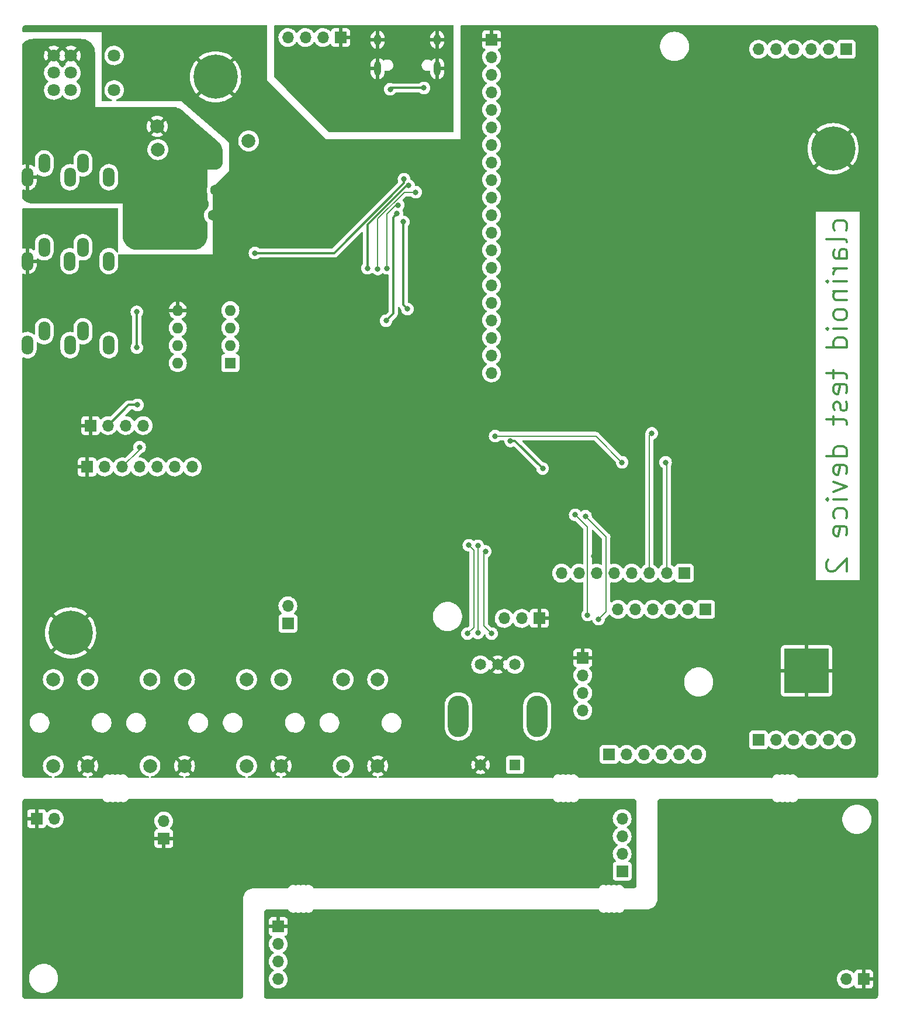
<source format=gbr>
%TF.GenerationSoftware,KiCad,Pcbnew,(6.0.5)*%
%TF.CreationDate,2022-08-13T10:07:46+02:00*%
%TF.ProjectId,clarinoid-devboard,636c6172-696e-46f6-9964-2d646576626f,rev?*%
%TF.SameCoordinates,Original*%
%TF.FileFunction,Copper,L2,Bot*%
%TF.FilePolarity,Positive*%
%FSLAX46Y46*%
G04 Gerber Fmt 4.6, Leading zero omitted, Abs format (unit mm)*
G04 Created by KiCad (PCBNEW (6.0.5)) date 2022-08-13 10:07:46*
%MOMM*%
%LPD*%
G01*
G04 APERTURE LIST*
%ADD10C,0.300000*%
%TA.AperFunction,NonConductor*%
%ADD11C,0.300000*%
%TD*%
%TA.AperFunction,ComponentPad*%
%ADD12R,1.700000X1.700000*%
%TD*%
%TA.AperFunction,ComponentPad*%
%ADD13O,1.700000X1.700000*%
%TD*%
%TA.AperFunction,ComponentPad*%
%ADD14C,2.000000*%
%TD*%
%TA.AperFunction,ComponentPad*%
%ADD15O,1.700000X2.800000*%
%TD*%
%TA.AperFunction,ComponentPad*%
%ADD16C,0.800000*%
%TD*%
%TA.AperFunction,ComponentPad*%
%ADD17C,6.400000*%
%TD*%
%TA.AperFunction,ComponentPad*%
%ADD18R,6.400000X6.400000*%
%TD*%
%TA.AperFunction,ComponentPad*%
%ADD19O,1.000000X1.600000*%
%TD*%
%TA.AperFunction,ComponentPad*%
%ADD20O,1.000000X2.100000*%
%TD*%
%TA.AperFunction,ComponentPad*%
%ADD21R,1.600000X1.600000*%
%TD*%
%TA.AperFunction,ComponentPad*%
%ADD22O,1.600000X1.600000*%
%TD*%
%TA.AperFunction,ComponentPad*%
%ADD23C,1.800000*%
%TD*%
%TA.AperFunction,ComponentPad*%
%ADD24R,1.650000X1.650000*%
%TD*%
%TA.AperFunction,ComponentPad*%
%ADD25C,1.650000*%
%TD*%
%TA.AperFunction,ComponentPad*%
%ADD26O,3.000000X6.000000*%
%TD*%
%TA.AperFunction,ViaPad*%
%ADD27C,0.800000*%
%TD*%
%TA.AperFunction,ViaPad*%
%ADD28C,1.600000*%
%TD*%
%TA.AperFunction,Conductor*%
%ADD29C,0.300000*%
%TD*%
%TA.AperFunction,Conductor*%
%ADD30C,0.200000*%
%TD*%
G04 APERTURE END LIST*
D10*
D11*
X450993589Y-35040034D02*
X451136446Y-34754319D01*
X451136446Y-34182891D01*
X450993589Y-33897176D01*
X450850732Y-33754319D01*
X450565018Y-33611462D01*
X449707875Y-33611462D01*
X449422161Y-33754319D01*
X449279304Y-33897176D01*
X449136446Y-34182891D01*
X449136446Y-34754319D01*
X449279304Y-35040034D01*
X451136446Y-36754319D02*
X450993589Y-36468605D01*
X450707875Y-36325748D01*
X448136446Y-36325748D01*
X451136446Y-39182891D02*
X449565018Y-39182891D01*
X449279304Y-39040034D01*
X449136446Y-38754319D01*
X449136446Y-38182891D01*
X449279304Y-37897176D01*
X450993589Y-39182891D02*
X451136446Y-38897176D01*
X451136446Y-38182891D01*
X450993589Y-37897176D01*
X450707875Y-37754319D01*
X450422161Y-37754319D01*
X450136446Y-37897176D01*
X449993589Y-38182891D01*
X449993589Y-38897176D01*
X449850732Y-39182891D01*
X451136446Y-40611462D02*
X449136446Y-40611462D01*
X449707875Y-40611462D02*
X449422161Y-40754319D01*
X449279304Y-40897176D01*
X449136446Y-41182891D01*
X449136446Y-41468605D01*
X451136446Y-42468605D02*
X449136446Y-42468605D01*
X448136446Y-42468605D02*
X448279304Y-42325748D01*
X448422161Y-42468605D01*
X448279304Y-42611462D01*
X448136446Y-42468605D01*
X448422161Y-42468605D01*
X449136446Y-43897176D02*
X451136446Y-43897176D01*
X449422161Y-43897176D02*
X449279304Y-44040034D01*
X449136446Y-44325748D01*
X449136446Y-44754319D01*
X449279304Y-45040034D01*
X449565018Y-45182891D01*
X451136446Y-45182891D01*
X451136446Y-47040034D02*
X450993589Y-46754319D01*
X450850732Y-46611462D01*
X450565018Y-46468605D01*
X449707875Y-46468605D01*
X449422161Y-46611462D01*
X449279304Y-46754319D01*
X449136446Y-47040034D01*
X449136446Y-47468605D01*
X449279304Y-47754319D01*
X449422161Y-47897176D01*
X449707875Y-48040034D01*
X450565018Y-48040034D01*
X450850732Y-47897176D01*
X450993589Y-47754319D01*
X451136446Y-47468605D01*
X451136446Y-47040034D01*
X451136446Y-49325748D02*
X449136446Y-49325748D01*
X448136446Y-49325748D02*
X448279304Y-49182891D01*
X448422161Y-49325748D01*
X448279304Y-49468605D01*
X448136446Y-49325748D01*
X448422161Y-49325748D01*
X451136446Y-52040034D02*
X448136446Y-52040034D01*
X450993589Y-52040034D02*
X451136446Y-51754319D01*
X451136446Y-51182891D01*
X450993589Y-50897176D01*
X450850732Y-50754319D01*
X450565018Y-50611462D01*
X449707875Y-50611462D01*
X449422161Y-50754319D01*
X449279304Y-50897176D01*
X449136446Y-51182891D01*
X449136446Y-51754319D01*
X449279304Y-52040034D01*
X449136446Y-55325748D02*
X449136446Y-56468605D01*
X448136446Y-55754319D02*
X450707875Y-55754319D01*
X450993589Y-55897176D01*
X451136446Y-56182891D01*
X451136446Y-56468605D01*
X450993589Y-58611462D02*
X451136446Y-58325748D01*
X451136446Y-57754319D01*
X450993589Y-57468605D01*
X450707875Y-57325748D01*
X449565018Y-57325748D01*
X449279304Y-57468605D01*
X449136446Y-57754319D01*
X449136446Y-58325748D01*
X449279304Y-58611462D01*
X449565018Y-58754319D01*
X449850732Y-58754319D01*
X450136446Y-57325748D01*
X450993589Y-59897176D02*
X451136446Y-60182891D01*
X451136446Y-60754319D01*
X450993589Y-61040034D01*
X450707875Y-61182891D01*
X450565018Y-61182891D01*
X450279304Y-61040034D01*
X450136446Y-60754319D01*
X450136446Y-60325748D01*
X449993589Y-60040034D01*
X449707875Y-59897176D01*
X449565018Y-59897176D01*
X449279304Y-60040034D01*
X449136446Y-60325748D01*
X449136446Y-60754319D01*
X449279304Y-61040034D01*
X449136446Y-62040034D02*
X449136446Y-63182891D01*
X448136446Y-62468605D02*
X450707875Y-62468605D01*
X450993589Y-62611462D01*
X451136446Y-62897176D01*
X451136446Y-63182891D01*
X451136446Y-67754319D02*
X448136446Y-67754319D01*
X450993589Y-67754319D02*
X451136446Y-67468605D01*
X451136446Y-66897176D01*
X450993589Y-66611462D01*
X450850732Y-66468605D01*
X450565018Y-66325748D01*
X449707875Y-66325748D01*
X449422161Y-66468605D01*
X449279304Y-66611462D01*
X449136446Y-66897176D01*
X449136446Y-67468605D01*
X449279304Y-67754319D01*
X450993589Y-70325748D02*
X451136446Y-70040034D01*
X451136446Y-69468605D01*
X450993589Y-69182891D01*
X450707875Y-69040034D01*
X449565018Y-69040034D01*
X449279304Y-69182891D01*
X449136446Y-69468605D01*
X449136446Y-70040034D01*
X449279304Y-70325748D01*
X449565018Y-70468605D01*
X449850732Y-70468605D01*
X450136446Y-69040034D01*
X449136446Y-71468605D02*
X451136446Y-72182891D01*
X449136446Y-72897176D01*
X451136446Y-74040034D02*
X449136446Y-74040034D01*
X448136446Y-74040034D02*
X448279304Y-73897176D01*
X448422161Y-74040034D01*
X448279304Y-74182891D01*
X448136446Y-74040034D01*
X448422161Y-74040034D01*
X450993589Y-76754319D02*
X451136446Y-76468605D01*
X451136446Y-75897176D01*
X450993589Y-75611462D01*
X450850732Y-75468605D01*
X450565018Y-75325748D01*
X449707875Y-75325748D01*
X449422161Y-75468605D01*
X449279304Y-75611462D01*
X449136446Y-75897176D01*
X449136446Y-76468605D01*
X449279304Y-76754319D01*
X450993589Y-79182891D02*
X451136446Y-78897176D01*
X451136446Y-78325748D01*
X450993589Y-78040034D01*
X450707875Y-77897176D01*
X449565018Y-77897176D01*
X449279304Y-78040034D01*
X449136446Y-78325748D01*
X449136446Y-78897176D01*
X449279304Y-79182891D01*
X449565018Y-79325748D01*
X449850732Y-79325748D01*
X450136446Y-77897176D01*
X448422161Y-82754319D02*
X448279304Y-82897176D01*
X448136446Y-83182891D01*
X448136446Y-83897176D01*
X448279304Y-84182891D01*
X448422161Y-84325748D01*
X448707875Y-84468605D01*
X448993589Y-84468605D01*
X449422161Y-84325748D01*
X451136446Y-82611462D01*
X451136446Y-84468605D01*
D12*
%TO.P,U38,1,gnd*%
%TO.N,/gnd from processor*%
X406539304Y-91250034D03*
D13*
%TO.P,U38,2,Data*%
%TO.N,/WS2812_DATA*%
X403999304Y-91250034D03*
%TO.P,U38,3,+5v*%
%TO.N,/+3.3v regulator output*%
X401459304Y-91250034D03*
%TD*%
D12*
%TO.P,J33,1,Pin_1*%
%TO.N,/power_header/gnd*%
X352139304Y-123120034D03*
D13*
%TO.P,J33,2,Pin_2*%
%TO.N,/power_header/5v input*%
X352139304Y-120580034D03*
%TD*%
D12*
%TO.P,J45,1,Pin_1*%
%TO.N,Net-(J45-Pad1)*%
X438311804Y-108851034D03*
D13*
%TO.P,J45,2,Pin_2*%
%TO.N,Net-(J45-Pad2)*%
X440851804Y-108851034D03*
%TO.P,J45,3,Pin_3*%
%TO.N,Net-(J45-Pad3)*%
X443391804Y-108851034D03*
%TO.P,J45,4,Pin_4*%
%TO.N,Net-(J45-Pad4)*%
X445931804Y-108851034D03*
%TO.P,J45,5,Pin_5*%
%TO.N,Net-(J45-Pad5)*%
X448471804Y-108851034D03*
%TO.P,J45,6,Pin_6*%
%TO.N,Net-(J45-Pad6)*%
X451011804Y-108851034D03*
%TD*%
D14*
%TO.P,SW4,1,1*%
%TO.N,Net-(IC1-Pad6)*%
X369139304Y-100100034D03*
%TO.P,SW4,2,2*%
%TO.N,/gnd from processor*%
X369139304Y-112600034D03*
%TO.P,SW4,3*%
%TO.N,N/C*%
X364139304Y-100100034D03*
%TO.P,SW4,4*%
X364139304Y-112600034D03*
%TD*%
D12*
%TO.P,J30,1,Pin_1*%
%TO.N,unconnected-(J30-Pad1)*%
X418549304Y-127850034D03*
D13*
%TO.P,J30,2,Pin_2*%
%TO.N,unconnected-(J30-Pad2)*%
X418549304Y-125310034D03*
%TO.P,J30,3,Pin_3*%
%TO.N,unconnected-(J30-Pad3)*%
X418549304Y-122770034D03*
%TO.P,J30,4,Pin_4*%
%TO.N,unconnected-(J30-Pad4)*%
X418549304Y-120230034D03*
%TD*%
D14*
%TO.P,SW3,1,1*%
%TO.N,Net-(IC1-Pad5)*%
X355139304Y-100100034D03*
%TO.P,SW3,2,2*%
%TO.N,/gnd from processor*%
X355139304Y-112600034D03*
%TO.P,SW3,3*%
%TO.N,N/C*%
X350139304Y-100100034D03*
%TO.P,SW3,4*%
X350139304Y-112600034D03*
%TD*%
D15*
%TO.P,J10,1,S-GND*%
%TO.N,unconnected-(J10-Pad1)*%
X332384556Y-51675729D03*
%TO.P,J10,2,Tip*%
%TO.N,Net-(D6-Pad2)*%
X334834556Y-49675729D03*
%TO.P,J10,3*%
%TO.N,unconnected-(J10-Pad3)*%
X338534556Y-51675729D03*
%TO.P,J10,4,Ring*%
%TO.N,Net-(J10-Pad4)*%
X340434556Y-49675729D03*
%TO.P,J10,5*%
%TO.N,unconnected-(J10-Pad5)*%
X344184556Y-51675729D03*
%TD*%
D12*
%TO.P,J43,1,Pin_1*%
%TO.N,/gnd from processor*%
X399629304Y-7440034D03*
D13*
%TO.P,J43,2,Pin_2*%
%TO.N,/+3.3v regulator output*%
X399629304Y-9980034D03*
%TO.P,J43,3,Pin_3*%
%TO.N,/5v from processor*%
X399629304Y-12520034D03*
%TO.P,J43,4,Pin_4*%
%TO.N,/I2C_SCL*%
X399629304Y-15060034D03*
%TO.P,J43,5,Pin_5*%
%TO.N,/I2C_SDA*%
X399629304Y-17600034D03*
%TO.P,J43,6,Pin_6*%
%TO.N,/I2S_BCK_MM*%
X399629304Y-20140034D03*
%TO.P,J43,7,Pin_7*%
%TO.N,/I2S_LRCK_MM*%
X399629304Y-22680034D03*
%TO.P,J43,8,Pin_8*%
%TO.N,/I2S_DIN_MM*%
X399629304Y-25220034D03*
%TO.P,J43,9,Pin_9*%
%TO.N,/T00 MIDI IN*%
X399629304Y-27760034D03*
%TO.P,J43,10,Pin_10*%
%TO.N,/T01=MIDI OUT*%
X399629304Y-30300034D03*
%TO.P,J43,11,Pin_11*%
%TO.N,/WS2812_DATA*%
X399629304Y-32840034D03*
%TO.P,J43,12,Pin_12*%
%TO.N,/SPI0_SCK*%
X399629304Y-35380034D03*
%TO.P,J43,13,Pin_13*%
%TO.N,/SPI0_MOSI*%
X399629304Y-37920034D03*
%TO.P,J43,14,Pin_14*%
%TO.N,/SPI0_MISO*%
X399629304Y-40460034D03*
%TO.P,J43,15,Pin_15*%
%TO.N,/OLED_CS*%
X399629304Y-43000034D03*
%TO.P,J43,16,Pin_16*%
%TO.N,/OLED_RES*%
X399629304Y-45540034D03*
%TO.P,J43,17,Pin_17*%
%TO.N,/OLED_DC*%
X399629304Y-48080034D03*
%TO.P,J43,18,Pin_18*%
%TO.N,/ENC_SWITCH*%
X399629304Y-50620034D03*
%TO.P,J43,19,Pin_19*%
%TO.N,/ENC_A*%
X399629304Y-53160034D03*
%TO.P,J43,20,Pin_20*%
%TO.N,/ENC_B*%
X399629304Y-55700034D03*
%TD*%
D16*
%TO.P,H2,1,1*%
%TO.N,/gnd from processor*%
X340336360Y-91652978D03*
X336942248Y-91652978D03*
X338639304Y-95750034D03*
X336239304Y-93350034D03*
X336942248Y-95047090D03*
X341039304Y-93350034D03*
X338639304Y-90950034D03*
X340336360Y-95047090D03*
D17*
X338639304Y-93350034D03*
%TD*%
D18*
%TO.P,H1,1,1*%
%TO.N,/gnd from processor*%
X445239304Y-98850034D03*
%TD*%
D12*
%TO.P,J44,1,Pin_1*%
%TO.N,/powerboard outp GND*%
X427569304Y-84700034D03*
D13*
%TO.P,J44,2,Pin_2*%
%TO.N,/USB D+*%
X425029304Y-84700034D03*
%TO.P,J44,3,Pin_3*%
%TO.N,/USB D-*%
X422489304Y-84700034D03*
%TO.P,J44,4,Pin_4*%
%TO.N,/5v regulated*%
X419949304Y-84700034D03*
%TO.P,J44,5,Pin_5*%
%TO.N,/GEN_LED1*%
X417409304Y-84700034D03*
%TO.P,J44,6,Pin_6*%
%TO.N,/GEN_LED2*%
X414869304Y-84700034D03*
%TO.P,J44,7,Pin_7*%
%TO.N,/GEN_LED3*%
X412329304Y-84700034D03*
%TO.P,J44,8,Pin_8*%
%TO.N,/GEN_LED4*%
X409789304Y-84700034D03*
%TD*%
D12*
%TO.P,J5,1,Pin_1*%
%TO.N,/gnd from processor*%
X341539304Y-63325034D03*
D13*
%TO.P,J5,2,Pin_2*%
%TO.N,/+3.3v regulator output*%
X344079304Y-63325034D03*
%TO.P,J5,3,Pin_3*%
%TO.N,/I2C_SDA*%
X346619304Y-63325034D03*
%TO.P,J5,4,Pin_4*%
%TO.N,/I2C_SCL*%
X349159304Y-63325034D03*
%TD*%
D19*
%TO.P,J2,S1,SHIELD*%
%TO.N,/usb gnd*%
X391759304Y-7475034D03*
X383119304Y-7475034D03*
D20*
X391759304Y-11655034D03*
X383119304Y-11655034D03*
%TD*%
D14*
%TO.P,SW2,1,1*%
%TO.N,Net-(IC1-Pad4)*%
X341139304Y-100100034D03*
%TO.P,SW2,2,2*%
%TO.N,/gnd from processor*%
X341139304Y-112600034D03*
%TO.P,SW2,3*%
%TO.N,N/C*%
X336139304Y-100100034D03*
%TO.P,SW2,4*%
X336139304Y-112600034D03*
%TD*%
%TO.P,TP3,1,1*%
%TO.N,AGND*%
X351193556Y-20015729D03*
%TD*%
D12*
%TO.P,J52,1,Pin_1*%
%TO.N,Net-(J52-Pad1)*%
X430629304Y-89940034D03*
D13*
%TO.P,J52,2,Pin_2*%
%TO.N,Net-(J52-Pad2)*%
X428089304Y-89940034D03*
%TO.P,J52,3,Pin_3*%
%TO.N,Net-(J52-Pad3)*%
X425549304Y-89940034D03*
%TO.P,J52,4,Pin_4*%
%TO.N,Net-(J52-Pad4)*%
X423009304Y-89940034D03*
%TO.P,J52,5,Pin_5*%
%TO.N,Net-(J52-Pad5)*%
X420469304Y-89940034D03*
%TO.P,J52,6,Pin_6*%
%TO.N,Net-(J52-Pad6)*%
X417929304Y-89940034D03*
%TD*%
D14*
%TO.P,TP6,1,1*%
%TO.N,D3v3*%
X364433556Y-22123229D03*
%TD*%
D21*
%TO.P,U8,1,NC*%
%TO.N,unconnected-(U8-Pad1)*%
X361784556Y-54275729D03*
D22*
%TO.P,U8,2,C1*%
%TO.N,Net-(D6-Pad1)*%
X361784556Y-51735729D03*
%TO.P,U8,3,C2*%
%TO.N,Net-(D6-Pad2)*%
X361784556Y-49195729D03*
%TO.P,U8,4,NC*%
%TO.N,unconnected-(U8-Pad4)*%
X361784556Y-46655729D03*
%TO.P,U8,5,GND*%
%TO.N,/gnd from processor*%
X354164556Y-46655729D03*
%TO.P,U8,6,VO2*%
%TO.N,/T00 MIDI IN*%
X354164556Y-49195729D03*
%TO.P,U8,7,VO1*%
%TO.N,unconnected-(U8-Pad7)*%
X354164556Y-51735729D03*
%TO.P,U8,8,VCC*%
%TO.N,/5v from processor*%
X354164556Y-54275729D03*
%TD*%
D23*
%TO.P,R13,1,R1_1*%
%TO.N,AGND*%
X336199640Y-9751424D03*
%TO.P,R13,2,R1_2*%
%TO.N,audio out L*%
X336199640Y-12251424D03*
%TO.P,R13,3,R1_3*%
%TO.N,dac output L*%
X336199640Y-14751424D03*
%TO.P,R13,4,R2_1*%
%TO.N,AGND*%
X338699640Y-9751424D03*
%TO.P,R13,5,R2_2*%
%TO.N,audio out R*%
X338699640Y-12251424D03*
%TO.P,R13,6,R2_3*%
%TO.N,dac output R*%
X338699640Y-14751424D03*
%TO.P,R13,7,SW_1*%
%TO.N,/Power board output +5v*%
X344949640Y-9751424D03*
%TO.P,R13,8,SW_2*%
%TO.N,/5v regulated*%
X344949640Y-14751424D03*
%TD*%
D16*
%TO.P,H5,1,1*%
%TO.N,/gnd from processor*%
X447414748Y-21553978D03*
D17*
X449111804Y-23251034D03*
D16*
X447414748Y-24948090D03*
X451511804Y-23251034D03*
X446711804Y-23251034D03*
X450808860Y-21553978D03*
X449111804Y-25651034D03*
X450808860Y-24948090D03*
X449111804Y-20851034D03*
%TD*%
D14*
%TO.P,TP8,1,1*%
%TO.N,A3v3*%
X351284556Y-23375729D03*
%TD*%
D12*
%TO.P,J31,1,Pin_1*%
%TO.N,/usb gnd*%
X377739304Y-7150034D03*
D13*
%TO.P,J31,2,Pin_2*%
%TO.N,/USB D+*%
X375199304Y-7150034D03*
%TO.P,J31,3,Pin_3*%
%TO.N,/USB D-*%
X372659304Y-7150034D03*
%TO.P,J31,4,Pin_4*%
%TO.N,/USB VIN 5v*%
X370119304Y-7150034D03*
%TD*%
D15*
%TO.P,J1,1,S-GND*%
%TO.N,AGND*%
X332384556Y-27375729D03*
%TO.P,J1,2,Tip*%
%TO.N,audio out L*%
X334834556Y-25375729D03*
%TO.P,J1,3*%
%TO.N,unconnected-(J1-Pad3)*%
X338534556Y-27375729D03*
%TO.P,J1,4,Ring*%
%TO.N,audio out R*%
X340434556Y-25375729D03*
%TO.P,J1,5*%
%TO.N,unconnected-(J1-Pad5)*%
X344184556Y-27375729D03*
%TD*%
D12*
%TO.P,J37,1,Pin_1*%
%TO.N,/power_usb/gnd*%
X453549304Y-143470034D03*
D13*
%TO.P,J37,2,Pin_2*%
%TO.N,/power_usb/5v input*%
X451009304Y-143470034D03*
%TD*%
D12*
%TO.P,J12,1,GND*%
%TO.N,/gnd from processor*%
X341039304Y-69325034D03*
D13*
%TO.P,J12,2,VDD*%
%TO.N,/+3.3v regulator output*%
X343579304Y-69325034D03*
%TO.P,J12,3,SCK*%
%TO.N,/SPI0_SCK*%
X346119304Y-69325034D03*
%TO.P,J12,4,SDA*%
%TO.N,/SPI0_MOSI*%
X348659304Y-69325034D03*
%TO.P,J12,5,RES*%
%TO.N,/OLED_RES*%
X351199304Y-69325034D03*
%TO.P,J12,6,DC*%
%TO.N,/OLED_DC*%
X353739304Y-69325034D03*
%TO.P,J12,7,CS*%
%TO.N,/OLED_CS*%
X356279304Y-69325034D03*
%TD*%
D12*
%TO.P,J36,1,Pin_1*%
%TO.N,/power_usb/gnd*%
X368729304Y-135850034D03*
D13*
%TO.P,J36,2,Pin_2*%
%TO.N,unconnected-(J36-Pad2)*%
X368729304Y-138390034D03*
%TO.P,J36,3,Pin_3*%
%TO.N,unconnected-(J36-Pad3)*%
X368729304Y-140930034D03*
%TO.P,J36,4,Pin_4*%
%TO.N,/power_usb/5v input*%
X368729304Y-143470034D03*
%TD*%
D12*
%TO.P,J32,1,Pin_1*%
%TO.N,/powerboard outp GND*%
X370119304Y-91970034D03*
D13*
%TO.P,J32,2,Pin_2*%
%TO.N,/Power board output +5v*%
X370119304Y-89430034D03*
%TD*%
D14*
%TO.P,SW5,1,1*%
%TO.N,Net-(IC1-Pad7)*%
X383139304Y-100100034D03*
%TO.P,SW5,2,2*%
%TO.N,/gnd from processor*%
X383139304Y-112600034D03*
%TO.P,SW5,3*%
%TO.N,N/C*%
X378139304Y-100100034D03*
%TO.P,SW5,4*%
X378139304Y-112600034D03*
%TD*%
D12*
%TO.P,J8,1,Pin_1*%
%TO.N,/gnd from processor*%
X412849304Y-96970034D03*
D13*
%TO.P,J8,2,Pin_2*%
%TO.N,/+3.3v regulator output*%
X412849304Y-99510034D03*
%TO.P,J8,3,Pin_3*%
%TO.N,/I2C_SDA*%
X412849304Y-102050034D03*
%TO.P,J8,4,Pin_4*%
%TO.N,/I2C_SCL*%
X412849304Y-104590034D03*
%TD*%
D15*
%TO.P,J11,1,S-GND*%
%TO.N,/gnd from processor*%
X332370343Y-39525729D03*
%TO.P,J11,2,Tip*%
%TO.N,Net-(J11-Pad2)*%
X334820343Y-37525729D03*
%TO.P,J11,3*%
%TO.N,unconnected-(J11-Pad3)*%
X338520343Y-39525729D03*
%TO.P,J11,4,Ring*%
%TO.N,Net-(J11-Pad4)*%
X340420343Y-37525729D03*
%TO.P,J11,5*%
%TO.N,unconnected-(J11-Pad5)*%
X344170343Y-39525729D03*
%TD*%
D12*
%TO.P,J6,1,Pin_1*%
%TO.N,Net-(J52-Pad1)*%
X451011804Y-8851034D03*
D13*
%TO.P,J6,2,Pin_2*%
%TO.N,Net-(J52-Pad2)*%
X448471804Y-8851034D03*
%TO.P,J6,3,Pin_3*%
%TO.N,Net-(J52-Pad3)*%
X445931804Y-8851034D03*
%TO.P,J6,4,Pin_4*%
%TO.N,Net-(J52-Pad4)*%
X443391804Y-8851034D03*
%TO.P,J6,5,Pin_5*%
%TO.N,Net-(J52-Pad5)*%
X440851804Y-8851034D03*
%TO.P,J6,6,Pin_6*%
%TO.N,Net-(J52-Pad6)*%
X438311804Y-8851034D03*
%TD*%
D16*
%TO.P,H3,1,1*%
%TO.N,/gnd from processor*%
X357942248Y-11152978D03*
X361336360Y-14547090D03*
X359639304Y-10450034D03*
X362039304Y-12850034D03*
X357239304Y-12850034D03*
X359639304Y-15250034D03*
D17*
X359639304Y-12850034D03*
D16*
X361336360Y-11152978D03*
X357942248Y-14547090D03*
%TD*%
D12*
%TO.P,J53,1,Pin_1*%
%TO.N,Net-(J45-Pad1)*%
X416659304Y-110940034D03*
D13*
%TO.P,J53,2,Pin_2*%
%TO.N,Net-(J45-Pad2)*%
X419199304Y-110940034D03*
%TO.P,J53,3,Pin_3*%
%TO.N,Net-(J45-Pad3)*%
X421739304Y-110940034D03*
%TO.P,J53,4,Pin_4*%
%TO.N,Net-(J45-Pad4)*%
X424279304Y-110940034D03*
%TO.P,J53,5,Pin_5*%
%TO.N,Net-(J45-Pad5)*%
X426819304Y-110940034D03*
%TO.P,J53,6,Pin_6*%
%TO.N,Net-(J45-Pad6)*%
X429359304Y-110940034D03*
%TD*%
D12*
%TO.P,J35,1,Pin_1*%
%TO.N,/power_header/gnd*%
X333729304Y-120230034D03*
D13*
%TO.P,J35,2,Pin_2*%
%TO.N,/power_header/5v input*%
X336269304Y-120230034D03*
%TD*%
D24*
%TO.P,SW7,1,SWGND*%
%TO.N,/ENC_SWITCH*%
X403029304Y-112440034D03*
D25*
%TO.P,SW7,2,SW*%
%TO.N,/gnd from processor*%
X398029304Y-112440034D03*
%TO.P,SW7,A,A*%
%TO.N,/ENC_A*%
X403029304Y-97940034D03*
%TO.P,SW7,B,B*%
%TO.N,/ENC_B*%
X398029304Y-97940034D03*
%TO.P,SW7,C,GND*%
%TO.N,/gnd from processor*%
X400529304Y-97940034D03*
D26*
%TO.P,SW7,S1*%
%TO.N,N/C*%
X406229304Y-105440034D03*
%TO.P,SW7,S2*%
X394829304Y-105440034D03*
%TD*%
D27*
%TO.N,AGND*%
X333139304Y-12350034D03*
X335239304Y-28350034D03*
X346783556Y-28248229D03*
D28*
X357884556Y-31275729D03*
D27*
X340639304Y-14350034D03*
X342184556Y-19175729D03*
X350783556Y-35548229D03*
X332384556Y-8475729D03*
X341739304Y-28350034D03*
%TO.N,/USB VIN 5v*%
X384939304Y-14650034D03*
X389839304Y-14450034D03*
%TO.N,/USB D+*%
X424839304Y-68650034D03*
%TO.N,/USB D-*%
X422839304Y-64450034D03*
%TO.N,/Power board output +5v*%
X384339304Y-48150034D03*
X385939304Y-32650034D03*
%TO.N,/+3.3v regulator output*%
X348239304Y-46850034D03*
X348239304Y-52050034D03*
X365339304Y-38350034D03*
X348339304Y-60350034D03*
X386939304Y-27650034D03*
%TO.N,/power_header/gnd*%
X338239304Y-122650034D03*
X349139304Y-127850034D03*
X410639304Y-127350034D03*
X410639304Y-122850034D03*
%TO.N,/power_usb/gnd*%
X377639304Y-139850034D03*
X452639304Y-139350034D03*
X447639304Y-140850034D03*
X377139304Y-134350034D03*
%TO.N,/gnd from processor*%
X394939304Y-96150034D03*
X407439304Y-28050034D03*
X350639304Y-53650034D03*
X410639304Y-13050034D03*
X391239304Y-44450034D03*
X341139304Y-54350034D03*
X363339304Y-61750034D03*
X347939304Y-98150034D03*
X348139304Y-9850034D03*
X364739304Y-54450034D03*
X431939304Y-106150034D03*
X343839304Y-96650034D03*
X370939304Y-95450034D03*
X389139304Y-32850034D03*
X401439304Y-50450034D03*
X336739304Y-66150034D03*
X387539304Y-50250034D03*
X379539304Y-90350034D03*
X395639304Y-36550034D03*
X352539304Y-89850034D03*
X346239304Y-66350034D03*
X339139304Y-58650034D03*
X368339304Y-41050034D03*
X360039304Y-36050034D03*
X391639304Y-40350034D03*
X362739304Y-63550034D03*
X425339304Y-54950034D03*
X370439304Y-53250034D03*
X357239304Y-44250034D03*
X350439304Y-73450034D03*
X379939304Y-30150034D03*
X343639304Y-48850034D03*
X414439304Y-82250034D03*
X408639304Y-44550034D03*
X335139304Y-53850034D03*
X425239304Y-40650034D03*
X346239304Y-85250034D03*
X393839304Y-75150034D03*
X341639304Y-84350034D03*
X343139304Y-36850034D03*
X409239304Y-89250034D03*
D28*
X359684556Y-29275729D03*
D27*
X390239304Y-93750034D03*
X384339304Y-90350034D03*
X383439304Y-84150034D03*
X355039304Y-63150034D03*
X381939304Y-90350034D03*
X380483926Y-37205412D03*
X387339304Y-97750034D03*
X404139304Y-73450034D03*
X365039304Y-31250034D03*
X378139304Y-32850034D03*
X418339304Y-64550034D03*
X366139304Y-5850034D03*
X358239304Y-51950034D03*
X342839304Y-90050034D03*
X411439304Y-80450034D03*
X404239304Y-78550034D03*
X402339304Y-29650034D03*
X350639304Y-47350034D03*
X377839304Y-22950034D03*
X334639304Y-42350034D03*
X337639304Y-36850034D03*
X412239304Y-20850034D03*
X341039304Y-41350034D03*
X398339304Y-69350034D03*
X393939304Y-25850034D03*
X422239304Y-24050034D03*
X409539304Y-66750034D03*
X391239304Y-31150034D03*
X341139304Y-109650034D03*
X379739304Y-41150034D03*
X356139304Y-57650034D03*
X395339304Y-39750034D03*
X416239304Y-104250034D03*
X372139304Y-85450034D03*
X352239304Y-93350034D03*
X395739304Y-53250034D03*
X364739304Y-57550034D03*
X416339304Y-69550034D03*
X389139304Y-36450034D03*
X404139304Y-12350034D03*
X363839304Y-26650034D03*
X399939304Y-61850034D03*
X375239304Y-92150034D03*
X413839304Y-74050034D03*
X366139304Y-10850034D03*
X419739304Y-95650034D03*
X419539304Y-29850034D03*
X419439304Y-48250034D03*
X388339304Y-102350034D03*
X363339304Y-33750034D03*
X418139304Y-78850034D03*
X390939304Y-46850034D03*
X419839304Y-62250034D03*
X379339304Y-38650034D03*
X402139304Y-37650034D03*
X378939304Y-45250034D03*
X402339304Y-23050034D03*
D28*
X359284556Y-32875729D03*
D27*
X413139304Y-108950034D03*
X356239304Y-73150034D03*
X345939304Y-73450034D03*
X356239304Y-54350034D03*
X406839304Y-62850034D03*
X353639304Y-40550034D03*
X396039304Y-46850034D03*
X426539304Y-80650034D03*
X384439304Y-28050034D03*
X365339304Y-71550034D03*
X368439304Y-67150034D03*
X350139304Y-86650034D03*
%TO.N,/5v regulated*%
X407039304Y-69550034D03*
X402369821Y-65549534D03*
X386839304Y-33850034D03*
X387439304Y-46450034D03*
%TO.N,/powerboard outp GND*%
X400139304Y-64850034D03*
X418539304Y-68650034D03*
%TO.N,/usb gnd*%
X372639304Y-13850034D03*
X388139304Y-7350034D03*
X383639304Y-19850034D03*
X380139304Y-11850034D03*
%TO.N,/5v from processor*%
X387607980Y-28588594D03*
X381639304Y-40550034D03*
%TO.N,/I2C_SCL*%
X413239304Y-76450034D03*
X386104986Y-31415716D03*
X384439304Y-40550034D03*
X415139304Y-91350034D03*
%TO.N,/I2C_SDA*%
X413539304Y-90750034D03*
X383139304Y-40650034D03*
X411747378Y-76247352D03*
X388633926Y-29544656D03*
%TO.N,/SPI0_SCK*%
X348639304Y-66450034D03*
%TO.N,/ENC_SWITCH*%
X398739304Y-81550034D03*
X399639304Y-93450034D03*
%TO.N,/ENC_A*%
X397639304Y-93350034D03*
X397639304Y-80750034D03*
%TO.N,/ENC_B*%
X396339304Y-80650034D03*
X396139304Y-93450034D03*
%TD*%
D29*
%TO.N,/USB VIN 5v*%
X385139304Y-14450034D02*
X384939304Y-14650034D01*
X389839304Y-14450034D02*
X385139304Y-14450034D01*
D30*
%TO.N,/USB D+*%
X425029304Y-68840034D02*
X424839304Y-68650034D01*
X425029304Y-84700034D02*
X425029304Y-68840034D01*
%TO.N,/USB D-*%
X422489304Y-64800034D02*
X422839304Y-64450034D01*
X422489304Y-84700034D02*
X422489304Y-64800034D01*
D29*
%TO.N,/Power board output +5v*%
X385389803Y-33199535D02*
X385389803Y-47099535D01*
X385939304Y-32650034D02*
X385389803Y-33199535D01*
X385389803Y-47099535D02*
X384339304Y-48150034D01*
%TO.N,/+3.3v regulator output*%
X348339304Y-60350034D02*
X347054304Y-60350034D01*
X347054304Y-60350034D02*
X344079304Y-63325034D01*
X348239304Y-46850034D02*
X348239304Y-52050034D01*
X386939304Y-28250034D02*
X386939304Y-27650034D01*
X376839304Y-38350034D02*
X386939304Y-28250034D01*
X365339304Y-38350034D02*
X376839304Y-38350034D01*
D30*
%TO.N,/gnd from processor*%
X359684556Y-32167229D02*
X359684556Y-29275729D01*
X359183556Y-32668229D02*
X359684556Y-32167229D01*
D29*
%TO.N,/5v regulated*%
X407039304Y-69550034D02*
X403038804Y-65549534D01*
X386839304Y-33850034D02*
X386839304Y-45850034D01*
X403038804Y-65549534D02*
X402369821Y-65549534D01*
X386839304Y-45850034D02*
X387439304Y-46450034D01*
D30*
%TO.N,/powerboard outp GND*%
X414739304Y-64850034D02*
X418539304Y-68650034D01*
X400139304Y-64850034D02*
X414739304Y-64850034D01*
D29*
%TO.N,/5v from processor*%
X381639304Y-34256450D02*
X387307160Y-28588594D01*
X387307160Y-28588594D02*
X387607980Y-28588594D01*
X381639304Y-40550034D02*
X381639304Y-34256450D01*
D30*
%TO.N,/I2C_SCL*%
X413239304Y-76450034D02*
X416239304Y-79450034D01*
X384439304Y-40550034D02*
X384439304Y-32674979D01*
X384439304Y-32674979D02*
X385698567Y-31415716D01*
X385698567Y-31415716D02*
X386104986Y-31415716D01*
X416239304Y-90250034D02*
X415139304Y-91350034D01*
X416239304Y-79450034D02*
X416239304Y-90250034D01*
%TO.N,/I2C_SDA*%
X386986802Y-29544656D02*
X388633926Y-29544656D01*
X383139304Y-33392154D02*
X386986802Y-29544656D01*
X383139304Y-40650034D02*
X383139304Y-33392154D01*
X413539304Y-78039278D02*
X411747378Y-76247352D01*
X413539304Y-90750034D02*
X413539304Y-78039278D01*
%TO.N,/SPI0_SCK*%
X348639304Y-66450034D02*
X348639304Y-66805034D01*
X348639304Y-66805034D02*
X346119304Y-69325034D01*
%TO.N,/ENC_SWITCH*%
X399639304Y-93450034D02*
X398479793Y-92290523D01*
X398479793Y-81809545D02*
X398739304Y-81550034D01*
X398479793Y-92290523D02*
X398479793Y-81809545D01*
%TO.N,/ENC_A*%
X397639304Y-93350034D02*
X397639304Y-80750034D01*
%TO.N,/ENC_B*%
X396139304Y-93450034D02*
X397039304Y-92550034D01*
X397039304Y-92550034D02*
X397039304Y-81350034D01*
X397039304Y-81350034D02*
X396339304Y-80650034D01*
%TD*%
%TA.AperFunction,Conductor*%
%TO.N,/usb gnd*%
G36*
X394081425Y-5378536D02*
G01*
X394127918Y-5432192D01*
X394139304Y-5484534D01*
X394139304Y-20724034D01*
X394119302Y-20792155D01*
X394065646Y-20838648D01*
X394013304Y-20850034D01*
X376191494Y-20850034D01*
X376123373Y-20830032D01*
X376102399Y-20813129D01*
X369939304Y-14650034D01*
X384025800Y-14650034D01*
X384026490Y-14656599D01*
X384044433Y-14827313D01*
X384045762Y-14839962D01*
X384104777Y-15021590D01*
X384200264Y-15186978D01*
X384204682Y-15191885D01*
X384204683Y-15191886D01*
X384318982Y-15318828D01*
X384328051Y-15328900D01*
X384482552Y-15441152D01*
X384488580Y-15443836D01*
X384488582Y-15443837D01*
X384650985Y-15516143D01*
X384657016Y-15518828D01*
X384750417Y-15538681D01*
X384837360Y-15557162D01*
X384837365Y-15557162D01*
X384843817Y-15558534D01*
X385034791Y-15558534D01*
X385041243Y-15557162D01*
X385041248Y-15557162D01*
X385128191Y-15538681D01*
X385221592Y-15518828D01*
X385227623Y-15516143D01*
X385390026Y-15443837D01*
X385390028Y-15443836D01*
X385396056Y-15441152D01*
X385550557Y-15328900D01*
X385559626Y-15318828D01*
X385673925Y-15191886D01*
X385673926Y-15191885D01*
X385678344Y-15186978D01*
X385687262Y-15171532D01*
X385738646Y-15122540D01*
X385796380Y-15108534D01*
X389159080Y-15108534D01*
X389227201Y-15128536D01*
X389233138Y-15132596D01*
X389382552Y-15241152D01*
X389388580Y-15243836D01*
X389388582Y-15243837D01*
X389550985Y-15316143D01*
X389557016Y-15318828D01*
X389622669Y-15332783D01*
X389737360Y-15357162D01*
X389737365Y-15357162D01*
X389743817Y-15358534D01*
X389934791Y-15358534D01*
X389941243Y-15357162D01*
X389941248Y-15357162D01*
X390055939Y-15332783D01*
X390121592Y-15318828D01*
X390127623Y-15316143D01*
X390290026Y-15243837D01*
X390290028Y-15243836D01*
X390296056Y-15241152D01*
X390450557Y-15128900D01*
X390578344Y-14986978D01*
X390673831Y-14821590D01*
X390732846Y-14639962D01*
X390752808Y-14450034D01*
X390734777Y-14278478D01*
X390733536Y-14266669D01*
X390733536Y-14266667D01*
X390732846Y-14260106D01*
X390673831Y-14078478D01*
X390578344Y-13913090D01*
X390462044Y-13783925D01*
X390454979Y-13776079D01*
X390454978Y-13776078D01*
X390450557Y-13771168D01*
X390296056Y-13658916D01*
X390290028Y-13656232D01*
X390290026Y-13656231D01*
X390127623Y-13583925D01*
X390127622Y-13583925D01*
X390121592Y-13581240D01*
X390028192Y-13561387D01*
X389941248Y-13542906D01*
X389941243Y-13542906D01*
X389934791Y-13541534D01*
X389743817Y-13541534D01*
X389737365Y-13542906D01*
X389737360Y-13542906D01*
X389650416Y-13561387D01*
X389557016Y-13581240D01*
X389550986Y-13583925D01*
X389550985Y-13583925D01*
X389388582Y-13656231D01*
X389388580Y-13656232D01*
X389382552Y-13658916D01*
X389233396Y-13767285D01*
X389233141Y-13767470D01*
X389166273Y-13791328D01*
X389159080Y-13791534D01*
X385270997Y-13791534D01*
X385232060Y-13785367D01*
X385227623Y-13783925D01*
X385221592Y-13781240D01*
X385215140Y-13779868D01*
X385215135Y-13779867D01*
X385041248Y-13742906D01*
X385041243Y-13742906D01*
X385034791Y-13741534D01*
X384843817Y-13741534D01*
X384837365Y-13742906D01*
X384837360Y-13742906D01*
X384750416Y-13761387D01*
X384657016Y-13781240D01*
X384650986Y-13783925D01*
X384650985Y-13783925D01*
X384488582Y-13856231D01*
X384488580Y-13856232D01*
X384482552Y-13858916D01*
X384328051Y-13971168D01*
X384200264Y-14113090D01*
X384104777Y-14278478D01*
X384045762Y-14460106D01*
X384025800Y-14650034D01*
X369939304Y-14650034D01*
X368176209Y-12886939D01*
X368142183Y-12824627D01*
X368139304Y-12797844D01*
X368139304Y-12251691D01*
X382111304Y-12251691D01*
X382111605Y-12257839D01*
X382125116Y-12395637D01*
X382127499Y-12407672D01*
X382181071Y-12585110D01*
X382185745Y-12596450D01*
X382272764Y-12760111D01*
X382279553Y-12770328D01*
X382396701Y-12913967D01*
X382405345Y-12922671D01*
X382548160Y-13040818D01*
X382558331Y-13047678D01*
X382721380Y-13135838D01*
X382732685Y-13140590D01*
X382847996Y-13176284D01*
X382862099Y-13176490D01*
X382865304Y-13169735D01*
X382865304Y-13162958D01*
X383373304Y-13162958D01*
X383377277Y-13176489D01*
X383385072Y-13177609D01*
X383492825Y-13145896D01*
X383504193Y-13141303D01*
X383668458Y-13055427D01*
X383678719Y-13048713D01*
X383823177Y-12932566D01*
X383831936Y-12923988D01*
X383951082Y-12781995D01*
X383958012Y-12771875D01*
X384047306Y-12609449D01*
X384052138Y-12598176D01*
X384108184Y-12421496D01*
X384110734Y-12409502D01*
X384126911Y-12265273D01*
X384127304Y-12258249D01*
X384127304Y-12072060D01*
X384147306Y-12003939D01*
X384200962Y-11957446D01*
X384271236Y-11947342D01*
X384280790Y-11949095D01*
X384450798Y-11987096D01*
X384450805Y-11987097D01*
X384455847Y-11988224D01*
X384461392Y-11988534D01*
X384594548Y-11988534D01*
X384729341Y-11973891D01*
X384868231Y-11927149D01*
X384894508Y-11918306D01*
X384894510Y-11918305D01*
X384900979Y-11916128D01*
X385056209Y-11822857D01*
X385061166Y-11818169D01*
X385061169Y-11818167D01*
X385182831Y-11703116D01*
X385182833Y-11703114D01*
X385187789Y-11698427D01*
X385191621Y-11692789D01*
X385191624Y-11692785D01*
X385285746Y-11554289D01*
X385289581Y-11548646D01*
X385356834Y-11380500D01*
X385357948Y-11373772D01*
X385357949Y-11373768D01*
X385385297Y-11208573D01*
X385385297Y-11208570D01*
X385386412Y-11201836D01*
X385381507Y-11108232D01*
X389492196Y-11108232D01*
X389492553Y-11115049D01*
X389492553Y-11115053D01*
X389497455Y-11208573D01*
X389501674Y-11289081D01*
X389503485Y-11295654D01*
X389503485Y-11295657D01*
X389532511Y-11401034D01*
X389549765Y-11463675D01*
X389634226Y-11623870D01*
X389638631Y-11629083D01*
X389638634Y-11629087D01*
X389746710Y-11756977D01*
X389746714Y-11756981D01*
X389751117Y-11762191D01*
X389756541Y-11766338D01*
X389756542Y-11766339D01*
X389889561Y-11868040D01*
X389889565Y-11868043D01*
X389894982Y-11872184D01*
X389977591Y-11910705D01*
X390052935Y-11945839D01*
X390052938Y-11945840D01*
X390059112Y-11948719D01*
X390065760Y-11950205D01*
X390065763Y-11950206D01*
X390161990Y-11971715D01*
X390235847Y-11988224D01*
X390241392Y-11988534D01*
X390374548Y-11988534D01*
X390509341Y-11973891D01*
X390515805Y-11971716D01*
X390515808Y-11971715D01*
X390583020Y-11949095D01*
X390585115Y-11948390D01*
X390656057Y-11945620D01*
X390717236Y-11981643D01*
X390749227Y-12045024D01*
X390751304Y-12067809D01*
X390751304Y-12251691D01*
X390751605Y-12257839D01*
X390765116Y-12395637D01*
X390767499Y-12407672D01*
X390821071Y-12585110D01*
X390825745Y-12596450D01*
X390912764Y-12760111D01*
X390919553Y-12770328D01*
X391036701Y-12913967D01*
X391045345Y-12922671D01*
X391188160Y-13040818D01*
X391198331Y-13047678D01*
X391361380Y-13135838D01*
X391372685Y-13140590D01*
X391487996Y-13176284D01*
X391502099Y-13176490D01*
X391505304Y-13169735D01*
X391505304Y-13162958D01*
X392013304Y-13162958D01*
X392017277Y-13176489D01*
X392025072Y-13177609D01*
X392132825Y-13145896D01*
X392144193Y-13141303D01*
X392308458Y-13055427D01*
X392318719Y-13048713D01*
X392463177Y-12932566D01*
X392471936Y-12923988D01*
X392591082Y-12781995D01*
X392598012Y-12771875D01*
X392687306Y-12609449D01*
X392692138Y-12598176D01*
X392748184Y-12421496D01*
X392750734Y-12409502D01*
X392766911Y-12265273D01*
X392767304Y-12258249D01*
X392767304Y-11927149D01*
X392762829Y-11911910D01*
X392761439Y-11910705D01*
X392753756Y-11909034D01*
X392031419Y-11909034D01*
X392016180Y-11913509D01*
X392014975Y-11914899D01*
X392013304Y-11922582D01*
X392013304Y-13162958D01*
X391505304Y-13162958D01*
X391505304Y-11382919D01*
X392013304Y-11382919D01*
X392017779Y-11398158D01*
X392019169Y-11399363D01*
X392026852Y-11401034D01*
X392749189Y-11401034D01*
X392764428Y-11396559D01*
X392765633Y-11395169D01*
X392767304Y-11387486D01*
X392767304Y-11058377D01*
X392767003Y-11052229D01*
X392753492Y-10914431D01*
X392751109Y-10902396D01*
X392697537Y-10724958D01*
X392692863Y-10713618D01*
X392605844Y-10549957D01*
X392599055Y-10539740D01*
X392481907Y-10396101D01*
X392473263Y-10387397D01*
X392330448Y-10269250D01*
X392320277Y-10262390D01*
X392157228Y-10174230D01*
X392145923Y-10169478D01*
X392030612Y-10133784D01*
X392016509Y-10133578D01*
X392013304Y-10140333D01*
X392013304Y-11382919D01*
X391505304Y-11382919D01*
X391505304Y-10147110D01*
X391501331Y-10133579D01*
X391493536Y-10132459D01*
X391385783Y-10164172D01*
X391374415Y-10168765D01*
X391210150Y-10254641D01*
X391199889Y-10261355D01*
X391055431Y-10377502D01*
X391046670Y-10386081D01*
X390986968Y-10457231D01*
X390927859Y-10496557D01*
X390856871Y-10497683D01*
X390813918Y-10476335D01*
X390769047Y-10442028D01*
X390769043Y-10442025D01*
X390763626Y-10437884D01*
X390652532Y-10386080D01*
X390605673Y-10364229D01*
X390605670Y-10364228D01*
X390599496Y-10361349D01*
X390592848Y-10359863D01*
X390592845Y-10359862D01*
X390427798Y-10322970D01*
X390427799Y-10322970D01*
X390422761Y-10321844D01*
X390417216Y-10321534D01*
X390284060Y-10321534D01*
X390149267Y-10336177D01*
X390065913Y-10364229D01*
X389984100Y-10391762D01*
X389984098Y-10391763D01*
X389977629Y-10393940D01*
X389822399Y-10487211D01*
X389817442Y-10491899D01*
X389817439Y-10491901D01*
X389762633Y-10543729D01*
X389690819Y-10611641D01*
X389686987Y-10617279D01*
X389686984Y-10617283D01*
X389636044Y-10692239D01*
X389589027Y-10761422D01*
X389521774Y-10929568D01*
X389520660Y-10936296D01*
X389520659Y-10936300D01*
X389493311Y-11101495D01*
X389492196Y-11108232D01*
X385381507Y-11108232D01*
X385377291Y-11027800D01*
X385376934Y-11020987D01*
X385353608Y-10936300D01*
X385330656Y-10852975D01*
X385328843Y-10846393D01*
X385244382Y-10686198D01*
X385239977Y-10680985D01*
X385239974Y-10680981D01*
X385131898Y-10553091D01*
X385131894Y-10553087D01*
X385127491Y-10547877D01*
X385122066Y-10543729D01*
X384989047Y-10442028D01*
X384989043Y-10442025D01*
X384983626Y-10437884D01*
X384872532Y-10386080D01*
X384825673Y-10364229D01*
X384825670Y-10364228D01*
X384819496Y-10361349D01*
X384812848Y-10359863D01*
X384812845Y-10359862D01*
X384647798Y-10322970D01*
X384647799Y-10322970D01*
X384642761Y-10321844D01*
X384637216Y-10321534D01*
X384504060Y-10321534D01*
X384369267Y-10336177D01*
X384285913Y-10364229D01*
X384204100Y-10391762D01*
X384204098Y-10391763D01*
X384197629Y-10393940D01*
X384051266Y-10481883D01*
X383982577Y-10499822D01*
X383915090Y-10477775D01*
X383888732Y-10453515D01*
X383841907Y-10396101D01*
X383833263Y-10387397D01*
X383690448Y-10269250D01*
X383680277Y-10262390D01*
X383517228Y-10174230D01*
X383505923Y-10169478D01*
X383390612Y-10133784D01*
X383376509Y-10133578D01*
X383373304Y-10140333D01*
X383373304Y-13162958D01*
X382865304Y-13162958D01*
X382865304Y-11927149D01*
X382860829Y-11911910D01*
X382859439Y-11910705D01*
X382851756Y-11909034D01*
X382129419Y-11909034D01*
X382114180Y-11913509D01*
X382112975Y-11914899D01*
X382111304Y-11922582D01*
X382111304Y-12251691D01*
X368139304Y-12251691D01*
X368139304Y-11382919D01*
X382111304Y-11382919D01*
X382115779Y-11398158D01*
X382117169Y-11399363D01*
X382124852Y-11401034D01*
X382847189Y-11401034D01*
X382862428Y-11396559D01*
X382863633Y-11395169D01*
X382865304Y-11387486D01*
X382865304Y-10147110D01*
X382861331Y-10133579D01*
X382853536Y-10132459D01*
X382745783Y-10164172D01*
X382734415Y-10168765D01*
X382570150Y-10254641D01*
X382559889Y-10261355D01*
X382415431Y-10377502D01*
X382406672Y-10386080D01*
X382287526Y-10528073D01*
X382280596Y-10538193D01*
X382191302Y-10700619D01*
X382186470Y-10711892D01*
X382130424Y-10888572D01*
X382127874Y-10900566D01*
X382111697Y-11044795D01*
X382111304Y-11051819D01*
X382111304Y-11382919D01*
X368139304Y-11382919D01*
X368139304Y-7116729D01*
X368756555Y-7116729D01*
X368756852Y-7121882D01*
X368756852Y-7121885D01*
X368761788Y-7207486D01*
X368769414Y-7339749D01*
X368770551Y-7344795D01*
X368770552Y-7344801D01*
X368784910Y-7408509D01*
X368818526Y-7557673D01*
X368851027Y-7637714D01*
X368895464Y-7747149D01*
X368902570Y-7764650D01*
X368941292Y-7827839D01*
X369016595Y-7950722D01*
X369019291Y-7955122D01*
X369165554Y-8123972D01*
X369337430Y-8266666D01*
X369530304Y-8379372D01*
X369738996Y-8459064D01*
X369744064Y-8460095D01*
X369744067Y-8460096D01*
X369851321Y-8481917D01*
X369957901Y-8503601D01*
X369963076Y-8503791D01*
X369963078Y-8503791D01*
X370175977Y-8511598D01*
X370175981Y-8511598D01*
X370181141Y-8511787D01*
X370186261Y-8511131D01*
X370186263Y-8511131D01*
X370397592Y-8484059D01*
X370397593Y-8484059D01*
X370402720Y-8483402D01*
X370407670Y-8481917D01*
X370611733Y-8420695D01*
X370611738Y-8420693D01*
X370616688Y-8419208D01*
X370817298Y-8320930D01*
X370999164Y-8191207D01*
X371035388Y-8155110D01*
X371139340Y-8051520D01*
X371157400Y-8033523D01*
X371216898Y-7950723D01*
X371287757Y-7852111D01*
X371289080Y-7853062D01*
X371335949Y-7809891D01*
X371405884Y-7797659D01*
X371471330Y-7825178D01*
X371499179Y-7857028D01*
X371559291Y-7955122D01*
X371705554Y-8123972D01*
X371877430Y-8266666D01*
X372070304Y-8379372D01*
X372278996Y-8459064D01*
X372284064Y-8460095D01*
X372284067Y-8460096D01*
X372391321Y-8481917D01*
X372497901Y-8503601D01*
X372503076Y-8503791D01*
X372503078Y-8503791D01*
X372715977Y-8511598D01*
X372715981Y-8511598D01*
X372721141Y-8511787D01*
X372726261Y-8511131D01*
X372726263Y-8511131D01*
X372937592Y-8484059D01*
X372937593Y-8484059D01*
X372942720Y-8483402D01*
X372947670Y-8481917D01*
X373151733Y-8420695D01*
X373151738Y-8420693D01*
X373156688Y-8419208D01*
X373357298Y-8320930D01*
X373539164Y-8191207D01*
X373575388Y-8155110D01*
X373679340Y-8051520D01*
X373697400Y-8033523D01*
X373756898Y-7950723D01*
X373827757Y-7852111D01*
X373829080Y-7853062D01*
X373875949Y-7809891D01*
X373945884Y-7797659D01*
X374011330Y-7825178D01*
X374039179Y-7857028D01*
X374099291Y-7955122D01*
X374245554Y-8123972D01*
X374417430Y-8266666D01*
X374610304Y-8379372D01*
X374818996Y-8459064D01*
X374824064Y-8460095D01*
X374824067Y-8460096D01*
X374931321Y-8481917D01*
X375037901Y-8503601D01*
X375043076Y-8503791D01*
X375043078Y-8503791D01*
X375255977Y-8511598D01*
X375255981Y-8511598D01*
X375261141Y-8511787D01*
X375266261Y-8511131D01*
X375266263Y-8511131D01*
X375477592Y-8484059D01*
X375477593Y-8484059D01*
X375482720Y-8483402D01*
X375487670Y-8481917D01*
X375691733Y-8420695D01*
X375691738Y-8420693D01*
X375696688Y-8419208D01*
X375897298Y-8320930D01*
X376079164Y-8191207D01*
X376115388Y-8155110D01*
X376187783Y-8082967D01*
X376250155Y-8049051D01*
X376320962Y-8054239D01*
X376377723Y-8096885D01*
X376394705Y-8127988D01*
X376435980Y-8238088D01*
X376444518Y-8253683D01*
X376521019Y-8355758D01*
X376533580Y-8368319D01*
X376635655Y-8444820D01*
X376651250Y-8453358D01*
X376771698Y-8498512D01*
X376786953Y-8502139D01*
X376837818Y-8507665D01*
X376844632Y-8508034D01*
X377467189Y-8508034D01*
X377482428Y-8503559D01*
X377483633Y-8502169D01*
X377485304Y-8494486D01*
X377485304Y-8489918D01*
X377993304Y-8489918D01*
X377997779Y-8505157D01*
X377999169Y-8506362D01*
X378006852Y-8508033D01*
X378633973Y-8508033D01*
X378640794Y-8507663D01*
X378691656Y-8502139D01*
X378706908Y-8498513D01*
X378827358Y-8453358D01*
X378842953Y-8444820D01*
X378945028Y-8368319D01*
X378957589Y-8355758D01*
X379034090Y-8253683D01*
X379042628Y-8238088D01*
X379087782Y-8117640D01*
X379091409Y-8102385D01*
X379096935Y-8051520D01*
X379097304Y-8044706D01*
X379097304Y-7821691D01*
X382111304Y-7821691D01*
X382111605Y-7827839D01*
X382125116Y-7965637D01*
X382127499Y-7977672D01*
X382181071Y-8155110D01*
X382185745Y-8166450D01*
X382272764Y-8330111D01*
X382279553Y-8340328D01*
X382396701Y-8483967D01*
X382405345Y-8492671D01*
X382548160Y-8610818D01*
X382558331Y-8617678D01*
X382721380Y-8705838D01*
X382732685Y-8710590D01*
X382847996Y-8746284D01*
X382862099Y-8746490D01*
X382865304Y-8739735D01*
X382865304Y-8732958D01*
X383373304Y-8732958D01*
X383377277Y-8746489D01*
X383385072Y-8747609D01*
X383492825Y-8715896D01*
X383504193Y-8711303D01*
X383668458Y-8625427D01*
X383678719Y-8618713D01*
X383823177Y-8502566D01*
X383831936Y-8493988D01*
X383951082Y-8351995D01*
X383958012Y-8341875D01*
X384047306Y-8179449D01*
X384052138Y-8168176D01*
X384108184Y-7991496D01*
X384110734Y-7979502D01*
X384126911Y-7835273D01*
X384127304Y-7828249D01*
X384127304Y-7821691D01*
X390751304Y-7821691D01*
X390751605Y-7827839D01*
X390765116Y-7965637D01*
X390767499Y-7977672D01*
X390821071Y-8155110D01*
X390825745Y-8166450D01*
X390912764Y-8330111D01*
X390919553Y-8340328D01*
X391036701Y-8483967D01*
X391045345Y-8492671D01*
X391188160Y-8610818D01*
X391198331Y-8617678D01*
X391361380Y-8705838D01*
X391372685Y-8710590D01*
X391487996Y-8746284D01*
X391502099Y-8746490D01*
X391505304Y-8739735D01*
X391505304Y-8732958D01*
X392013304Y-8732958D01*
X392017277Y-8746489D01*
X392025072Y-8747609D01*
X392132825Y-8715896D01*
X392144193Y-8711303D01*
X392308458Y-8625427D01*
X392318719Y-8618713D01*
X392463177Y-8502566D01*
X392471936Y-8493988D01*
X392591082Y-8351995D01*
X392598012Y-8341875D01*
X392687306Y-8179449D01*
X392692138Y-8168176D01*
X392748184Y-7991496D01*
X392750734Y-7979502D01*
X392766911Y-7835273D01*
X392767304Y-7828249D01*
X392767304Y-7747149D01*
X392762829Y-7731910D01*
X392761439Y-7730705D01*
X392753756Y-7729034D01*
X392031419Y-7729034D01*
X392016180Y-7733509D01*
X392014975Y-7734899D01*
X392013304Y-7742582D01*
X392013304Y-8732958D01*
X391505304Y-8732958D01*
X391505304Y-7747149D01*
X391500829Y-7731910D01*
X391499439Y-7730705D01*
X391491756Y-7729034D01*
X390769419Y-7729034D01*
X390754180Y-7733509D01*
X390752975Y-7734899D01*
X390751304Y-7742582D01*
X390751304Y-7821691D01*
X384127304Y-7821691D01*
X384127304Y-7747149D01*
X384122829Y-7731910D01*
X384121439Y-7730705D01*
X384113756Y-7729034D01*
X383391419Y-7729034D01*
X383376180Y-7733509D01*
X383374975Y-7734899D01*
X383373304Y-7742582D01*
X383373304Y-8732958D01*
X382865304Y-8732958D01*
X382865304Y-7747149D01*
X382860829Y-7731910D01*
X382859439Y-7730705D01*
X382851756Y-7729034D01*
X382129419Y-7729034D01*
X382114180Y-7733509D01*
X382112975Y-7734899D01*
X382111304Y-7742582D01*
X382111304Y-7821691D01*
X379097304Y-7821691D01*
X379097304Y-7422149D01*
X379092829Y-7406910D01*
X379091439Y-7405705D01*
X379083756Y-7404034D01*
X378011419Y-7404034D01*
X377996180Y-7408509D01*
X377994975Y-7409899D01*
X377993304Y-7417582D01*
X377993304Y-8489918D01*
X377485304Y-8489918D01*
X377485304Y-7202919D01*
X382111304Y-7202919D01*
X382115779Y-7218158D01*
X382117169Y-7219363D01*
X382124852Y-7221034D01*
X382847189Y-7221034D01*
X382862428Y-7216559D01*
X382863633Y-7215169D01*
X382865304Y-7207486D01*
X382865304Y-7202919D01*
X383373304Y-7202919D01*
X383377779Y-7218158D01*
X383379169Y-7219363D01*
X383386852Y-7221034D01*
X384109189Y-7221034D01*
X384124428Y-7216559D01*
X384125633Y-7215169D01*
X384127304Y-7207486D01*
X384127304Y-7202919D01*
X390751304Y-7202919D01*
X390755779Y-7218158D01*
X390757169Y-7219363D01*
X390764852Y-7221034D01*
X391487189Y-7221034D01*
X391502428Y-7216559D01*
X391503633Y-7215169D01*
X391505304Y-7207486D01*
X391505304Y-7202919D01*
X392013304Y-7202919D01*
X392017779Y-7218158D01*
X392019169Y-7219363D01*
X392026852Y-7221034D01*
X392749189Y-7221034D01*
X392764428Y-7216559D01*
X392765633Y-7215169D01*
X392767304Y-7207486D01*
X392767304Y-7128377D01*
X392767003Y-7122229D01*
X392753492Y-6984431D01*
X392751109Y-6972396D01*
X392697537Y-6794958D01*
X392692863Y-6783618D01*
X392605844Y-6619957D01*
X392599055Y-6609740D01*
X392481907Y-6466101D01*
X392473263Y-6457397D01*
X392330448Y-6339250D01*
X392320277Y-6332390D01*
X392157228Y-6244230D01*
X392145923Y-6239478D01*
X392030612Y-6203784D01*
X392016509Y-6203578D01*
X392013304Y-6210333D01*
X392013304Y-7202919D01*
X391505304Y-7202919D01*
X391505304Y-6217110D01*
X391501331Y-6203579D01*
X391493536Y-6202459D01*
X391385783Y-6234172D01*
X391374415Y-6238765D01*
X391210150Y-6324641D01*
X391199889Y-6331355D01*
X391055431Y-6447502D01*
X391046672Y-6456080D01*
X390927526Y-6598073D01*
X390920596Y-6608193D01*
X390831302Y-6770619D01*
X390826470Y-6781892D01*
X390770424Y-6958572D01*
X390767874Y-6970566D01*
X390751697Y-7114795D01*
X390751304Y-7121819D01*
X390751304Y-7202919D01*
X384127304Y-7202919D01*
X384127304Y-7128377D01*
X384127003Y-7122229D01*
X384113492Y-6984431D01*
X384111109Y-6972396D01*
X384057537Y-6794958D01*
X384052863Y-6783618D01*
X383965844Y-6619957D01*
X383959055Y-6609740D01*
X383841907Y-6466101D01*
X383833263Y-6457397D01*
X383690448Y-6339250D01*
X383680277Y-6332390D01*
X383517228Y-6244230D01*
X383505923Y-6239478D01*
X383390612Y-6203784D01*
X383376509Y-6203578D01*
X383373304Y-6210333D01*
X383373304Y-7202919D01*
X382865304Y-7202919D01*
X382865304Y-6217110D01*
X382861331Y-6203579D01*
X382853536Y-6202459D01*
X382745783Y-6234172D01*
X382734415Y-6238765D01*
X382570150Y-6324641D01*
X382559889Y-6331355D01*
X382415431Y-6447502D01*
X382406672Y-6456080D01*
X382287526Y-6598073D01*
X382280596Y-6608193D01*
X382191302Y-6770619D01*
X382186470Y-6781892D01*
X382130424Y-6958572D01*
X382127874Y-6970566D01*
X382111697Y-7114795D01*
X382111304Y-7121819D01*
X382111304Y-7202919D01*
X377485304Y-7202919D01*
X377485304Y-6877919D01*
X377993304Y-6877919D01*
X377997779Y-6893158D01*
X377999169Y-6894363D01*
X378006852Y-6896034D01*
X379079188Y-6896034D01*
X379094427Y-6891559D01*
X379095632Y-6890169D01*
X379097303Y-6882486D01*
X379097303Y-6255365D01*
X379096933Y-6248544D01*
X379091409Y-6197682D01*
X379087783Y-6182430D01*
X379042628Y-6061980D01*
X379034090Y-6046385D01*
X378957589Y-5944310D01*
X378945028Y-5931749D01*
X378842953Y-5855248D01*
X378827358Y-5846710D01*
X378706910Y-5801556D01*
X378691655Y-5797929D01*
X378640790Y-5792403D01*
X378633976Y-5792034D01*
X378011419Y-5792034D01*
X377996180Y-5796509D01*
X377994975Y-5797899D01*
X377993304Y-5805582D01*
X377993304Y-6877919D01*
X377485304Y-6877919D01*
X377485304Y-5810150D01*
X377480829Y-5794911D01*
X377479439Y-5793706D01*
X377471756Y-5792035D01*
X376844635Y-5792035D01*
X376837814Y-5792405D01*
X376786952Y-5797929D01*
X376771700Y-5801555D01*
X376651250Y-5846710D01*
X376635655Y-5855248D01*
X376533580Y-5931749D01*
X376521019Y-5944310D01*
X376444518Y-6046385D01*
X376435980Y-6061980D01*
X376394601Y-6172356D01*
X376351959Y-6229121D01*
X376285397Y-6253820D01*
X376216048Y-6238612D01*
X376183425Y-6212925D01*
X376132455Y-6156910D01*
X376132449Y-6156904D01*
X376128974Y-6153085D01*
X376124923Y-6149886D01*
X376124919Y-6149882D01*
X375957718Y-6017834D01*
X375957714Y-6017832D01*
X375953663Y-6014632D01*
X375758093Y-5906672D01*
X375753224Y-5904948D01*
X375753220Y-5904946D01*
X375552391Y-5833829D01*
X375552387Y-5833828D01*
X375547516Y-5832103D01*
X375542423Y-5831196D01*
X375542420Y-5831195D01*
X375332677Y-5793834D01*
X375332671Y-5793833D01*
X375327588Y-5792928D01*
X375253756Y-5792026D01*
X375109385Y-5790262D01*
X375109383Y-5790262D01*
X375104215Y-5790199D01*
X374883395Y-5823989D01*
X374671060Y-5893391D01*
X374472911Y-5996541D01*
X374468778Y-5999644D01*
X374468775Y-5999646D01*
X374385754Y-6061980D01*
X374294269Y-6130669D01*
X374139933Y-6292172D01*
X374032505Y-6449655D01*
X373977597Y-6494655D01*
X373907072Y-6502826D01*
X373843325Y-6471572D01*
X373822628Y-6447088D01*
X373742126Y-6322651D01*
X373742124Y-6322648D01*
X373739318Y-6318311D01*
X373588974Y-6153085D01*
X373584923Y-6149886D01*
X373584919Y-6149882D01*
X373417718Y-6017834D01*
X373417714Y-6017832D01*
X373413663Y-6014632D01*
X373218093Y-5906672D01*
X373213224Y-5904948D01*
X373213220Y-5904946D01*
X373012391Y-5833829D01*
X373012387Y-5833828D01*
X373007516Y-5832103D01*
X373002423Y-5831196D01*
X373002420Y-5831195D01*
X372792677Y-5793834D01*
X372792671Y-5793833D01*
X372787588Y-5792928D01*
X372713756Y-5792026D01*
X372569385Y-5790262D01*
X372569383Y-5790262D01*
X372564215Y-5790199D01*
X372343395Y-5823989D01*
X372131060Y-5893391D01*
X371932911Y-5996541D01*
X371928778Y-5999644D01*
X371928775Y-5999646D01*
X371845754Y-6061980D01*
X371754269Y-6130669D01*
X371599933Y-6292172D01*
X371492505Y-6449655D01*
X371437597Y-6494655D01*
X371367072Y-6502826D01*
X371303325Y-6471572D01*
X371282628Y-6447088D01*
X371202126Y-6322651D01*
X371202124Y-6322648D01*
X371199318Y-6318311D01*
X371048974Y-6153085D01*
X371044923Y-6149886D01*
X371044919Y-6149882D01*
X370877718Y-6017834D01*
X370877714Y-6017832D01*
X370873663Y-6014632D01*
X370678093Y-5906672D01*
X370673224Y-5904948D01*
X370673220Y-5904946D01*
X370472391Y-5833829D01*
X370472387Y-5833828D01*
X370467516Y-5832103D01*
X370462423Y-5831196D01*
X370462420Y-5831195D01*
X370252677Y-5793834D01*
X370252671Y-5793833D01*
X370247588Y-5792928D01*
X370173756Y-5792026D01*
X370029385Y-5790262D01*
X370029383Y-5790262D01*
X370024215Y-5790199D01*
X369803395Y-5823989D01*
X369591060Y-5893391D01*
X369392911Y-5996541D01*
X369388778Y-5999644D01*
X369388775Y-5999646D01*
X369305754Y-6061980D01*
X369214269Y-6130669D01*
X369059933Y-6292172D01*
X369057024Y-6296437D01*
X369057018Y-6296445D01*
X368971860Y-6421283D01*
X368934047Y-6476714D01*
X368839992Y-6679339D01*
X368780293Y-6894604D01*
X368756555Y-7116729D01*
X368139304Y-7116729D01*
X368139304Y-5484534D01*
X368159306Y-5416413D01*
X368212962Y-5369920D01*
X368265304Y-5358534D01*
X394013304Y-5358534D01*
X394081425Y-5378536D01*
G37*
%TD.AperFunction*%
%TD*%
%TA.AperFunction,Conductor*%
%TO.N,/power_header/gnd*%
G36*
X408495695Y-117336335D02*
G01*
X408553430Y-117377654D01*
X408570143Y-117405973D01*
X408598093Y-117471660D01*
X408598097Y-117471667D01*
X408600961Y-117478398D01*
X408605294Y-117484286D01*
X408605297Y-117484291D01*
X408648957Y-117543617D01*
X408705796Y-117620852D01*
X408711374Y-117625591D01*
X408711377Y-117625594D01*
X408835010Y-117730628D01*
X408835014Y-117730631D01*
X408840589Y-117735367D01*
X408890116Y-117760657D01*
X408991596Y-117812476D01*
X408991598Y-117812477D01*
X408998112Y-117815803D01*
X409005217Y-117817542D01*
X409005221Y-117817543D01*
X409086757Y-117837494D01*
X409169914Y-117857842D01*
X409175516Y-117858190D01*
X409175519Y-117858190D01*
X409179129Y-117858414D01*
X409179139Y-117858414D01*
X409181068Y-117858534D01*
X409308597Y-117858534D01*
X409381796Y-117850000D01*
X409432715Y-117844064D01*
X409432719Y-117844063D01*
X409439985Y-117843216D01*
X409446860Y-117840721D01*
X409446862Y-117840720D01*
X409599966Y-117785145D01*
X409670824Y-117780704D01*
X409700260Y-117791368D01*
X409741592Y-117812474D01*
X409741594Y-117812475D01*
X409748112Y-117815803D01*
X409919914Y-117857842D01*
X409925516Y-117858190D01*
X409925519Y-117858190D01*
X409929129Y-117858414D01*
X409929139Y-117858414D01*
X409931068Y-117858534D01*
X410058597Y-117858534D01*
X410131796Y-117850000D01*
X410182715Y-117844064D01*
X410182719Y-117844063D01*
X410189985Y-117843216D01*
X410196860Y-117840721D01*
X410196862Y-117840720D01*
X410349966Y-117785145D01*
X410420824Y-117780704D01*
X410450260Y-117791368D01*
X410491592Y-117812474D01*
X410491594Y-117812475D01*
X410498112Y-117815803D01*
X410669914Y-117857842D01*
X410675516Y-117858190D01*
X410675519Y-117858190D01*
X410679129Y-117858414D01*
X410679139Y-117858414D01*
X410681068Y-117858534D01*
X410808597Y-117858534D01*
X410881796Y-117850000D01*
X410932715Y-117844064D01*
X410932719Y-117844063D01*
X410939985Y-117843216D01*
X410946860Y-117840721D01*
X410946862Y-117840720D01*
X411099966Y-117785145D01*
X411170824Y-117780704D01*
X411200260Y-117791368D01*
X411241592Y-117812474D01*
X411241594Y-117812475D01*
X411248112Y-117815803D01*
X411419914Y-117857842D01*
X411425516Y-117858190D01*
X411425519Y-117858190D01*
X411429129Y-117858414D01*
X411429139Y-117858414D01*
X411431068Y-117858534D01*
X411558597Y-117858534D01*
X411631796Y-117850000D01*
X411682715Y-117844064D01*
X411682719Y-117844063D01*
X411689985Y-117843216D01*
X411696860Y-117840721D01*
X411696862Y-117840720D01*
X411849365Y-117785363D01*
X411849366Y-117785363D01*
X411856241Y-117782867D01*
X411862358Y-117778856D01*
X411862361Y-117778855D01*
X411998037Y-117689902D01*
X411998038Y-117689901D01*
X412004156Y-117685890D01*
X412125794Y-117557487D01*
X412205416Y-117420407D01*
X412256927Y-117371548D01*
X412324256Y-117358080D01*
X412355603Y-117360547D01*
X412366618Y-117361905D01*
X412376754Y-117363610D01*
X412383132Y-117363688D01*
X412384446Y-117363704D01*
X412384449Y-117363704D01*
X412389306Y-117363763D01*
X412416929Y-117359807D01*
X412434791Y-117358534D01*
X420089936Y-117358534D01*
X420109322Y-117360034D01*
X420124156Y-117362344D01*
X420124157Y-117362344D01*
X420133026Y-117363725D01*
X420141928Y-117362561D01*
X420142052Y-117362545D01*
X420172493Y-117362274D01*
X420189802Y-117364224D01*
X420234575Y-117369269D01*
X420262077Y-117375545D01*
X420339177Y-117402523D01*
X420364594Y-117414763D01*
X420433756Y-117458218D01*
X420455816Y-117475809D01*
X420513573Y-117533563D01*
X420531164Y-117555620D01*
X420574623Y-117624777D01*
X420586863Y-117650190D01*
X420613847Y-117727294D01*
X420620125Y-117754793D01*
X420626356Y-117810062D01*
X420626018Y-117825933D01*
X420627103Y-117825946D01*
X420626994Y-117834919D01*
X420625613Y-117843792D01*
X420626778Y-117852697D01*
X420629739Y-117875330D01*
X420630804Y-117891675D01*
X420630804Y-129800693D01*
X420629305Y-129820069D01*
X420625613Y-129843792D01*
X420626777Y-129852691D01*
X420626777Y-129852694D01*
X420626793Y-129852814D01*
X420627066Y-129883256D01*
X420622792Y-129921213D01*
X420620077Y-129945318D01*
X420613799Y-129972828D01*
X420597462Y-130019524D01*
X420586833Y-130049902D01*
X420574591Y-130075323D01*
X420535649Y-130137301D01*
X420531148Y-130144465D01*
X420513553Y-130166528D01*
X420455814Y-130224264D01*
X420433754Y-130241855D01*
X420364613Y-130285296D01*
X420339191Y-130297538D01*
X420262112Y-130324504D01*
X420234604Y-130330780D01*
X420206485Y-130333945D01*
X420178891Y-130337052D01*
X420163244Y-130337833D01*
X420154496Y-130337725D01*
X420145629Y-130336344D01*
X420115644Y-130340262D01*
X420114037Y-130340472D01*
X420097712Y-130341534D01*
X419192400Y-130341534D01*
X419171490Y-130339787D01*
X419156720Y-130337301D01*
X419156714Y-130337300D01*
X419151916Y-130336493D01*
X419147052Y-130336433D01*
X419147048Y-130336433D01*
X419145727Y-130336417D01*
X419139364Y-130336339D01*
X419134545Y-130337029D01*
X419134544Y-130337029D01*
X419133580Y-130337167D01*
X419125615Y-130338049D01*
X418951387Y-130351754D01*
X418881907Y-130337155D01*
X418831350Y-130287311D01*
X418825566Y-130275476D01*
X418805553Y-130228442D01*
X418805549Y-130228435D01*
X418802685Y-130221704D01*
X418798352Y-130215816D01*
X418798349Y-130215811D01*
X418702188Y-130085145D01*
X418697850Y-130079250D01*
X418692272Y-130074511D01*
X418692269Y-130074508D01*
X418568636Y-129969474D01*
X418568632Y-129969471D01*
X418563057Y-129964735D01*
X418453320Y-129908700D01*
X418412050Y-129887626D01*
X418412048Y-129887625D01*
X418405534Y-129884299D01*
X418398429Y-129882560D01*
X418398425Y-129882559D01*
X418293504Y-129856886D01*
X418233732Y-129842260D01*
X418228130Y-129841912D01*
X418228127Y-129841912D01*
X418224517Y-129841688D01*
X418224507Y-129841688D01*
X418222578Y-129841568D01*
X418095049Y-129841568D01*
X418025306Y-129849699D01*
X417970931Y-129856038D01*
X417970927Y-129856039D01*
X417963661Y-129856886D01*
X417956786Y-129859381D01*
X417956784Y-129859382D01*
X417803680Y-129914957D01*
X417732822Y-129919398D01*
X417703386Y-129908734D01*
X417703320Y-129908700D01*
X417693541Y-129903707D01*
X417662054Y-129887628D01*
X417662049Y-129887626D01*
X417655534Y-129884299D01*
X417483732Y-129842260D01*
X417478130Y-129841912D01*
X417478127Y-129841912D01*
X417474517Y-129841688D01*
X417474507Y-129841688D01*
X417472578Y-129841568D01*
X417345049Y-129841568D01*
X417275306Y-129849699D01*
X417220931Y-129856038D01*
X417220927Y-129856039D01*
X417213661Y-129856886D01*
X417206786Y-129859381D01*
X417206784Y-129859382D01*
X417053680Y-129914957D01*
X416982822Y-129919398D01*
X416953386Y-129908734D01*
X416953320Y-129908700D01*
X416943541Y-129903707D01*
X416912054Y-129887628D01*
X416912049Y-129887626D01*
X416905534Y-129884299D01*
X416733732Y-129842260D01*
X416728130Y-129841912D01*
X416728127Y-129841912D01*
X416724517Y-129841688D01*
X416724507Y-129841688D01*
X416722578Y-129841568D01*
X416595049Y-129841568D01*
X416525306Y-129849699D01*
X416470931Y-129856038D01*
X416470927Y-129856039D01*
X416463661Y-129856886D01*
X416456786Y-129859381D01*
X416456784Y-129859382D01*
X416303680Y-129914957D01*
X416232822Y-129919398D01*
X416203386Y-129908734D01*
X416203320Y-129908700D01*
X416193541Y-129903707D01*
X416162054Y-129887628D01*
X416162049Y-129887626D01*
X416155534Y-129884299D01*
X415983732Y-129842260D01*
X415978130Y-129841912D01*
X415978127Y-129841912D01*
X415974517Y-129841688D01*
X415974507Y-129841688D01*
X415972578Y-129841568D01*
X415845049Y-129841568D01*
X415775306Y-129849699D01*
X415720931Y-129856038D01*
X415720927Y-129856039D01*
X415713661Y-129856886D01*
X415706786Y-129859381D01*
X415706784Y-129859382D01*
X415570918Y-129908700D01*
X415547405Y-129917235D01*
X415541288Y-129921246D01*
X415541285Y-129921247D01*
X415405661Y-130010166D01*
X415399490Y-130014212D01*
X415277852Y-130142615D01*
X415192762Y-130289109D01*
X415141251Y-130337968D01*
X415073917Y-130351435D01*
X414923074Y-130339557D01*
X414912060Y-130338200D01*
X414906706Y-130337299D01*
X414906705Y-130337299D01*
X414901916Y-130336493D01*
X414897065Y-130336433D01*
X414897060Y-130336433D01*
X414895431Y-130336413D01*
X414889364Y-130336339D01*
X414884545Y-130337029D01*
X414884544Y-130337029D01*
X414877993Y-130337967D01*
X414865281Y-130339787D01*
X414861963Y-130340262D01*
X414844106Y-130341534D01*
X374192400Y-130341534D01*
X374171490Y-130339787D01*
X374156720Y-130337301D01*
X374156714Y-130337300D01*
X374151916Y-130336493D01*
X374147052Y-130336433D01*
X374147048Y-130336433D01*
X374145727Y-130336417D01*
X374139364Y-130336339D01*
X374134545Y-130337029D01*
X374134544Y-130337029D01*
X374133580Y-130337167D01*
X374125615Y-130338049D01*
X373951401Y-130351753D01*
X373881921Y-130337155D01*
X373831364Y-130287310D01*
X373825581Y-130275480D01*
X373802685Y-130221670D01*
X373798352Y-130215782D01*
X373798349Y-130215777D01*
X373702188Y-130085111D01*
X373697850Y-130079216D01*
X373692272Y-130074477D01*
X373692269Y-130074474D01*
X373568636Y-129969440D01*
X373568632Y-129969437D01*
X373563057Y-129964701D01*
X373453387Y-129908700D01*
X373412050Y-129887592D01*
X373412048Y-129887591D01*
X373405534Y-129884265D01*
X373398429Y-129882526D01*
X373398425Y-129882525D01*
X373293504Y-129856852D01*
X373233732Y-129842226D01*
X373228130Y-129841878D01*
X373228127Y-129841878D01*
X373224517Y-129841654D01*
X373224507Y-129841654D01*
X373222578Y-129841534D01*
X373095049Y-129841534D01*
X373025306Y-129849665D01*
X372970931Y-129856004D01*
X372970927Y-129856005D01*
X372963661Y-129856852D01*
X372956786Y-129859347D01*
X372956784Y-129859348D01*
X372803680Y-129914923D01*
X372732822Y-129919364D01*
X372703386Y-129908700D01*
X372662054Y-129887594D01*
X372662049Y-129887592D01*
X372655534Y-129884265D01*
X372483732Y-129842226D01*
X372478130Y-129841878D01*
X372478127Y-129841878D01*
X372474517Y-129841654D01*
X372474507Y-129841654D01*
X372472578Y-129841534D01*
X372345049Y-129841534D01*
X372275306Y-129849665D01*
X372220931Y-129856004D01*
X372220927Y-129856005D01*
X372213661Y-129856852D01*
X372206786Y-129859347D01*
X372206784Y-129859348D01*
X372053680Y-129914923D01*
X371982822Y-129919364D01*
X371953386Y-129908700D01*
X371912054Y-129887594D01*
X371912049Y-129887592D01*
X371905534Y-129884265D01*
X371733732Y-129842226D01*
X371728130Y-129841878D01*
X371728127Y-129841878D01*
X371724517Y-129841654D01*
X371724507Y-129841654D01*
X371722578Y-129841534D01*
X371595049Y-129841534D01*
X371525306Y-129849665D01*
X371470931Y-129856004D01*
X371470927Y-129856005D01*
X371463661Y-129856852D01*
X371456786Y-129859347D01*
X371456784Y-129859348D01*
X371303680Y-129914923D01*
X371232822Y-129919364D01*
X371203386Y-129908700D01*
X371162054Y-129887594D01*
X371162049Y-129887592D01*
X371155534Y-129884265D01*
X370983732Y-129842226D01*
X370978130Y-129841878D01*
X370978127Y-129841878D01*
X370974517Y-129841654D01*
X370974507Y-129841654D01*
X370972578Y-129841534D01*
X370845049Y-129841534D01*
X370775306Y-129849665D01*
X370720931Y-129856004D01*
X370720927Y-129856005D01*
X370713661Y-129856852D01*
X370706786Y-129859347D01*
X370706784Y-129859348D01*
X370570824Y-129908700D01*
X370547405Y-129917201D01*
X370541288Y-129921212D01*
X370541285Y-129921213D01*
X370405609Y-130010166D01*
X370399490Y-130014178D01*
X370277852Y-130142581D01*
X370192743Y-130289108D01*
X370141233Y-130337967D01*
X370073899Y-130351434D01*
X369972679Y-130343463D01*
X369923073Y-130339557D01*
X369912060Y-130338200D01*
X369906706Y-130337299D01*
X369906705Y-130337299D01*
X369901916Y-130336493D01*
X369897065Y-130336433D01*
X369897060Y-130336433D01*
X369895431Y-130336413D01*
X369889364Y-130336339D01*
X369884545Y-130337029D01*
X369884544Y-130337029D01*
X369877993Y-130337967D01*
X369865281Y-130339787D01*
X369861963Y-130340262D01*
X369844106Y-130341534D01*
X365192589Y-130341534D01*
X365171672Y-130339786D01*
X365163201Y-130338360D01*
X365151909Y-130336459D01*
X365147055Y-130336399D01*
X365147050Y-130336399D01*
X365145735Y-130336383D01*
X365139357Y-130336305D01*
X365133333Y-130337167D01*
X365124993Y-130338360D01*
X365116125Y-130339310D01*
X365084991Y-130341534D01*
X364924108Y-130353026D01*
X364919715Y-130353981D01*
X364919710Y-130353982D01*
X364798652Y-130380308D01*
X364713238Y-130398882D01*
X364511043Y-130474285D01*
X364507091Y-130476443D01*
X364325592Y-130575542D01*
X364325585Y-130575546D01*
X364321639Y-130577701D01*
X364148883Y-130707023D01*
X364145701Y-130710205D01*
X363999479Y-130856430D01*
X363999473Y-130856437D01*
X363996293Y-130859617D01*
X363993595Y-130863221D01*
X363993591Y-130863226D01*
X363912026Y-130972193D01*
X363866976Y-131032377D01*
X363763567Y-131221784D01*
X363688169Y-131423982D01*
X363687213Y-131428380D01*
X363646986Y-131613390D01*
X363642319Y-131634853D01*
X363641999Y-131639338D01*
X363629841Y-131809621D01*
X363628418Y-131821535D01*
X363626657Y-131832014D01*
X363625726Y-131837551D01*
X363625575Y-131850103D01*
X363626265Y-131854915D01*
X363629529Y-131877686D01*
X363630804Y-131895565D01*
X363630804Y-145800693D01*
X363629305Y-145820069D01*
X363625613Y-145843792D01*
X363626777Y-145852691D01*
X363626777Y-145852694D01*
X363626793Y-145852814D01*
X363627066Y-145883256D01*
X363620077Y-145945318D01*
X363613799Y-145972829D01*
X363586833Y-146049902D01*
X363574590Y-146075326D01*
X363531148Y-146144465D01*
X363513553Y-146166528D01*
X363455814Y-146224264D01*
X363433754Y-146241855D01*
X363364613Y-146285296D01*
X363339191Y-146297538D01*
X363262112Y-146324504D01*
X363234604Y-146330780D01*
X363206485Y-146333945D01*
X363178891Y-146337052D01*
X363163244Y-146337833D01*
X363154496Y-146337725D01*
X363145629Y-146336344D01*
X363114036Y-146340472D01*
X363097713Y-146341534D01*
X348976558Y-146341520D01*
X332188684Y-146341504D01*
X332169303Y-146340004D01*
X332166136Y-146339511D01*
X332145593Y-146336313D01*
X332136637Y-146337484D01*
X332136570Y-146337493D01*
X332106126Y-146337765D01*
X332044051Y-146330773D01*
X332016543Y-146324495D01*
X331939456Y-146297523D01*
X331914041Y-146285286D01*
X331844877Y-146241830D01*
X331822824Y-146224244D01*
X331765069Y-146166491D01*
X331747479Y-146144434D01*
X331704027Y-146075283D01*
X331691784Y-146049862D01*
X331664809Y-145972775D01*
X331658530Y-145945265D01*
X331652294Y-145889916D01*
X331652617Y-145874135D01*
X331651534Y-145874122D01*
X331651643Y-145865153D01*
X331653025Y-145856278D01*
X331648898Y-145824719D01*
X331647834Y-145808381D01*
X331647834Y-143492737D01*
X332620047Y-143492737D01*
X332657572Y-143777768D01*
X332733433Y-144055070D01*
X332735117Y-144059018D01*
X332783356Y-144172111D01*
X332846227Y-144319510D01*
X332993865Y-144566195D01*
X333173617Y-144790562D01*
X333382155Y-144988457D01*
X333615621Y-145156220D01*
X333619416Y-145158229D01*
X333619417Y-145158230D01*
X333641173Y-145169749D01*
X333869696Y-145290746D01*
X334139677Y-145389545D01*
X334420568Y-145450789D01*
X334449145Y-145453038D01*
X334643586Y-145468341D01*
X334643595Y-145468341D01*
X334646043Y-145468534D01*
X334801575Y-145468534D01*
X334803711Y-145468388D01*
X334803722Y-145468388D01*
X335011852Y-145454199D01*
X335011858Y-145454198D01*
X335016129Y-145453907D01*
X335020324Y-145453038D01*
X335020326Y-145453038D01*
X335156887Y-145424758D01*
X335297646Y-145395608D01*
X335568647Y-145299641D01*
X335824116Y-145167784D01*
X335827617Y-145165323D01*
X335827621Y-145165321D01*
X335941722Y-145085129D01*
X336059327Y-145002475D01*
X336269926Y-144806774D01*
X336452017Y-144584302D01*
X336602231Y-144339176D01*
X336717787Y-144075932D01*
X336796548Y-143799440D01*
X336837055Y-143514818D01*
X336837149Y-143496985D01*
X336838539Y-143231617D01*
X336838539Y-143231610D01*
X336838561Y-143227331D01*
X336836886Y-143214604D01*
X336801596Y-142946556D01*
X336801036Y-142942300D01*
X336725175Y-142664998D01*
X336643317Y-142473085D01*
X336614067Y-142404510D01*
X336614065Y-142404506D01*
X336612381Y-142400558D01*
X336500364Y-142213391D01*
X336466947Y-142157555D01*
X336466944Y-142157551D01*
X336464743Y-142153873D01*
X336284991Y-141929506D01*
X336076453Y-141731611D01*
X335842987Y-141563848D01*
X335821147Y-141552284D01*
X335797958Y-141540006D01*
X335588912Y-141429322D01*
X335453922Y-141379923D01*
X335322962Y-141331998D01*
X335322960Y-141331997D01*
X335318931Y-141330523D01*
X335038040Y-141269279D01*
X335006989Y-141266835D01*
X334815022Y-141251727D01*
X334815013Y-141251727D01*
X334812565Y-141251534D01*
X334657033Y-141251534D01*
X334654897Y-141251680D01*
X334654886Y-141251680D01*
X334446756Y-141265869D01*
X334446750Y-141265870D01*
X334442479Y-141266161D01*
X334438284Y-141267030D01*
X334438282Y-141267030D01*
X334301721Y-141295310D01*
X334160962Y-141324460D01*
X333889961Y-141420427D01*
X333634492Y-141552284D01*
X333630991Y-141554745D01*
X333630987Y-141554747D01*
X333620898Y-141561838D01*
X333399281Y-141717593D01*
X333384196Y-141731611D01*
X333198714Y-141903972D01*
X333188682Y-141913294D01*
X333006591Y-142135766D01*
X332856377Y-142380892D01*
X332740821Y-142644136D01*
X332662060Y-142920628D01*
X332621553Y-143205250D01*
X332621531Y-143209539D01*
X332621530Y-143209546D01*
X332620069Y-143488451D01*
X332620047Y-143492737D01*
X331647834Y-143492737D01*
X331647834Y-125276729D01*
X417186555Y-125276729D01*
X417186852Y-125281882D01*
X417186852Y-125281885D01*
X417192315Y-125376624D01*
X417199414Y-125499749D01*
X417200551Y-125504795D01*
X417200552Y-125504801D01*
X417220423Y-125592973D01*
X417248526Y-125717673D01*
X417332570Y-125924650D01*
X417449291Y-126115122D01*
X417595554Y-126283972D01*
X417599534Y-126287276D01*
X417604285Y-126291221D01*
X417643920Y-126350124D01*
X417645417Y-126421105D01*
X417608301Y-126481627D01*
X417568028Y-126506146D01*
X417452599Y-126549419D01*
X417336043Y-126636773D01*
X417248689Y-126753329D01*
X417197559Y-126889718D01*
X417190804Y-126951900D01*
X417190804Y-128748168D01*
X417197559Y-128810350D01*
X417248689Y-128946739D01*
X417336043Y-129063295D01*
X417452599Y-129150649D01*
X417588988Y-129201779D01*
X417651170Y-129208534D01*
X419447438Y-129208534D01*
X419509620Y-129201779D01*
X419646009Y-129150649D01*
X419762565Y-129063295D01*
X419849919Y-128946739D01*
X419901049Y-128810350D01*
X419907804Y-128748168D01*
X419907804Y-126951900D01*
X419901049Y-126889718D01*
X419849919Y-126753329D01*
X419762565Y-126636773D01*
X419646009Y-126549419D01*
X419633436Y-126544706D01*
X419527507Y-126504994D01*
X419470743Y-126462352D01*
X419446043Y-126395790D01*
X419461251Y-126326442D01*
X419482797Y-126297761D01*
X419583739Y-126197171D01*
X419587400Y-126193523D01*
X419646898Y-126110723D01*
X419714739Y-126016311D01*
X419717757Y-126012111D01*
X419816734Y-125811845D01*
X419881674Y-125598103D01*
X419910833Y-125376624D01*
X419912460Y-125310034D01*
X419894156Y-125087395D01*
X419839735Y-124870736D01*
X419750658Y-124665874D01*
X419629318Y-124478311D01*
X419478974Y-124313085D01*
X419474923Y-124309886D01*
X419474919Y-124309882D01*
X419307718Y-124177834D01*
X419307714Y-124177832D01*
X419303663Y-124174632D01*
X419262357Y-124151830D01*
X419212388Y-124101398D01*
X419197616Y-124031955D01*
X419222732Y-123965550D01*
X419250084Y-123938943D01*
X419293907Y-123907684D01*
X419429164Y-123811207D01*
X419587400Y-123653523D01*
X419646898Y-123570723D01*
X419714739Y-123476311D01*
X419717757Y-123472111D01*
X419757277Y-123392149D01*
X419814440Y-123276487D01*
X419814441Y-123276485D01*
X419816734Y-123271845D01*
X419881674Y-123058103D01*
X419910833Y-122836624D01*
X419912460Y-122770034D01*
X419894156Y-122547395D01*
X419839735Y-122330736D01*
X419750658Y-122125874D01*
X419629318Y-121938311D01*
X419478974Y-121773085D01*
X419474923Y-121769886D01*
X419474919Y-121769882D01*
X419307718Y-121637834D01*
X419307714Y-121637832D01*
X419303663Y-121634632D01*
X419262357Y-121611830D01*
X419212388Y-121561398D01*
X419197616Y-121491955D01*
X419222732Y-121425550D01*
X419250084Y-121398943D01*
X419293907Y-121367684D01*
X419429164Y-121271207D01*
X419587400Y-121113523D01*
X419646898Y-121030723D01*
X419714739Y-120936311D01*
X419717757Y-120932111D01*
X419816734Y-120731845D01*
X419849204Y-120624974D01*
X419880169Y-120523057D01*
X419880169Y-120523055D01*
X419881674Y-120518103D01*
X419910833Y-120296624D01*
X419912460Y-120230034D01*
X419894156Y-120007395D01*
X419839735Y-119790736D01*
X419750658Y-119585874D01*
X419661356Y-119447834D01*
X419632126Y-119402651D01*
X419632124Y-119402648D01*
X419629318Y-119398311D01*
X419478974Y-119233085D01*
X419474923Y-119229886D01*
X419474919Y-119229882D01*
X419307718Y-119097834D01*
X419307714Y-119097832D01*
X419303663Y-119094632D01*
X419108093Y-118986672D01*
X419103224Y-118984948D01*
X419103220Y-118984946D01*
X418902391Y-118913829D01*
X418902387Y-118913828D01*
X418897516Y-118912103D01*
X418892423Y-118911196D01*
X418892420Y-118911195D01*
X418682677Y-118873834D01*
X418682671Y-118873833D01*
X418677588Y-118872928D01*
X418603756Y-118872026D01*
X418459385Y-118870262D01*
X418459383Y-118870262D01*
X418454215Y-118870199D01*
X418233395Y-118903989D01*
X418021060Y-118973391D01*
X417822911Y-119076541D01*
X417818778Y-119079644D01*
X417818775Y-119079646D01*
X417735754Y-119141980D01*
X417644269Y-119210669D01*
X417594807Y-119262428D01*
X417521470Y-119339171D01*
X417489933Y-119372172D01*
X417364047Y-119556714D01*
X417269992Y-119759339D01*
X417210293Y-119974604D01*
X417186555Y-120196729D01*
X417186852Y-120201882D01*
X417186852Y-120201885D01*
X417192315Y-120296624D01*
X417199414Y-120419749D01*
X417200551Y-120424795D01*
X417200552Y-120424801D01*
X417214910Y-120488509D01*
X417248526Y-120637673D01*
X417332570Y-120844650D01*
X417449291Y-121035122D01*
X417595554Y-121203972D01*
X417767430Y-121346666D01*
X417825712Y-121380723D01*
X417840749Y-121389510D01*
X417889473Y-121441148D01*
X417902544Y-121510931D01*
X417875813Y-121576703D01*
X417835359Y-121610061D01*
X417822911Y-121616541D01*
X417818778Y-121619644D01*
X417818775Y-121619646D01*
X417794551Y-121637834D01*
X417644269Y-121750669D01*
X417640697Y-121754407D01*
X417512016Y-121889064D01*
X417489933Y-121912172D01*
X417364047Y-122096714D01*
X417269992Y-122299339D01*
X417210293Y-122514604D01*
X417186555Y-122736729D01*
X417186852Y-122741882D01*
X417186852Y-122741885D01*
X417199116Y-122954581D01*
X417199414Y-122959749D01*
X417200551Y-122964795D01*
X417200552Y-122964801D01*
X417220423Y-123052973D01*
X417248526Y-123177673D01*
X417332570Y-123384650D01*
X417449291Y-123575122D01*
X417595554Y-123743972D01*
X417767430Y-123886666D01*
X417837899Y-123927845D01*
X417840749Y-123929510D01*
X417889473Y-123981148D01*
X417902544Y-124050931D01*
X417875813Y-124116703D01*
X417835359Y-124150061D01*
X417822911Y-124156541D01*
X417818778Y-124159644D01*
X417818775Y-124159646D01*
X417733486Y-124223683D01*
X417644269Y-124290669D01*
X417489933Y-124452172D01*
X417487019Y-124456444D01*
X417487018Y-124456445D01*
X417478786Y-124468513D01*
X417364047Y-124636714D01*
X417269992Y-124839339D01*
X417210293Y-125054604D01*
X417186555Y-125276729D01*
X331647834Y-125276729D01*
X331647834Y-124014703D01*
X350781305Y-124014703D01*
X350781675Y-124021524D01*
X350787199Y-124072386D01*
X350790825Y-124087638D01*
X350835980Y-124208088D01*
X350844518Y-124223683D01*
X350921019Y-124325758D01*
X350933580Y-124338319D01*
X351035655Y-124414820D01*
X351051250Y-124423358D01*
X351171698Y-124468512D01*
X351186953Y-124472139D01*
X351237818Y-124477665D01*
X351244632Y-124478034D01*
X351867189Y-124478034D01*
X351882428Y-124473559D01*
X351883633Y-124472169D01*
X351885304Y-124464486D01*
X351885304Y-124459918D01*
X352393304Y-124459918D01*
X352397779Y-124475157D01*
X352399169Y-124476362D01*
X352406852Y-124478033D01*
X353033973Y-124478033D01*
X353040794Y-124477663D01*
X353091656Y-124472139D01*
X353106908Y-124468513D01*
X353227358Y-124423358D01*
X353242953Y-124414820D01*
X353345028Y-124338319D01*
X353357589Y-124325758D01*
X353434090Y-124223683D01*
X353442628Y-124208088D01*
X353487782Y-124087640D01*
X353491409Y-124072385D01*
X353496935Y-124021520D01*
X353497304Y-124014706D01*
X353497304Y-123392149D01*
X353492829Y-123376910D01*
X353491439Y-123375705D01*
X353483756Y-123374034D01*
X352411419Y-123374034D01*
X352396180Y-123378509D01*
X352394975Y-123379899D01*
X352393304Y-123387582D01*
X352393304Y-124459918D01*
X351885304Y-124459918D01*
X351885304Y-123392149D01*
X351880829Y-123376910D01*
X351879439Y-123375705D01*
X351871756Y-123374034D01*
X350799420Y-123374034D01*
X350784181Y-123378509D01*
X350782976Y-123379899D01*
X350781305Y-123387582D01*
X350781305Y-124014703D01*
X331647834Y-124014703D01*
X331647834Y-121124703D01*
X332371305Y-121124703D01*
X332371675Y-121131524D01*
X332377199Y-121182386D01*
X332380825Y-121197638D01*
X332425980Y-121318088D01*
X332434518Y-121333683D01*
X332511019Y-121435758D01*
X332523580Y-121448319D01*
X332625655Y-121524820D01*
X332641250Y-121533358D01*
X332761698Y-121578512D01*
X332776953Y-121582139D01*
X332827818Y-121587665D01*
X332834632Y-121588034D01*
X333457189Y-121588034D01*
X333472428Y-121583559D01*
X333473633Y-121582169D01*
X333475304Y-121574486D01*
X333475304Y-121569918D01*
X333983304Y-121569918D01*
X333987779Y-121585157D01*
X333989169Y-121586362D01*
X333996852Y-121588033D01*
X334623973Y-121588033D01*
X334630794Y-121587663D01*
X334681656Y-121582139D01*
X334696908Y-121578513D01*
X334817358Y-121533358D01*
X334832953Y-121524820D01*
X334935028Y-121448319D01*
X334947589Y-121435758D01*
X335024090Y-121333683D01*
X335032628Y-121318088D01*
X335073529Y-121208986D01*
X335116171Y-121152222D01*
X335182732Y-121127522D01*
X335252081Y-121142730D01*
X335286748Y-121170718D01*
X335312169Y-121200065D01*
X335312173Y-121200069D01*
X335315554Y-121203972D01*
X335487430Y-121346666D01*
X335680304Y-121459372D01*
X335888996Y-121539064D01*
X335894064Y-121540095D01*
X335894067Y-121540096D01*
X335978520Y-121557278D01*
X336107901Y-121583601D01*
X336113076Y-121583791D01*
X336113078Y-121583791D01*
X336325977Y-121591598D01*
X336325981Y-121591598D01*
X336331141Y-121591787D01*
X336336261Y-121591131D01*
X336336263Y-121591131D01*
X336547592Y-121564059D01*
X336547593Y-121564059D01*
X336552720Y-121563402D01*
X336559400Y-121561398D01*
X336761733Y-121500695D01*
X336761738Y-121500693D01*
X336766688Y-121499208D01*
X336967298Y-121400930D01*
X337149164Y-121271207D01*
X337307400Y-121113523D01*
X337366898Y-121030723D01*
X337434739Y-120936311D01*
X337437757Y-120932111D01*
X337536734Y-120731845D01*
X337569204Y-120624974D01*
X337592977Y-120546729D01*
X350776555Y-120546729D01*
X350776852Y-120551882D01*
X350776852Y-120551885D01*
X350787496Y-120736487D01*
X350789414Y-120769749D01*
X350790551Y-120774795D01*
X350790552Y-120774801D01*
X350805215Y-120839863D01*
X350838526Y-120987673D01*
X350922570Y-121194650D01*
X350928283Y-121203972D01*
X351017325Y-121349276D01*
X351039291Y-121385122D01*
X351185554Y-121553972D01*
X351189529Y-121557272D01*
X351189535Y-121557278D01*
X351194729Y-121561590D01*
X351234363Y-121620494D01*
X351235859Y-121691475D01*
X351198743Y-121751996D01*
X351158472Y-121776514D01*
X351051250Y-121816710D01*
X351035655Y-121825248D01*
X350933580Y-121901749D01*
X350921019Y-121914310D01*
X350844518Y-122016385D01*
X350835980Y-122031980D01*
X350790826Y-122152428D01*
X350787199Y-122167683D01*
X350781673Y-122218548D01*
X350781304Y-122225362D01*
X350781304Y-122847919D01*
X350785779Y-122863158D01*
X350787169Y-122864363D01*
X350794852Y-122866034D01*
X353479188Y-122866034D01*
X353494427Y-122861559D01*
X353495632Y-122860169D01*
X353497303Y-122852486D01*
X353497303Y-122225365D01*
X353496933Y-122218544D01*
X353491409Y-122167682D01*
X353487783Y-122152430D01*
X353442628Y-122031980D01*
X353434090Y-122016385D01*
X353357589Y-121914310D01*
X353345028Y-121901749D01*
X353242953Y-121825248D01*
X353227358Y-121816710D01*
X353117117Y-121775382D01*
X353060353Y-121732740D01*
X353035653Y-121666179D01*
X353050861Y-121596830D01*
X353072408Y-121568149D01*
X353173734Y-121467178D01*
X353173744Y-121467166D01*
X353177400Y-121463523D01*
X353230584Y-121389510D01*
X353304739Y-121286311D01*
X353307757Y-121282111D01*
X353311665Y-121274205D01*
X353404440Y-121086487D01*
X353404441Y-121086485D01*
X353406734Y-121081845D01*
X353471674Y-120868103D01*
X353500833Y-120646624D01*
X353502460Y-120580034D01*
X353484156Y-120357395D01*
X353429735Y-120140736D01*
X353340658Y-119935874D01*
X353246764Y-119790736D01*
X353222126Y-119752651D01*
X353222124Y-119752648D01*
X353219318Y-119748311D01*
X353068974Y-119583085D01*
X353064923Y-119579886D01*
X353064919Y-119579882D01*
X352897718Y-119447834D01*
X352897714Y-119447832D01*
X352893663Y-119444632D01*
X352698093Y-119336672D01*
X352693224Y-119334948D01*
X352693220Y-119334946D01*
X352492391Y-119263829D01*
X352492387Y-119263828D01*
X352487516Y-119262103D01*
X352482423Y-119261196D01*
X352482420Y-119261195D01*
X352272677Y-119223834D01*
X352272671Y-119223833D01*
X352267588Y-119222928D01*
X352193756Y-119222026D01*
X352049385Y-119220262D01*
X352049383Y-119220262D01*
X352044215Y-119220199D01*
X351823395Y-119253989D01*
X351611060Y-119323391D01*
X351412911Y-119426541D01*
X351408778Y-119429644D01*
X351408775Y-119429646D01*
X351238404Y-119557564D01*
X351234269Y-119560669D01*
X351079933Y-119722172D01*
X350954047Y-119906714D01*
X350859992Y-120109339D01*
X350800293Y-120324604D01*
X350776555Y-120546729D01*
X337592977Y-120546729D01*
X337600169Y-120523057D01*
X337600169Y-120523055D01*
X337601674Y-120518103D01*
X337630833Y-120296624D01*
X337632460Y-120230034D01*
X337614156Y-120007395D01*
X337559735Y-119790736D01*
X337470658Y-119585874D01*
X337381356Y-119447834D01*
X337352126Y-119402651D01*
X337352124Y-119402648D01*
X337349318Y-119398311D01*
X337198974Y-119233085D01*
X337194923Y-119229886D01*
X337194919Y-119229882D01*
X337027718Y-119097834D01*
X337027714Y-119097832D01*
X337023663Y-119094632D01*
X336828093Y-118986672D01*
X336823224Y-118984948D01*
X336823220Y-118984946D01*
X336622391Y-118913829D01*
X336622387Y-118913828D01*
X336617516Y-118912103D01*
X336612423Y-118911196D01*
X336612420Y-118911195D01*
X336402677Y-118873834D01*
X336402671Y-118873833D01*
X336397588Y-118872928D01*
X336323756Y-118872026D01*
X336179385Y-118870262D01*
X336179383Y-118870262D01*
X336174215Y-118870199D01*
X335953395Y-118903989D01*
X335741060Y-118973391D01*
X335542911Y-119076541D01*
X335538778Y-119079644D01*
X335538775Y-119079646D01*
X335455754Y-119141980D01*
X335364269Y-119210669D01*
X335360697Y-119214407D01*
X335283202Y-119295500D01*
X335221678Y-119330929D01*
X335150766Y-119327472D01*
X335092980Y-119286226D01*
X335074127Y-119252678D01*
X335032628Y-119141980D01*
X335024090Y-119126385D01*
X334947589Y-119024310D01*
X334935028Y-119011749D01*
X334832953Y-118935248D01*
X334817358Y-118926710D01*
X334696910Y-118881556D01*
X334681655Y-118877929D01*
X334630790Y-118872403D01*
X334623976Y-118872034D01*
X334001419Y-118872034D01*
X333986180Y-118876509D01*
X333984975Y-118877899D01*
X333983304Y-118885582D01*
X333983304Y-121569918D01*
X333475304Y-121569918D01*
X333475304Y-120502149D01*
X333470829Y-120486910D01*
X333469439Y-120485705D01*
X333461756Y-120484034D01*
X332389420Y-120484034D01*
X332374181Y-120488509D01*
X332372976Y-120489899D01*
X332371305Y-120497582D01*
X332371305Y-121124703D01*
X331647834Y-121124703D01*
X331647834Y-119957919D01*
X332371304Y-119957919D01*
X332375779Y-119973158D01*
X332377169Y-119974363D01*
X332384852Y-119976034D01*
X333457189Y-119976034D01*
X333472428Y-119971559D01*
X333473633Y-119970169D01*
X333475304Y-119962486D01*
X333475304Y-118890150D01*
X333470829Y-118874911D01*
X333469439Y-118873706D01*
X333461756Y-118872035D01*
X332834635Y-118872035D01*
X332827814Y-118872405D01*
X332776952Y-118877929D01*
X332761700Y-118881555D01*
X332641250Y-118926710D01*
X332625655Y-118935248D01*
X332523580Y-119011749D01*
X332511019Y-119024310D01*
X332434518Y-119126385D01*
X332425980Y-119141980D01*
X332380826Y-119262428D01*
X332377199Y-119277683D01*
X332371673Y-119328548D01*
X332371304Y-119335362D01*
X332371304Y-119957919D01*
X331647834Y-119957919D01*
X331647834Y-117899441D01*
X331649335Y-117880051D01*
X331651643Y-117865232D01*
X331653025Y-117856358D01*
X331651845Y-117847333D01*
X331651575Y-117816886D01*
X331658571Y-117754814D01*
X331664849Y-117727309D01*
X331691828Y-117650211D01*
X331704068Y-117624795D01*
X331747524Y-117555635D01*
X331765113Y-117533580D01*
X331822869Y-117475822D01*
X331844927Y-117458231D01*
X331914079Y-117414777D01*
X331939498Y-117402534D01*
X332016595Y-117375553D01*
X332044100Y-117369274D01*
X332099477Y-117363031D01*
X332115229Y-117363329D01*
X332115242Y-117362265D01*
X332124221Y-117362374D01*
X332133092Y-117363755D01*
X332141997Y-117362590D01*
X332143771Y-117362358D01*
X332164631Y-117359629D01*
X332180975Y-117358564D01*
X336847476Y-117358551D01*
X342836056Y-117358534D01*
X342856961Y-117360280D01*
X342871962Y-117362804D01*
X342871965Y-117362804D01*
X342876754Y-117363610D01*
X342882831Y-117363684D01*
X342884441Y-117363704D01*
X342884445Y-117363704D01*
X342889306Y-117363763D01*
X342895145Y-117362927D01*
X342903106Y-117362044D01*
X343126011Y-117344500D01*
X343174789Y-117332789D01*
X343245695Y-117336335D01*
X343303430Y-117377654D01*
X343320143Y-117405973D01*
X343348093Y-117471660D01*
X343348097Y-117471667D01*
X343350961Y-117478398D01*
X343355294Y-117484286D01*
X343355297Y-117484291D01*
X343398957Y-117543617D01*
X343455796Y-117620852D01*
X343461374Y-117625591D01*
X343461377Y-117625594D01*
X343585010Y-117730628D01*
X343585014Y-117730631D01*
X343590589Y-117735367D01*
X343640116Y-117760657D01*
X343741596Y-117812476D01*
X343741598Y-117812477D01*
X343748112Y-117815803D01*
X343755217Y-117817542D01*
X343755221Y-117817543D01*
X343836757Y-117837494D01*
X343919914Y-117857842D01*
X343925516Y-117858190D01*
X343925519Y-117858190D01*
X343929129Y-117858414D01*
X343929139Y-117858414D01*
X343931068Y-117858534D01*
X344058597Y-117858534D01*
X344131796Y-117850000D01*
X344182715Y-117844064D01*
X344182719Y-117844063D01*
X344189985Y-117843216D01*
X344196860Y-117840721D01*
X344196862Y-117840720D01*
X344349966Y-117785145D01*
X344420824Y-117780704D01*
X344450260Y-117791368D01*
X344491592Y-117812474D01*
X344491594Y-117812475D01*
X344498112Y-117815803D01*
X344669914Y-117857842D01*
X344675516Y-117858190D01*
X344675519Y-117858190D01*
X344679129Y-117858414D01*
X344679139Y-117858414D01*
X344681068Y-117858534D01*
X344808597Y-117858534D01*
X344881796Y-117850000D01*
X344932715Y-117844064D01*
X344932719Y-117844063D01*
X344939985Y-117843216D01*
X344946860Y-117840721D01*
X344946862Y-117840720D01*
X345099966Y-117785145D01*
X345170824Y-117780704D01*
X345200260Y-117791368D01*
X345241592Y-117812474D01*
X345241594Y-117812475D01*
X345248112Y-117815803D01*
X345419914Y-117857842D01*
X345425516Y-117858190D01*
X345425519Y-117858190D01*
X345429129Y-117858414D01*
X345429139Y-117858414D01*
X345431068Y-117858534D01*
X345558597Y-117858534D01*
X345631796Y-117850000D01*
X345682715Y-117844064D01*
X345682719Y-117844063D01*
X345689985Y-117843216D01*
X345696860Y-117840721D01*
X345696862Y-117840720D01*
X345849966Y-117785145D01*
X345920824Y-117780704D01*
X345950260Y-117791368D01*
X345991592Y-117812474D01*
X345991594Y-117812475D01*
X345998112Y-117815803D01*
X346169914Y-117857842D01*
X346175516Y-117858190D01*
X346175519Y-117858190D01*
X346179129Y-117858414D01*
X346179139Y-117858414D01*
X346181068Y-117858534D01*
X346308597Y-117858534D01*
X346381796Y-117850000D01*
X346432715Y-117844064D01*
X346432719Y-117844063D01*
X346439985Y-117843216D01*
X346446860Y-117840721D01*
X346446862Y-117840720D01*
X346599365Y-117785363D01*
X346599366Y-117785363D01*
X346606241Y-117782867D01*
X346612358Y-117778856D01*
X346612361Y-117778855D01*
X346748037Y-117689902D01*
X346748038Y-117689901D01*
X346754156Y-117685890D01*
X346875794Y-117557487D01*
X346955416Y-117420407D01*
X347006927Y-117371548D01*
X347074256Y-117358080D01*
X347105603Y-117360547D01*
X347116618Y-117361905D01*
X347126754Y-117363610D01*
X347133132Y-117363688D01*
X347134446Y-117363704D01*
X347134449Y-117363704D01*
X347139306Y-117363763D01*
X347166929Y-117359807D01*
X347184791Y-117358534D01*
X408086056Y-117358534D01*
X408106961Y-117360280D01*
X408126754Y-117363610D01*
X408132868Y-117363685D01*
X408134441Y-117363704D01*
X408134445Y-117363704D01*
X408139306Y-117363763D01*
X408145145Y-117362927D01*
X408153106Y-117362044D01*
X408376011Y-117344500D01*
X408424789Y-117332789D01*
X408495695Y-117336335D01*
G37*
%TD.AperFunction*%
%TD*%
%TA.AperFunction,Conductor*%
%TO.N,/gnd from processor*%
G36*
X367081425Y-5378536D02*
G01*
X367127918Y-5432192D01*
X367139304Y-5484534D01*
X367139304Y-13350034D01*
X375639304Y-21850034D01*
X395139304Y-21850034D01*
X395139304Y-7167919D01*
X398271304Y-7167919D01*
X398275779Y-7183158D01*
X398277169Y-7184363D01*
X398284852Y-7186034D01*
X399357189Y-7186034D01*
X399372428Y-7181559D01*
X399373633Y-7180169D01*
X399375304Y-7172486D01*
X399375304Y-7167919D01*
X399883304Y-7167919D01*
X399887779Y-7183158D01*
X399889169Y-7184363D01*
X399896852Y-7186034D01*
X400969188Y-7186034D01*
X400984427Y-7181559D01*
X400985632Y-7180169D01*
X400987303Y-7172486D01*
X400987303Y-6545365D01*
X400986933Y-6538544D01*
X400981409Y-6487682D01*
X400977783Y-6472430D01*
X400932628Y-6351980D01*
X400924090Y-6336385D01*
X400847589Y-6234310D01*
X400835028Y-6221749D01*
X400732953Y-6145248D01*
X400717358Y-6136710D01*
X400596910Y-6091556D01*
X400581655Y-6087929D01*
X400530790Y-6082403D01*
X400523976Y-6082034D01*
X399901419Y-6082034D01*
X399886180Y-6086509D01*
X399884975Y-6087899D01*
X399883304Y-6095582D01*
X399883304Y-7167919D01*
X399375304Y-7167919D01*
X399375304Y-6100150D01*
X399370829Y-6084911D01*
X399369439Y-6083706D01*
X399361756Y-6082035D01*
X398734635Y-6082035D01*
X398727814Y-6082405D01*
X398676952Y-6087929D01*
X398661700Y-6091555D01*
X398541250Y-6136710D01*
X398525655Y-6145248D01*
X398423580Y-6221749D01*
X398411019Y-6234310D01*
X398334518Y-6336385D01*
X398325980Y-6351980D01*
X398280826Y-6472428D01*
X398277199Y-6487683D01*
X398271673Y-6538548D01*
X398271304Y-6545362D01*
X398271304Y-7167919D01*
X395139304Y-7167919D01*
X395139304Y-5484534D01*
X395159306Y-5416413D01*
X395212962Y-5369920D01*
X395265304Y-5358534D01*
X455089936Y-5358534D01*
X455109322Y-5360034D01*
X455124156Y-5362344D01*
X455124157Y-5362344D01*
X455133026Y-5363725D01*
X455141929Y-5362561D01*
X455141932Y-5362561D01*
X455142049Y-5362546D01*
X455172493Y-5362274D01*
X455234562Y-5369268D01*
X455262062Y-5375545D01*
X455339145Y-5402518D01*
X455364565Y-5414760D01*
X455433714Y-5458211D01*
X455455768Y-5475799D01*
X455484640Y-5504673D01*
X455513511Y-5533545D01*
X455531102Y-5555605D01*
X455574547Y-5624751D01*
X455586789Y-5650172D01*
X455613759Y-5727255D01*
X455620036Y-5754764D01*
X455626318Y-5810535D01*
X455627101Y-5826181D01*
X455626995Y-5834870D01*
X455625613Y-5843741D01*
X455626777Y-5852644D01*
X455629741Y-5875318D01*
X455630804Y-5891651D01*
X455630834Y-44060419D01*
X455630804Y-56810419D01*
X455630804Y-113800693D01*
X455629305Y-113820069D01*
X455625613Y-113843792D01*
X455626778Y-113852693D01*
X455626793Y-113852807D01*
X455627066Y-113883257D01*
X455620074Y-113945340D01*
X455613797Y-113972848D01*
X455586828Y-114049933D01*
X455574590Y-114075351D01*
X455531134Y-114144517D01*
X455513549Y-114166569D01*
X455455797Y-114224326D01*
X455433739Y-114241917D01*
X455364582Y-114285373D01*
X455339162Y-114297615D01*
X455262080Y-114324589D01*
X455234572Y-114330868D01*
X455179341Y-114337092D01*
X455163438Y-114336749D01*
X455163425Y-114337834D01*
X455154449Y-114337724D01*
X455145578Y-114336343D01*
X455136677Y-114337507D01*
X455136673Y-114337507D01*
X455114019Y-114340470D01*
X455097681Y-114341534D01*
X444192555Y-114341534D01*
X444171652Y-114339788D01*
X444151858Y-114336458D01*
X444145781Y-114336384D01*
X444144171Y-114336364D01*
X444144167Y-114336364D01*
X444139306Y-114336305D01*
X444134486Y-114336995D01*
X444133706Y-114337046D01*
X444127623Y-114337720D01*
X444101350Y-114339788D01*
X444072250Y-114342078D01*
X444002770Y-114327481D01*
X443952211Y-114277638D01*
X443946425Y-114265800D01*
X443930513Y-114228405D01*
X443930512Y-114228404D01*
X443927647Y-114221670D01*
X443822812Y-114079216D01*
X443817234Y-114074477D01*
X443817231Y-114074474D01*
X443693598Y-113969440D01*
X443693594Y-113969437D01*
X443688019Y-113964701D01*
X443541602Y-113889936D01*
X443537012Y-113887592D01*
X443537010Y-113887591D01*
X443530496Y-113884265D01*
X443523391Y-113882526D01*
X443523387Y-113882525D01*
X443418466Y-113856852D01*
X443358694Y-113842226D01*
X443353092Y-113841878D01*
X443353089Y-113841878D01*
X443349479Y-113841654D01*
X443349469Y-113841654D01*
X443347540Y-113841534D01*
X443220011Y-113841534D01*
X443150268Y-113849665D01*
X443095893Y-113856004D01*
X443095889Y-113856005D01*
X443088623Y-113856852D01*
X443081748Y-113859347D01*
X443081746Y-113859348D01*
X442928642Y-113914923D01*
X442857784Y-113919364D01*
X442828348Y-113908700D01*
X442787016Y-113887594D01*
X442787011Y-113887592D01*
X442780496Y-113884265D01*
X442608694Y-113842226D01*
X442603092Y-113841878D01*
X442603089Y-113841878D01*
X442599479Y-113841654D01*
X442599469Y-113841654D01*
X442597540Y-113841534D01*
X442470011Y-113841534D01*
X442400268Y-113849665D01*
X442345893Y-113856004D01*
X442345889Y-113856005D01*
X442338623Y-113856852D01*
X442331748Y-113859347D01*
X442331746Y-113859348D01*
X442178642Y-113914923D01*
X442107784Y-113919364D01*
X442078348Y-113908700D01*
X442037016Y-113887594D01*
X442037011Y-113887592D01*
X442030496Y-113884265D01*
X441858694Y-113842226D01*
X441853092Y-113841878D01*
X441853089Y-113841878D01*
X441849479Y-113841654D01*
X441849469Y-113841654D01*
X441847540Y-113841534D01*
X441720011Y-113841534D01*
X441650268Y-113849665D01*
X441595893Y-113856004D01*
X441595889Y-113856005D01*
X441588623Y-113856852D01*
X441581748Y-113859347D01*
X441581746Y-113859348D01*
X441428642Y-113914923D01*
X441357784Y-113919364D01*
X441328348Y-113908700D01*
X441287016Y-113887594D01*
X441287011Y-113887592D01*
X441280496Y-113884265D01*
X441108694Y-113842226D01*
X441103092Y-113841878D01*
X441103089Y-113841878D01*
X441099479Y-113841654D01*
X441099469Y-113841654D01*
X441097540Y-113841534D01*
X440970011Y-113841534D01*
X440900268Y-113849665D01*
X440845893Y-113856004D01*
X440845889Y-113856005D01*
X440838623Y-113856852D01*
X440831748Y-113859347D01*
X440831746Y-113859348D01*
X440695786Y-113908700D01*
X440672367Y-113917201D01*
X440666250Y-113921212D01*
X440666247Y-113921213D01*
X440530571Y-114010166D01*
X440524452Y-114014178D01*
X440402814Y-114142581D01*
X440313978Y-114295524D01*
X440313814Y-114296065D01*
X440270090Y-114348429D01*
X440202346Y-114369672D01*
X440170630Y-114366212D01*
X440152732Y-114361915D01*
X440126011Y-114355500D01*
X439997192Y-114345361D01*
X439923022Y-114339523D01*
X439912014Y-114338167D01*
X439901858Y-114336458D01*
X439895675Y-114336383D01*
X439894171Y-114336364D01*
X439894167Y-114336364D01*
X439889306Y-114336305D01*
X439864984Y-114339788D01*
X439861674Y-114340262D01*
X439843813Y-114341534D01*
X412442555Y-114341534D01*
X412421652Y-114339788D01*
X412401858Y-114336458D01*
X412395781Y-114336384D01*
X412394171Y-114336364D01*
X412394167Y-114336364D01*
X412389306Y-114336305D01*
X412384486Y-114336995D01*
X412383706Y-114337046D01*
X412377623Y-114337720D01*
X412351350Y-114339788D01*
X412322250Y-114342078D01*
X412252770Y-114327481D01*
X412202211Y-114277638D01*
X412196425Y-114265800D01*
X412180513Y-114228405D01*
X412180512Y-114228404D01*
X412177647Y-114221670D01*
X412072812Y-114079216D01*
X412067234Y-114074477D01*
X412067231Y-114074474D01*
X411943598Y-113969440D01*
X411943594Y-113969437D01*
X411938019Y-113964701D01*
X411791602Y-113889936D01*
X411787012Y-113887592D01*
X411787010Y-113887591D01*
X411780496Y-113884265D01*
X411773391Y-113882526D01*
X411773387Y-113882525D01*
X411668466Y-113856852D01*
X411608694Y-113842226D01*
X411603092Y-113841878D01*
X411603089Y-113841878D01*
X411599479Y-113841654D01*
X411599469Y-113841654D01*
X411597540Y-113841534D01*
X411470011Y-113841534D01*
X411400268Y-113849665D01*
X411345893Y-113856004D01*
X411345889Y-113856005D01*
X411338623Y-113856852D01*
X411331748Y-113859347D01*
X411331746Y-113859348D01*
X411178642Y-113914923D01*
X411107784Y-113919364D01*
X411078348Y-113908700D01*
X411037016Y-113887594D01*
X411037011Y-113887592D01*
X411030496Y-113884265D01*
X410858694Y-113842226D01*
X410853092Y-113841878D01*
X410853089Y-113841878D01*
X410849479Y-113841654D01*
X410849469Y-113841654D01*
X410847540Y-113841534D01*
X410720011Y-113841534D01*
X410650268Y-113849665D01*
X410595893Y-113856004D01*
X410595889Y-113856005D01*
X410588623Y-113856852D01*
X410581748Y-113859347D01*
X410581746Y-113859348D01*
X410428642Y-113914923D01*
X410357784Y-113919364D01*
X410328348Y-113908700D01*
X410287016Y-113887594D01*
X410287011Y-113887592D01*
X410280496Y-113884265D01*
X410108694Y-113842226D01*
X410103092Y-113841878D01*
X410103089Y-113841878D01*
X410099479Y-113841654D01*
X410099469Y-113841654D01*
X410097540Y-113841534D01*
X409970011Y-113841534D01*
X409900268Y-113849665D01*
X409845893Y-113856004D01*
X409845889Y-113856005D01*
X409838623Y-113856852D01*
X409831748Y-113859347D01*
X409831746Y-113859348D01*
X409678642Y-113914923D01*
X409607784Y-113919364D01*
X409578348Y-113908700D01*
X409537016Y-113887594D01*
X409537011Y-113887592D01*
X409530496Y-113884265D01*
X409358694Y-113842226D01*
X409353092Y-113841878D01*
X409353089Y-113841878D01*
X409349479Y-113841654D01*
X409349469Y-113841654D01*
X409347540Y-113841534D01*
X409220011Y-113841534D01*
X409150268Y-113849665D01*
X409095893Y-113856004D01*
X409095889Y-113856005D01*
X409088623Y-113856852D01*
X409081748Y-113859347D01*
X409081746Y-113859348D01*
X408945786Y-113908700D01*
X408922367Y-113917201D01*
X408916250Y-113921212D01*
X408916247Y-113921213D01*
X408780571Y-114010166D01*
X408774452Y-114014178D01*
X408652814Y-114142581D01*
X408563978Y-114295524D01*
X408563814Y-114296065D01*
X408520090Y-114348429D01*
X408452346Y-114369672D01*
X408420630Y-114366212D01*
X408402732Y-114361915D01*
X408376011Y-114355500D01*
X408247192Y-114345361D01*
X408173022Y-114339523D01*
X408162014Y-114338167D01*
X408151858Y-114336458D01*
X408145675Y-114336383D01*
X408144171Y-114336364D01*
X408144167Y-114336364D01*
X408139306Y-114336305D01*
X408114984Y-114339788D01*
X408111674Y-114340262D01*
X408093813Y-114341534D01*
X383409762Y-114341534D01*
X383341641Y-114321532D01*
X383295148Y-114267876D01*
X383285044Y-114197602D01*
X383314538Y-114133022D01*
X383380348Y-114093015D01*
X383601931Y-114039817D01*
X383611316Y-114036768D01*
X383821467Y-113949721D01*
X383830262Y-113945239D01*
X383997749Y-113842602D01*
X384007211Y-113832144D01*
X384003428Y-113823368D01*
X383724107Y-113544047D01*
X397289846Y-113544047D01*
X397299142Y-113556062D01*
X397355750Y-113595699D01*
X397365245Y-113601182D01*
X397566668Y-113695106D01*
X397576960Y-113698852D01*
X397791632Y-113756373D01*
X397802427Y-113758276D01*
X398023829Y-113777647D01*
X398034779Y-113777647D01*
X398256181Y-113758276D01*
X398266976Y-113756373D01*
X398481648Y-113698852D01*
X398491940Y-113695106D01*
X398693363Y-113601182D01*
X398702858Y-113595699D01*
X398760304Y-113555475D01*
X398768679Y-113544998D01*
X398761611Y-113531551D01*
X398543228Y-113313168D01*
X401695804Y-113313168D01*
X401702559Y-113375350D01*
X401753689Y-113511739D01*
X401841043Y-113628295D01*
X401957599Y-113715649D01*
X402093988Y-113766779D01*
X402156170Y-113773534D01*
X403902438Y-113773534D01*
X403964620Y-113766779D01*
X404101009Y-113715649D01*
X404217565Y-113628295D01*
X404304919Y-113511739D01*
X404356049Y-113375350D01*
X404362804Y-113313168D01*
X404362804Y-111838168D01*
X415300804Y-111838168D01*
X415307559Y-111900350D01*
X415358689Y-112036739D01*
X415446043Y-112153295D01*
X415562599Y-112240649D01*
X415698988Y-112291779D01*
X415761170Y-112298534D01*
X417557438Y-112298534D01*
X417619620Y-112291779D01*
X417756009Y-112240649D01*
X417872565Y-112153295D01*
X417959919Y-112036739D01*
X417982165Y-111977398D01*
X418003902Y-111919416D01*
X418046544Y-111862652D01*
X418113106Y-111837952D01*
X418182454Y-111853160D01*
X418217121Y-111881148D01*
X418245554Y-111913972D01*
X418417430Y-112056666D01*
X418610304Y-112169372D01*
X418818996Y-112249064D01*
X418824064Y-112250095D01*
X418824067Y-112250096D01*
X418931321Y-112271917D01*
X419037901Y-112293601D01*
X419043076Y-112293791D01*
X419043078Y-112293791D01*
X419255977Y-112301598D01*
X419255981Y-112301598D01*
X419261141Y-112301787D01*
X419266261Y-112301131D01*
X419266263Y-112301131D01*
X419477592Y-112274059D01*
X419477593Y-112274059D01*
X419482720Y-112273402D01*
X419487670Y-112271917D01*
X419691733Y-112210695D01*
X419691738Y-112210693D01*
X419696688Y-112209208D01*
X419897298Y-112110930D01*
X420079164Y-111981207D01*
X420082987Y-111977398D01*
X420222920Y-111837952D01*
X420237400Y-111823523D01*
X420321126Y-111707006D01*
X420367757Y-111642111D01*
X420369080Y-111643062D01*
X420415949Y-111599891D01*
X420485884Y-111587659D01*
X420551330Y-111615178D01*
X420579179Y-111647028D01*
X420639291Y-111745122D01*
X420785554Y-111913972D01*
X420957430Y-112056666D01*
X421150304Y-112169372D01*
X421358996Y-112249064D01*
X421364064Y-112250095D01*
X421364067Y-112250096D01*
X421471321Y-112271917D01*
X421577901Y-112293601D01*
X421583076Y-112293791D01*
X421583078Y-112293791D01*
X421795977Y-112301598D01*
X421795981Y-112301598D01*
X421801141Y-112301787D01*
X421806261Y-112301131D01*
X421806263Y-112301131D01*
X422017592Y-112274059D01*
X422017593Y-112274059D01*
X422022720Y-112273402D01*
X422027670Y-112271917D01*
X422231733Y-112210695D01*
X422231738Y-112210693D01*
X422236688Y-112209208D01*
X422437298Y-112110930D01*
X422619164Y-111981207D01*
X422622987Y-111977398D01*
X422762920Y-111837952D01*
X422777400Y-111823523D01*
X422861126Y-111707006D01*
X422907757Y-111642111D01*
X422909080Y-111643062D01*
X422955949Y-111599891D01*
X423025884Y-111587659D01*
X423091330Y-111615178D01*
X423119179Y-111647028D01*
X423179291Y-111745122D01*
X423325554Y-111913972D01*
X423497430Y-112056666D01*
X423690304Y-112169372D01*
X423898996Y-112249064D01*
X423904064Y-112250095D01*
X423904067Y-112250096D01*
X424011321Y-112271917D01*
X424117901Y-112293601D01*
X424123076Y-112293791D01*
X424123078Y-112293791D01*
X424335977Y-112301598D01*
X424335981Y-112301598D01*
X424341141Y-112301787D01*
X424346261Y-112301131D01*
X424346263Y-112301131D01*
X424557592Y-112274059D01*
X424557593Y-112274059D01*
X424562720Y-112273402D01*
X424567670Y-112271917D01*
X424771733Y-112210695D01*
X424771738Y-112210693D01*
X424776688Y-112209208D01*
X424977298Y-112110930D01*
X425159164Y-111981207D01*
X425162987Y-111977398D01*
X425302920Y-111837952D01*
X425317400Y-111823523D01*
X425401126Y-111707006D01*
X425447757Y-111642111D01*
X425449080Y-111643062D01*
X425495949Y-111599891D01*
X425565884Y-111587659D01*
X425631330Y-111615178D01*
X425659179Y-111647028D01*
X425719291Y-111745122D01*
X425865554Y-111913972D01*
X426037430Y-112056666D01*
X426230304Y-112169372D01*
X426438996Y-112249064D01*
X426444064Y-112250095D01*
X426444067Y-112250096D01*
X426551321Y-112271917D01*
X426657901Y-112293601D01*
X426663076Y-112293791D01*
X426663078Y-112293791D01*
X426875977Y-112301598D01*
X426875981Y-112301598D01*
X426881141Y-112301787D01*
X426886261Y-112301131D01*
X426886263Y-112301131D01*
X427097592Y-112274059D01*
X427097593Y-112274059D01*
X427102720Y-112273402D01*
X427107670Y-112271917D01*
X427311733Y-112210695D01*
X427311738Y-112210693D01*
X427316688Y-112209208D01*
X427517298Y-112110930D01*
X427699164Y-111981207D01*
X427702987Y-111977398D01*
X427842920Y-111837952D01*
X427857400Y-111823523D01*
X427941126Y-111707006D01*
X427987757Y-111642111D01*
X427989080Y-111643062D01*
X428035949Y-111599891D01*
X428105884Y-111587659D01*
X428171330Y-111615178D01*
X428199179Y-111647028D01*
X428259291Y-111745122D01*
X428405554Y-111913972D01*
X428577430Y-112056666D01*
X428770304Y-112169372D01*
X428978996Y-112249064D01*
X428984064Y-112250095D01*
X428984067Y-112250096D01*
X429091321Y-112271917D01*
X429197901Y-112293601D01*
X429203076Y-112293791D01*
X429203078Y-112293791D01*
X429415977Y-112301598D01*
X429415981Y-112301598D01*
X429421141Y-112301787D01*
X429426261Y-112301131D01*
X429426263Y-112301131D01*
X429637592Y-112274059D01*
X429637593Y-112274059D01*
X429642720Y-112273402D01*
X429647670Y-112271917D01*
X429851733Y-112210695D01*
X429851738Y-112210693D01*
X429856688Y-112209208D01*
X430057298Y-112110930D01*
X430239164Y-111981207D01*
X430242987Y-111977398D01*
X430382920Y-111837952D01*
X430397400Y-111823523D01*
X430481126Y-111707006D01*
X430524739Y-111646311D01*
X430527757Y-111642111D01*
X430548624Y-111599891D01*
X430624440Y-111446487D01*
X430624441Y-111446485D01*
X430626734Y-111441845D01*
X430683554Y-111254829D01*
X430690169Y-111233057D01*
X430690169Y-111233055D01*
X430691674Y-111228103D01*
X430720833Y-111006624D01*
X430722460Y-110940034D01*
X430704156Y-110717395D01*
X430649735Y-110500736D01*
X430560658Y-110295874D01*
X430488969Y-110185059D01*
X430442126Y-110112651D01*
X430442124Y-110112648D01*
X430439318Y-110108311D01*
X430288974Y-109943085D01*
X430284923Y-109939886D01*
X430284919Y-109939882D01*
X430117718Y-109807834D01*
X430117714Y-109807832D01*
X430113663Y-109804632D01*
X430013190Y-109749168D01*
X436953304Y-109749168D01*
X436960059Y-109811350D01*
X437011189Y-109947739D01*
X437098543Y-110064295D01*
X437215099Y-110151649D01*
X437351488Y-110202779D01*
X437413670Y-110209534D01*
X439209938Y-110209534D01*
X439272120Y-110202779D01*
X439408509Y-110151649D01*
X439525065Y-110064295D01*
X439612419Y-109947739D01*
X439654255Y-109836143D01*
X439656402Y-109830416D01*
X439699044Y-109773652D01*
X439765606Y-109748952D01*
X439834954Y-109764160D01*
X439869621Y-109792148D01*
X439898054Y-109824972D01*
X440069930Y-109967666D01*
X440262804Y-110080372D01*
X440267629Y-110082214D01*
X440267630Y-110082215D01*
X440325965Y-110104491D01*
X440471496Y-110160064D01*
X440476564Y-110161095D01*
X440476567Y-110161096D01*
X440583821Y-110182917D01*
X440690401Y-110204601D01*
X440695576Y-110204791D01*
X440695578Y-110204791D01*
X440908477Y-110212598D01*
X440908481Y-110212598D01*
X440913641Y-110212787D01*
X440918761Y-110212131D01*
X440918763Y-110212131D01*
X441130092Y-110185059D01*
X441130093Y-110185059D01*
X441135220Y-110184402D01*
X441140170Y-110182917D01*
X441344233Y-110121695D01*
X441344238Y-110121693D01*
X441349188Y-110120208D01*
X441549798Y-110021930D01*
X441731664Y-109892207D01*
X441889900Y-109734523D01*
X441924925Y-109685781D01*
X442020257Y-109553111D01*
X442021580Y-109554062D01*
X442068449Y-109510891D01*
X442138384Y-109498659D01*
X442203830Y-109526178D01*
X442231679Y-109558028D01*
X442291791Y-109656122D01*
X442438054Y-109824972D01*
X442609930Y-109967666D01*
X442802804Y-110080372D01*
X442807629Y-110082214D01*
X442807630Y-110082215D01*
X442865965Y-110104491D01*
X443011496Y-110160064D01*
X443016564Y-110161095D01*
X443016567Y-110161096D01*
X443123821Y-110182917D01*
X443230401Y-110204601D01*
X443235576Y-110204791D01*
X443235578Y-110204791D01*
X443448477Y-110212598D01*
X443448481Y-110212598D01*
X443453641Y-110212787D01*
X443458761Y-110212131D01*
X443458763Y-110212131D01*
X443670092Y-110185059D01*
X443670093Y-110185059D01*
X443675220Y-110184402D01*
X443680170Y-110182917D01*
X443884233Y-110121695D01*
X443884238Y-110121693D01*
X443889188Y-110120208D01*
X444089798Y-110021930D01*
X444271664Y-109892207D01*
X444429900Y-109734523D01*
X444464925Y-109685781D01*
X444560257Y-109553111D01*
X444561580Y-109554062D01*
X444608449Y-109510891D01*
X444678384Y-109498659D01*
X444743830Y-109526178D01*
X444771679Y-109558028D01*
X444831791Y-109656122D01*
X444978054Y-109824972D01*
X445149930Y-109967666D01*
X445342804Y-110080372D01*
X445347629Y-110082214D01*
X445347630Y-110082215D01*
X445405965Y-110104491D01*
X445551496Y-110160064D01*
X445556564Y-110161095D01*
X445556567Y-110161096D01*
X445663821Y-110182917D01*
X445770401Y-110204601D01*
X445775576Y-110204791D01*
X445775578Y-110204791D01*
X445988477Y-110212598D01*
X445988481Y-110212598D01*
X445993641Y-110212787D01*
X445998761Y-110212131D01*
X445998763Y-110212131D01*
X446210092Y-110185059D01*
X446210093Y-110185059D01*
X446215220Y-110184402D01*
X446220170Y-110182917D01*
X446424233Y-110121695D01*
X446424238Y-110121693D01*
X446429188Y-110120208D01*
X446629798Y-110021930D01*
X446811664Y-109892207D01*
X446969900Y-109734523D01*
X447004925Y-109685781D01*
X447100257Y-109553111D01*
X447101580Y-109554062D01*
X447148449Y-109510891D01*
X447218384Y-109498659D01*
X447283830Y-109526178D01*
X447311679Y-109558028D01*
X447371791Y-109656122D01*
X447518054Y-109824972D01*
X447689930Y-109967666D01*
X447882804Y-110080372D01*
X447887629Y-110082214D01*
X447887630Y-110082215D01*
X447945965Y-110104491D01*
X448091496Y-110160064D01*
X448096564Y-110161095D01*
X448096567Y-110161096D01*
X448203821Y-110182917D01*
X448310401Y-110204601D01*
X448315576Y-110204791D01*
X448315578Y-110204791D01*
X448528477Y-110212598D01*
X448528481Y-110212598D01*
X448533641Y-110212787D01*
X448538761Y-110212131D01*
X448538763Y-110212131D01*
X448750092Y-110185059D01*
X448750093Y-110185059D01*
X448755220Y-110184402D01*
X448760170Y-110182917D01*
X448964233Y-110121695D01*
X448964238Y-110121693D01*
X448969188Y-110120208D01*
X449169798Y-110021930D01*
X449351664Y-109892207D01*
X449509900Y-109734523D01*
X449544925Y-109685781D01*
X449640257Y-109553111D01*
X449641580Y-109554062D01*
X449688449Y-109510891D01*
X449758384Y-109498659D01*
X449823830Y-109526178D01*
X449851679Y-109558028D01*
X449911791Y-109656122D01*
X450058054Y-109824972D01*
X450229930Y-109967666D01*
X450422804Y-110080372D01*
X450427629Y-110082214D01*
X450427630Y-110082215D01*
X450485965Y-110104491D01*
X450631496Y-110160064D01*
X450636564Y-110161095D01*
X450636567Y-110161096D01*
X450743821Y-110182917D01*
X450850401Y-110204601D01*
X450855576Y-110204791D01*
X450855578Y-110204791D01*
X451068477Y-110212598D01*
X451068481Y-110212598D01*
X451073641Y-110212787D01*
X451078761Y-110212131D01*
X451078763Y-110212131D01*
X451290092Y-110185059D01*
X451290093Y-110185059D01*
X451295220Y-110184402D01*
X451300170Y-110182917D01*
X451504233Y-110121695D01*
X451504238Y-110121693D01*
X451509188Y-110120208D01*
X451709798Y-110021930D01*
X451891664Y-109892207D01*
X452049900Y-109734523D01*
X452084925Y-109685781D01*
X452177239Y-109557311D01*
X452180257Y-109553111D01*
X452201124Y-109510891D01*
X452276940Y-109357487D01*
X452276941Y-109357485D01*
X452279234Y-109352845D01*
X452344174Y-109139103D01*
X452373333Y-108917624D01*
X452373919Y-108893632D01*
X452374878Y-108854399D01*
X452374878Y-108854395D01*
X452374960Y-108851034D01*
X452356656Y-108628395D01*
X452302235Y-108411736D01*
X452213158Y-108206874D01*
X452091818Y-108019311D01*
X451941474Y-107854085D01*
X451937423Y-107850886D01*
X451937419Y-107850882D01*
X451770218Y-107718834D01*
X451770214Y-107718832D01*
X451766163Y-107715632D01*
X451570593Y-107607672D01*
X451565724Y-107605948D01*
X451565720Y-107605946D01*
X451364891Y-107534829D01*
X451364887Y-107534828D01*
X451360016Y-107533103D01*
X451354923Y-107532196D01*
X451354920Y-107532195D01*
X451145177Y-107494834D01*
X451145171Y-107494833D01*
X451140088Y-107493928D01*
X451066256Y-107493026D01*
X450921885Y-107491262D01*
X450921883Y-107491262D01*
X450916715Y-107491199D01*
X450695895Y-107524989D01*
X450483560Y-107594391D01*
X450285411Y-107697541D01*
X450281278Y-107700644D01*
X450281275Y-107700646D01*
X450110904Y-107828564D01*
X450106769Y-107831669D01*
X450103197Y-107835407D01*
X449995533Y-107948071D01*
X449952433Y-107993172D01*
X449845005Y-108150655D01*
X449790097Y-108195655D01*
X449719572Y-108203826D01*
X449655825Y-108172572D01*
X449635128Y-108148088D01*
X449554626Y-108023651D01*
X449554624Y-108023648D01*
X449551818Y-108019311D01*
X449401474Y-107854085D01*
X449397423Y-107850886D01*
X449397419Y-107850882D01*
X449230218Y-107718834D01*
X449230214Y-107718832D01*
X449226163Y-107715632D01*
X449030593Y-107607672D01*
X449025724Y-107605948D01*
X449025720Y-107605946D01*
X448824891Y-107534829D01*
X448824887Y-107534828D01*
X448820016Y-107533103D01*
X448814923Y-107532196D01*
X448814920Y-107532195D01*
X448605177Y-107494834D01*
X448605171Y-107494833D01*
X448600088Y-107493928D01*
X448526256Y-107493026D01*
X448381885Y-107491262D01*
X448381883Y-107491262D01*
X448376715Y-107491199D01*
X448155895Y-107524989D01*
X447943560Y-107594391D01*
X447745411Y-107697541D01*
X447741278Y-107700644D01*
X447741275Y-107700646D01*
X447570904Y-107828564D01*
X447566769Y-107831669D01*
X447563197Y-107835407D01*
X447455533Y-107948071D01*
X447412433Y-107993172D01*
X447305005Y-108150655D01*
X447250097Y-108195655D01*
X447179572Y-108203826D01*
X447115825Y-108172572D01*
X447095128Y-108148088D01*
X447014626Y-108023651D01*
X447014624Y-108023648D01*
X447011818Y-108019311D01*
X446861474Y-107854085D01*
X446857423Y-107850886D01*
X446857419Y-107850882D01*
X446690218Y-107718834D01*
X446690214Y-107718832D01*
X446686163Y-107715632D01*
X446490593Y-107607672D01*
X446485724Y-107605948D01*
X446485720Y-107605946D01*
X446284891Y-107534829D01*
X446284887Y-107534828D01*
X446280016Y-107533103D01*
X446274923Y-107532196D01*
X446274920Y-107532195D01*
X446065177Y-107494834D01*
X446065171Y-107494833D01*
X446060088Y-107493928D01*
X445986256Y-107493026D01*
X445841885Y-107491262D01*
X445841883Y-107491262D01*
X445836715Y-107491199D01*
X445615895Y-107524989D01*
X445403560Y-107594391D01*
X445205411Y-107697541D01*
X445201278Y-107700644D01*
X445201275Y-107700646D01*
X445030904Y-107828564D01*
X445026769Y-107831669D01*
X445023197Y-107835407D01*
X444915533Y-107948071D01*
X444872433Y-107993172D01*
X444765005Y-108150655D01*
X444710097Y-108195655D01*
X444639572Y-108203826D01*
X444575825Y-108172572D01*
X444555128Y-108148088D01*
X444474626Y-108023651D01*
X444474624Y-108023648D01*
X444471818Y-108019311D01*
X444321474Y-107854085D01*
X444317423Y-107850886D01*
X444317419Y-107850882D01*
X444150218Y-107718834D01*
X444150214Y-107718832D01*
X444146163Y-107715632D01*
X443950593Y-107607672D01*
X443945724Y-107605948D01*
X443945720Y-107605946D01*
X443744891Y-107534829D01*
X443744887Y-107534828D01*
X443740016Y-107533103D01*
X443734923Y-107532196D01*
X443734920Y-107532195D01*
X443525177Y-107494834D01*
X443525171Y-107494833D01*
X443520088Y-107493928D01*
X443446256Y-107493026D01*
X443301885Y-107491262D01*
X443301883Y-107491262D01*
X443296715Y-107491199D01*
X443075895Y-107524989D01*
X442863560Y-107594391D01*
X442665411Y-107697541D01*
X442661278Y-107700644D01*
X442661275Y-107700646D01*
X442490904Y-107828564D01*
X442486769Y-107831669D01*
X442483197Y-107835407D01*
X442375533Y-107948071D01*
X442332433Y-107993172D01*
X442225005Y-108150655D01*
X442170097Y-108195655D01*
X442099572Y-108203826D01*
X442035825Y-108172572D01*
X442015128Y-108148088D01*
X441934626Y-108023651D01*
X441934624Y-108023648D01*
X441931818Y-108019311D01*
X441781474Y-107854085D01*
X441777423Y-107850886D01*
X441777419Y-107850882D01*
X441610218Y-107718834D01*
X441610214Y-107718832D01*
X441606163Y-107715632D01*
X441410593Y-107607672D01*
X441405724Y-107605948D01*
X441405720Y-107605946D01*
X441204891Y-107534829D01*
X441204887Y-107534828D01*
X441200016Y-107533103D01*
X441194923Y-107532196D01*
X441194920Y-107532195D01*
X440985177Y-107494834D01*
X440985171Y-107494833D01*
X440980088Y-107493928D01*
X440906256Y-107493026D01*
X440761885Y-107491262D01*
X440761883Y-107491262D01*
X440756715Y-107491199D01*
X440535895Y-107524989D01*
X440323560Y-107594391D01*
X440125411Y-107697541D01*
X440121278Y-107700644D01*
X440121275Y-107700646D01*
X439950904Y-107828564D01*
X439946769Y-107831669D01*
X439890341Y-107890718D01*
X439866087Y-107916098D01*
X439804563Y-107951528D01*
X439733650Y-107948071D01*
X439675864Y-107906825D01*
X439657011Y-107873277D01*
X439615658Y-107762969D01*
X439612419Y-107754329D01*
X439525065Y-107637773D01*
X439408509Y-107550419D01*
X439272120Y-107499289D01*
X439209938Y-107492534D01*
X437413670Y-107492534D01*
X437351488Y-107499289D01*
X437215099Y-107550419D01*
X437098543Y-107637773D01*
X437011189Y-107754329D01*
X436960059Y-107890718D01*
X436953304Y-107952900D01*
X436953304Y-109749168D01*
X430013190Y-109749168D01*
X429918093Y-109696672D01*
X429913224Y-109694948D01*
X429913220Y-109694946D01*
X429712391Y-109623829D01*
X429712387Y-109623828D01*
X429707516Y-109622103D01*
X429702423Y-109621196D01*
X429702420Y-109621195D01*
X429492677Y-109583834D01*
X429492671Y-109583833D01*
X429487588Y-109582928D01*
X429413756Y-109582026D01*
X429269385Y-109580262D01*
X429269383Y-109580262D01*
X429264215Y-109580199D01*
X429043395Y-109613989D01*
X428831060Y-109683391D01*
X428800747Y-109699171D01*
X428657671Y-109773652D01*
X428632911Y-109786541D01*
X428628778Y-109789644D01*
X428628775Y-109789646D01*
X428458404Y-109917564D01*
X428454269Y-109920669D01*
X428450697Y-109924407D01*
X428343033Y-110037071D01*
X428299933Y-110082172D01*
X428192505Y-110239655D01*
X428137597Y-110284655D01*
X428067072Y-110292826D01*
X428003325Y-110261572D01*
X427982628Y-110237088D01*
X427902126Y-110112651D01*
X427902124Y-110112648D01*
X427899318Y-110108311D01*
X427748974Y-109943085D01*
X427744923Y-109939886D01*
X427744919Y-109939882D01*
X427577718Y-109807834D01*
X427577714Y-109807832D01*
X427573663Y-109804632D01*
X427378093Y-109696672D01*
X427373224Y-109694948D01*
X427373220Y-109694946D01*
X427172391Y-109623829D01*
X427172387Y-109623828D01*
X427167516Y-109622103D01*
X427162423Y-109621196D01*
X427162420Y-109621195D01*
X426952677Y-109583834D01*
X426952671Y-109583833D01*
X426947588Y-109582928D01*
X426873756Y-109582026D01*
X426729385Y-109580262D01*
X426729383Y-109580262D01*
X426724215Y-109580199D01*
X426503395Y-109613989D01*
X426291060Y-109683391D01*
X426260747Y-109699171D01*
X426117671Y-109773652D01*
X426092911Y-109786541D01*
X426088778Y-109789644D01*
X426088775Y-109789646D01*
X425918404Y-109917564D01*
X425914269Y-109920669D01*
X425910697Y-109924407D01*
X425803033Y-110037071D01*
X425759933Y-110082172D01*
X425652505Y-110239655D01*
X425597597Y-110284655D01*
X425527072Y-110292826D01*
X425463325Y-110261572D01*
X425442628Y-110237088D01*
X425362126Y-110112651D01*
X425362124Y-110112648D01*
X425359318Y-110108311D01*
X425208974Y-109943085D01*
X425204923Y-109939886D01*
X425204919Y-109939882D01*
X425037718Y-109807834D01*
X425037714Y-109807832D01*
X425033663Y-109804632D01*
X424838093Y-109696672D01*
X424833224Y-109694948D01*
X424833220Y-109694946D01*
X424632391Y-109623829D01*
X424632387Y-109623828D01*
X424627516Y-109622103D01*
X424622423Y-109621196D01*
X424622420Y-109621195D01*
X424412677Y-109583834D01*
X424412671Y-109583833D01*
X424407588Y-109582928D01*
X424333756Y-109582026D01*
X424189385Y-109580262D01*
X424189383Y-109580262D01*
X424184215Y-109580199D01*
X423963395Y-109613989D01*
X423751060Y-109683391D01*
X423720747Y-109699171D01*
X423577671Y-109773652D01*
X423552911Y-109786541D01*
X423548778Y-109789644D01*
X423548775Y-109789646D01*
X423378404Y-109917564D01*
X423374269Y-109920669D01*
X423370697Y-109924407D01*
X423263033Y-110037071D01*
X423219933Y-110082172D01*
X423112505Y-110239655D01*
X423057597Y-110284655D01*
X422987072Y-110292826D01*
X422923325Y-110261572D01*
X422902628Y-110237088D01*
X422822126Y-110112651D01*
X422822124Y-110112648D01*
X422819318Y-110108311D01*
X422668974Y-109943085D01*
X422664923Y-109939886D01*
X422664919Y-109939882D01*
X422497718Y-109807834D01*
X422497714Y-109807832D01*
X422493663Y-109804632D01*
X422298093Y-109696672D01*
X422293224Y-109694948D01*
X422293220Y-109694946D01*
X422092391Y-109623829D01*
X422092387Y-109623828D01*
X422087516Y-109622103D01*
X422082423Y-109621196D01*
X422082420Y-109621195D01*
X421872677Y-109583834D01*
X421872671Y-109583833D01*
X421867588Y-109582928D01*
X421793756Y-109582026D01*
X421649385Y-109580262D01*
X421649383Y-109580262D01*
X421644215Y-109580199D01*
X421423395Y-109613989D01*
X421211060Y-109683391D01*
X421180747Y-109699171D01*
X421037671Y-109773652D01*
X421012911Y-109786541D01*
X421008778Y-109789644D01*
X421008775Y-109789646D01*
X420838404Y-109917564D01*
X420834269Y-109920669D01*
X420830697Y-109924407D01*
X420723033Y-110037071D01*
X420679933Y-110082172D01*
X420572505Y-110239655D01*
X420517597Y-110284655D01*
X420447072Y-110292826D01*
X420383325Y-110261572D01*
X420362628Y-110237088D01*
X420282126Y-110112651D01*
X420282124Y-110112648D01*
X420279318Y-110108311D01*
X420128974Y-109943085D01*
X420124923Y-109939886D01*
X420124919Y-109939882D01*
X419957718Y-109807834D01*
X419957714Y-109807832D01*
X419953663Y-109804632D01*
X419758093Y-109696672D01*
X419753224Y-109694948D01*
X419753220Y-109694946D01*
X419552391Y-109623829D01*
X419552387Y-109623828D01*
X419547516Y-109622103D01*
X419542423Y-109621196D01*
X419542420Y-109621195D01*
X419332677Y-109583834D01*
X419332671Y-109583833D01*
X419327588Y-109582928D01*
X419253756Y-109582026D01*
X419109385Y-109580262D01*
X419109383Y-109580262D01*
X419104215Y-109580199D01*
X418883395Y-109613989D01*
X418671060Y-109683391D01*
X418640747Y-109699171D01*
X418497671Y-109773652D01*
X418472911Y-109786541D01*
X418468778Y-109789644D01*
X418468775Y-109789646D01*
X418298404Y-109917564D01*
X418294269Y-109920669D01*
X418237841Y-109979718D01*
X418213587Y-110005098D01*
X418152063Y-110040528D01*
X418081150Y-110037071D01*
X418023364Y-109995825D01*
X418004511Y-109962277D01*
X417963071Y-109851737D01*
X417959919Y-109843329D01*
X417872565Y-109726773D01*
X417756009Y-109639419D01*
X417619620Y-109588289D01*
X417557438Y-109581534D01*
X415761170Y-109581534D01*
X415698988Y-109588289D01*
X415562599Y-109639419D01*
X415446043Y-109726773D01*
X415358689Y-109843329D01*
X415307559Y-109979718D01*
X415300804Y-110041900D01*
X415300804Y-111838168D01*
X404362804Y-111838168D01*
X404362804Y-111566900D01*
X404356049Y-111504718D01*
X404304919Y-111368329D01*
X404217565Y-111251773D01*
X404101009Y-111164419D01*
X403964620Y-111113289D01*
X403902438Y-111106534D01*
X402156170Y-111106534D01*
X402093988Y-111113289D01*
X401957599Y-111164419D01*
X401841043Y-111251773D01*
X401753689Y-111368329D01*
X401702559Y-111504718D01*
X401695804Y-111566900D01*
X401695804Y-113313168D01*
X398543228Y-113313168D01*
X398042116Y-112812056D01*
X398028172Y-112804442D01*
X398026339Y-112804573D01*
X398019724Y-112808824D01*
X397296276Y-113532272D01*
X397289846Y-113544047D01*
X383724107Y-113544047D01*
X383152116Y-112972056D01*
X383138172Y-112964442D01*
X383136339Y-112964573D01*
X383129724Y-112968824D01*
X382278224Y-113820324D01*
X382271464Y-113832704D01*
X382277191Y-113840354D01*
X382448346Y-113945239D01*
X382457141Y-113949721D01*
X382667292Y-114036768D01*
X382676677Y-114039817D01*
X382898260Y-114093015D01*
X382959829Y-114128367D01*
X382992512Y-114191394D01*
X382985931Y-114262085D01*
X382942177Y-114317996D01*
X382868846Y-114341534D01*
X378411902Y-114341534D01*
X378343781Y-114321532D01*
X378297288Y-114267876D01*
X378287184Y-114197602D01*
X378316678Y-114133022D01*
X378382488Y-114093015D01*
X378506343Y-114063280D01*
X378606898Y-114039139D01*
X378611471Y-114037245D01*
X378821693Y-113950169D01*
X378821697Y-113950167D01*
X378826267Y-113948274D01*
X378840730Y-113939411D01*
X379024506Y-113826793D01*
X379024512Y-113826789D01*
X379028720Y-113824210D01*
X379209273Y-113670003D01*
X379363480Y-113489450D01*
X379366059Y-113485242D01*
X379366063Y-113485236D01*
X379484958Y-113291217D01*
X379487544Y-113286997D01*
X379489533Y-113282197D01*
X379576515Y-113072201D01*
X379576516Y-113072199D01*
X379578409Y-113067628D01*
X379633839Y-112836745D01*
X379652081Y-112604964D01*
X381627029Y-112604964D01*
X381644876Y-112831733D01*
X381646419Y-112841480D01*
X381699521Y-113062661D01*
X381702570Y-113072046D01*
X381789617Y-113282197D01*
X381794099Y-113290992D01*
X381896736Y-113458479D01*
X381907194Y-113467941D01*
X381915970Y-113464158D01*
X382767282Y-112612846D01*
X382773660Y-112601166D01*
X383503712Y-112601166D01*
X383503843Y-112602999D01*
X383508094Y-112609614D01*
X384359594Y-113461114D01*
X384371974Y-113467874D01*
X384379624Y-113462147D01*
X384484509Y-113290992D01*
X384488991Y-113282197D01*
X384576038Y-113072046D01*
X384579087Y-113062661D01*
X384632189Y-112841480D01*
X384633732Y-112831733D01*
X384651579Y-112604964D01*
X384651579Y-112595104D01*
X384639806Y-112445509D01*
X396691691Y-112445509D01*
X396711062Y-112666911D01*
X396712965Y-112677706D01*
X396770486Y-112892378D01*
X396774232Y-112902670D01*
X396868156Y-113104093D01*
X396873639Y-113113588D01*
X396913863Y-113171034D01*
X396924340Y-113179409D01*
X396937787Y-113172341D01*
X397657282Y-112452846D01*
X397663660Y-112441166D01*
X398393712Y-112441166D01*
X398393843Y-112442999D01*
X398398094Y-112449614D01*
X399121542Y-113173062D01*
X399133317Y-113179492D01*
X399145332Y-113170196D01*
X399184969Y-113113588D01*
X399190452Y-113104093D01*
X399284376Y-112902670D01*
X399288122Y-112892378D01*
X399345643Y-112677706D01*
X399347546Y-112666911D01*
X399366917Y-112445509D01*
X399366917Y-112434559D01*
X399347546Y-112213157D01*
X399345643Y-112202362D01*
X399288122Y-111987690D01*
X399284376Y-111977398D01*
X399190452Y-111775975D01*
X399184969Y-111766480D01*
X399144745Y-111709034D01*
X399134268Y-111700659D01*
X399120821Y-111707727D01*
X398401326Y-112427222D01*
X398393712Y-112441166D01*
X397663660Y-112441166D01*
X397664896Y-112438902D01*
X397664765Y-112437069D01*
X397660514Y-112430454D01*
X396937066Y-111707006D01*
X396925291Y-111700576D01*
X396913276Y-111709872D01*
X396873639Y-111766480D01*
X396868156Y-111775975D01*
X396774232Y-111977398D01*
X396770486Y-111987690D01*
X396712965Y-112202362D01*
X396711062Y-112213157D01*
X396691691Y-112434559D01*
X396691691Y-112445509D01*
X384639806Y-112445509D01*
X384633732Y-112368335D01*
X384632189Y-112358588D01*
X384579087Y-112137407D01*
X384576038Y-112128022D01*
X384488991Y-111917871D01*
X384484509Y-111909076D01*
X384381872Y-111741589D01*
X384371414Y-111732127D01*
X384362638Y-111735910D01*
X383511326Y-112587222D01*
X383503712Y-112601166D01*
X382773660Y-112601166D01*
X382774896Y-112598902D01*
X382774765Y-112597069D01*
X382770514Y-112590454D01*
X381919014Y-111738954D01*
X381906634Y-111732194D01*
X381898984Y-111737921D01*
X381794099Y-111909076D01*
X381789617Y-111917871D01*
X381702570Y-112128022D01*
X381699521Y-112137407D01*
X381646419Y-112358588D01*
X381644876Y-112368335D01*
X381627029Y-112595104D01*
X381627029Y-112604964D01*
X379652081Y-112604964D01*
X379652469Y-112600034D01*
X379633839Y-112363323D01*
X379617101Y-112293601D01*
X379587718Y-112171215D01*
X379578409Y-112132440D01*
X379576515Y-112127867D01*
X379489439Y-111917645D01*
X379489437Y-111917641D01*
X379487544Y-111913071D01*
X379456647Y-111862652D01*
X379366063Y-111714832D01*
X379366059Y-111714826D01*
X379363480Y-111710618D01*
X379209273Y-111530065D01*
X379028720Y-111375858D01*
X379024512Y-111373279D01*
X379024506Y-111373275D01*
X379015774Y-111367924D01*
X382271397Y-111367924D01*
X382275180Y-111376700D01*
X383126492Y-112228012D01*
X383140436Y-112235626D01*
X383142269Y-112235495D01*
X383148884Y-112231244D01*
X384000384Y-111379744D01*
X384007144Y-111367364D01*
X384001417Y-111359714D01*
X383961202Y-111335070D01*
X397289929Y-111335070D01*
X397296997Y-111348517D01*
X398016492Y-112068012D01*
X398030436Y-112075626D01*
X398032269Y-112075495D01*
X398038884Y-112071244D01*
X398762332Y-111347796D01*
X398768762Y-111336021D01*
X398759466Y-111324006D01*
X398702858Y-111284369D01*
X398693363Y-111278886D01*
X398491940Y-111184962D01*
X398481648Y-111181216D01*
X398266976Y-111123695D01*
X398256181Y-111121792D01*
X398034779Y-111102421D01*
X398023829Y-111102421D01*
X397802427Y-111121792D01*
X397791632Y-111123695D01*
X397576960Y-111181216D01*
X397566668Y-111184962D01*
X397365245Y-111278886D01*
X397355750Y-111284369D01*
X397298304Y-111324593D01*
X397289929Y-111335070D01*
X383961202Y-111335070D01*
X383830262Y-111254829D01*
X383821467Y-111250347D01*
X383611316Y-111163300D01*
X383601931Y-111160251D01*
X383380750Y-111107149D01*
X383371003Y-111105606D01*
X383144234Y-111087759D01*
X383134374Y-111087759D01*
X382907605Y-111105606D01*
X382897858Y-111107149D01*
X382676677Y-111160251D01*
X382667292Y-111163300D01*
X382457141Y-111250347D01*
X382448346Y-111254829D01*
X382280859Y-111357466D01*
X382271397Y-111367924D01*
X379015774Y-111367924D01*
X378830487Y-111254380D01*
X378826267Y-111251794D01*
X378821697Y-111249901D01*
X378821693Y-111249899D01*
X378611471Y-111162823D01*
X378611469Y-111162822D01*
X378606898Y-111160929D01*
X378526695Y-111141674D01*
X378380828Y-111106654D01*
X378380822Y-111106653D01*
X378376015Y-111105499D01*
X378139304Y-111086869D01*
X377902593Y-111105499D01*
X377897786Y-111106653D01*
X377897780Y-111106654D01*
X377751913Y-111141674D01*
X377671710Y-111160929D01*
X377667139Y-111162822D01*
X377667137Y-111162823D01*
X377456915Y-111249899D01*
X377456911Y-111249901D01*
X377452341Y-111251794D01*
X377448121Y-111254380D01*
X377254102Y-111373275D01*
X377254096Y-111373279D01*
X377249888Y-111375858D01*
X377069335Y-111530065D01*
X376915128Y-111710618D01*
X376912549Y-111714826D01*
X376912545Y-111714832D01*
X376821961Y-111862652D01*
X376791064Y-111913071D01*
X376789171Y-111917641D01*
X376789169Y-111917645D01*
X376702093Y-112127867D01*
X376700199Y-112132440D01*
X376690890Y-112171215D01*
X376661508Y-112293601D01*
X376644769Y-112363323D01*
X376626139Y-112600034D01*
X376644769Y-112836745D01*
X376700199Y-113067628D01*
X376702092Y-113072199D01*
X376702093Y-113072201D01*
X376789076Y-113282197D01*
X376791064Y-113286997D01*
X376793650Y-113291217D01*
X376912545Y-113485236D01*
X376912549Y-113485242D01*
X376915128Y-113489450D01*
X377069335Y-113670003D01*
X377249888Y-113824210D01*
X377254096Y-113826789D01*
X377254102Y-113826793D01*
X377437878Y-113939411D01*
X377452341Y-113948274D01*
X377456911Y-113950167D01*
X377456915Y-113950169D01*
X377667137Y-114037245D01*
X377671710Y-114039139D01*
X377772265Y-114063280D01*
X377896120Y-114093015D01*
X377957689Y-114128367D01*
X377990372Y-114191394D01*
X377983791Y-114262085D01*
X377940037Y-114317996D01*
X377866706Y-114341534D01*
X369409762Y-114341534D01*
X369341641Y-114321532D01*
X369295148Y-114267876D01*
X369285044Y-114197602D01*
X369314538Y-114133022D01*
X369380348Y-114093015D01*
X369601931Y-114039817D01*
X369611316Y-114036768D01*
X369821467Y-113949721D01*
X369830262Y-113945239D01*
X369997749Y-113842602D01*
X370007211Y-113832144D01*
X370003428Y-113823368D01*
X369152116Y-112972056D01*
X369138172Y-112964442D01*
X369136339Y-112964573D01*
X369129724Y-112968824D01*
X368278224Y-113820324D01*
X368271464Y-113832704D01*
X368277191Y-113840354D01*
X368448346Y-113945239D01*
X368457141Y-113949721D01*
X368667292Y-114036768D01*
X368676677Y-114039817D01*
X368898260Y-114093015D01*
X368959829Y-114128367D01*
X368992512Y-114191394D01*
X368985931Y-114262085D01*
X368942177Y-114317996D01*
X368868846Y-114341534D01*
X364411902Y-114341534D01*
X364343781Y-114321532D01*
X364297288Y-114267876D01*
X364287184Y-114197602D01*
X364316678Y-114133022D01*
X364382488Y-114093015D01*
X364506343Y-114063280D01*
X364606898Y-114039139D01*
X364611471Y-114037245D01*
X364821693Y-113950169D01*
X364821697Y-113950167D01*
X364826267Y-113948274D01*
X364840730Y-113939411D01*
X365024506Y-113826793D01*
X365024512Y-113826789D01*
X365028720Y-113824210D01*
X365209273Y-113670003D01*
X365363480Y-113489450D01*
X365366059Y-113485242D01*
X365366063Y-113485236D01*
X365484958Y-113291217D01*
X365487544Y-113286997D01*
X365489533Y-113282197D01*
X365576515Y-113072201D01*
X365576516Y-113072199D01*
X365578409Y-113067628D01*
X365633839Y-112836745D01*
X365652081Y-112604964D01*
X367627029Y-112604964D01*
X367644876Y-112831733D01*
X367646419Y-112841480D01*
X367699521Y-113062661D01*
X367702570Y-113072046D01*
X367789617Y-113282197D01*
X367794099Y-113290992D01*
X367896736Y-113458479D01*
X367907194Y-113467941D01*
X367915970Y-113464158D01*
X368767282Y-112612846D01*
X368773660Y-112601166D01*
X369503712Y-112601166D01*
X369503843Y-112602999D01*
X369508094Y-112609614D01*
X370359594Y-113461114D01*
X370371974Y-113467874D01*
X370379624Y-113462147D01*
X370484509Y-113290992D01*
X370488991Y-113282197D01*
X370576038Y-113072046D01*
X370579087Y-113062661D01*
X370632189Y-112841480D01*
X370633732Y-112831733D01*
X370651579Y-112604964D01*
X370651579Y-112595104D01*
X370633732Y-112368335D01*
X370632189Y-112358588D01*
X370579087Y-112137407D01*
X370576038Y-112128022D01*
X370488991Y-111917871D01*
X370484509Y-111909076D01*
X370381872Y-111741589D01*
X370371414Y-111732127D01*
X370362638Y-111735910D01*
X369511326Y-112587222D01*
X369503712Y-112601166D01*
X368773660Y-112601166D01*
X368774896Y-112598902D01*
X368774765Y-112597069D01*
X368770514Y-112590454D01*
X367919014Y-111738954D01*
X367906634Y-111732194D01*
X367898984Y-111737921D01*
X367794099Y-111909076D01*
X367789617Y-111917871D01*
X367702570Y-112128022D01*
X367699521Y-112137407D01*
X367646419Y-112358588D01*
X367644876Y-112368335D01*
X367627029Y-112595104D01*
X367627029Y-112604964D01*
X365652081Y-112604964D01*
X365652469Y-112600034D01*
X365633839Y-112363323D01*
X365617101Y-112293601D01*
X365587718Y-112171215D01*
X365578409Y-112132440D01*
X365576515Y-112127867D01*
X365489439Y-111917645D01*
X365489437Y-111917641D01*
X365487544Y-111913071D01*
X365456647Y-111862652D01*
X365366063Y-111714832D01*
X365366059Y-111714826D01*
X365363480Y-111710618D01*
X365209273Y-111530065D01*
X365028720Y-111375858D01*
X365024512Y-111373279D01*
X365024506Y-111373275D01*
X365015774Y-111367924D01*
X368271397Y-111367924D01*
X368275180Y-111376700D01*
X369126492Y-112228012D01*
X369140436Y-112235626D01*
X369142269Y-112235495D01*
X369148884Y-112231244D01*
X370000384Y-111379744D01*
X370007144Y-111367364D01*
X370001417Y-111359714D01*
X369830262Y-111254829D01*
X369821467Y-111250347D01*
X369611316Y-111163300D01*
X369601931Y-111160251D01*
X369380750Y-111107149D01*
X369371003Y-111105606D01*
X369144234Y-111087759D01*
X369134374Y-111087759D01*
X368907605Y-111105606D01*
X368897858Y-111107149D01*
X368676677Y-111160251D01*
X368667292Y-111163300D01*
X368457141Y-111250347D01*
X368448346Y-111254829D01*
X368280859Y-111357466D01*
X368271397Y-111367924D01*
X365015774Y-111367924D01*
X364830487Y-111254380D01*
X364826267Y-111251794D01*
X364821697Y-111249901D01*
X364821693Y-111249899D01*
X364611471Y-111162823D01*
X364611469Y-111162822D01*
X364606898Y-111160929D01*
X364526695Y-111141674D01*
X364380828Y-111106654D01*
X364380822Y-111106653D01*
X364376015Y-111105499D01*
X364139304Y-111086869D01*
X363902593Y-111105499D01*
X363897786Y-111106653D01*
X363897780Y-111106654D01*
X363751913Y-111141674D01*
X363671710Y-111160929D01*
X363667139Y-111162822D01*
X363667137Y-111162823D01*
X363456915Y-111249899D01*
X363456911Y-111249901D01*
X363452341Y-111251794D01*
X363448121Y-111254380D01*
X363254102Y-111373275D01*
X363254096Y-111373279D01*
X363249888Y-111375858D01*
X363069335Y-111530065D01*
X362915128Y-111710618D01*
X362912549Y-111714826D01*
X362912545Y-111714832D01*
X362821961Y-111862652D01*
X362791064Y-111913071D01*
X362789171Y-111917641D01*
X362789169Y-111917645D01*
X362702093Y-112127867D01*
X362700199Y-112132440D01*
X362690890Y-112171215D01*
X362661508Y-112293601D01*
X362644769Y-112363323D01*
X362626139Y-112600034D01*
X362644769Y-112836745D01*
X362700199Y-113067628D01*
X362702092Y-113072199D01*
X362702093Y-113072201D01*
X362789076Y-113282197D01*
X362791064Y-113286997D01*
X362793650Y-113291217D01*
X362912545Y-113485236D01*
X362912549Y-113485242D01*
X362915128Y-113489450D01*
X363069335Y-113670003D01*
X363249888Y-113824210D01*
X363254096Y-113826789D01*
X363254102Y-113826793D01*
X363437878Y-113939411D01*
X363452341Y-113948274D01*
X363456911Y-113950167D01*
X363456915Y-113950169D01*
X363667137Y-114037245D01*
X363671710Y-114039139D01*
X363772265Y-114063280D01*
X363896120Y-114093015D01*
X363957689Y-114128367D01*
X363990372Y-114191394D01*
X363983791Y-114262085D01*
X363940037Y-114317996D01*
X363866706Y-114341534D01*
X355409762Y-114341534D01*
X355341641Y-114321532D01*
X355295148Y-114267876D01*
X355285044Y-114197602D01*
X355314538Y-114133022D01*
X355380348Y-114093015D01*
X355601931Y-114039817D01*
X355611316Y-114036768D01*
X355821467Y-113949721D01*
X355830262Y-113945239D01*
X355997749Y-113842602D01*
X356007211Y-113832144D01*
X356003428Y-113823368D01*
X355152116Y-112972056D01*
X355138172Y-112964442D01*
X355136339Y-112964573D01*
X355129724Y-112968824D01*
X354278224Y-113820324D01*
X354271464Y-113832704D01*
X354277191Y-113840354D01*
X354448346Y-113945239D01*
X354457141Y-113949721D01*
X354667292Y-114036768D01*
X354676677Y-114039817D01*
X354898260Y-114093015D01*
X354959829Y-114128367D01*
X354992512Y-114191394D01*
X354985931Y-114262085D01*
X354942177Y-114317996D01*
X354868846Y-114341534D01*
X350411902Y-114341534D01*
X350343781Y-114321532D01*
X350297288Y-114267876D01*
X350287184Y-114197602D01*
X350316678Y-114133022D01*
X350382488Y-114093015D01*
X350506343Y-114063280D01*
X350606898Y-114039139D01*
X350611471Y-114037245D01*
X350821693Y-113950169D01*
X350821697Y-113950167D01*
X350826267Y-113948274D01*
X350840730Y-113939411D01*
X351024506Y-113826793D01*
X351024512Y-113826789D01*
X351028720Y-113824210D01*
X351209273Y-113670003D01*
X351363480Y-113489450D01*
X351366059Y-113485242D01*
X351366063Y-113485236D01*
X351484958Y-113291217D01*
X351487544Y-113286997D01*
X351489533Y-113282197D01*
X351576515Y-113072201D01*
X351576516Y-113072199D01*
X351578409Y-113067628D01*
X351633839Y-112836745D01*
X351652081Y-112604964D01*
X353627029Y-112604964D01*
X353644876Y-112831733D01*
X353646419Y-112841480D01*
X353699521Y-113062661D01*
X353702570Y-113072046D01*
X353789617Y-113282197D01*
X353794099Y-113290992D01*
X353896736Y-113458479D01*
X353907194Y-113467941D01*
X353915970Y-113464158D01*
X354767282Y-112612846D01*
X354773660Y-112601166D01*
X355503712Y-112601166D01*
X355503843Y-112602999D01*
X355508094Y-112609614D01*
X356359594Y-113461114D01*
X356371974Y-113467874D01*
X356379624Y-113462147D01*
X356484509Y-113290992D01*
X356488991Y-113282197D01*
X356576038Y-113072046D01*
X356579087Y-113062661D01*
X356632189Y-112841480D01*
X356633732Y-112831733D01*
X356651579Y-112604964D01*
X356651579Y-112595104D01*
X356633732Y-112368335D01*
X356632189Y-112358588D01*
X356579087Y-112137407D01*
X356576038Y-112128022D01*
X356488991Y-111917871D01*
X356484509Y-111909076D01*
X356381872Y-111741589D01*
X356371414Y-111732127D01*
X356362638Y-111735910D01*
X355511326Y-112587222D01*
X355503712Y-112601166D01*
X354773660Y-112601166D01*
X354774896Y-112598902D01*
X354774765Y-112597069D01*
X354770514Y-112590454D01*
X353919014Y-111738954D01*
X353906634Y-111732194D01*
X353898984Y-111737921D01*
X353794099Y-111909076D01*
X353789617Y-111917871D01*
X353702570Y-112128022D01*
X353699521Y-112137407D01*
X353646419Y-112358588D01*
X353644876Y-112368335D01*
X353627029Y-112595104D01*
X353627029Y-112604964D01*
X351652081Y-112604964D01*
X351652469Y-112600034D01*
X351633839Y-112363323D01*
X351617101Y-112293601D01*
X351587718Y-112171215D01*
X351578409Y-112132440D01*
X351576515Y-112127867D01*
X351489439Y-111917645D01*
X351489437Y-111917641D01*
X351487544Y-111913071D01*
X351456647Y-111862652D01*
X351366063Y-111714832D01*
X351366059Y-111714826D01*
X351363480Y-111710618D01*
X351209273Y-111530065D01*
X351028720Y-111375858D01*
X351024512Y-111373279D01*
X351024506Y-111373275D01*
X351015774Y-111367924D01*
X354271397Y-111367924D01*
X354275180Y-111376700D01*
X355126492Y-112228012D01*
X355140436Y-112235626D01*
X355142269Y-112235495D01*
X355148884Y-112231244D01*
X356000384Y-111379744D01*
X356007144Y-111367364D01*
X356001417Y-111359714D01*
X355830262Y-111254829D01*
X355821467Y-111250347D01*
X355611316Y-111163300D01*
X355601931Y-111160251D01*
X355380750Y-111107149D01*
X355371003Y-111105606D01*
X355144234Y-111087759D01*
X355134374Y-111087759D01*
X354907605Y-111105606D01*
X354897858Y-111107149D01*
X354676677Y-111160251D01*
X354667292Y-111163300D01*
X354457141Y-111250347D01*
X354448346Y-111254829D01*
X354280859Y-111357466D01*
X354271397Y-111367924D01*
X351015774Y-111367924D01*
X350830487Y-111254380D01*
X350826267Y-111251794D01*
X350821697Y-111249901D01*
X350821693Y-111249899D01*
X350611471Y-111162823D01*
X350611469Y-111162822D01*
X350606898Y-111160929D01*
X350526695Y-111141674D01*
X350380828Y-111106654D01*
X350380822Y-111106653D01*
X350376015Y-111105499D01*
X350139304Y-111086869D01*
X349902593Y-111105499D01*
X349897786Y-111106653D01*
X349897780Y-111106654D01*
X349751913Y-111141674D01*
X349671710Y-111160929D01*
X349667139Y-111162822D01*
X349667137Y-111162823D01*
X349456915Y-111249899D01*
X349456911Y-111249901D01*
X349452341Y-111251794D01*
X349448121Y-111254380D01*
X349254102Y-111373275D01*
X349254096Y-111373279D01*
X349249888Y-111375858D01*
X349069335Y-111530065D01*
X348915128Y-111710618D01*
X348912549Y-111714826D01*
X348912545Y-111714832D01*
X348821961Y-111862652D01*
X348791064Y-111913071D01*
X348789171Y-111917641D01*
X348789169Y-111917645D01*
X348702093Y-112127867D01*
X348700199Y-112132440D01*
X348690890Y-112171215D01*
X348661508Y-112293601D01*
X348644769Y-112363323D01*
X348626139Y-112600034D01*
X348644769Y-112836745D01*
X348700199Y-113067628D01*
X348702092Y-113072199D01*
X348702093Y-113072201D01*
X348789076Y-113282197D01*
X348791064Y-113286997D01*
X348793650Y-113291217D01*
X348912545Y-113485236D01*
X348912549Y-113485242D01*
X348915128Y-113489450D01*
X349069335Y-113670003D01*
X349249888Y-113824210D01*
X349254096Y-113826789D01*
X349254102Y-113826793D01*
X349437878Y-113939411D01*
X349452341Y-113948274D01*
X349456911Y-113950167D01*
X349456915Y-113950169D01*
X349667137Y-114037245D01*
X349671710Y-114039139D01*
X349772265Y-114063280D01*
X349896120Y-114093015D01*
X349957689Y-114128367D01*
X349990372Y-114191394D01*
X349983791Y-114262085D01*
X349940037Y-114317996D01*
X349866706Y-114341534D01*
X347192555Y-114341534D01*
X347171652Y-114339788D01*
X347151858Y-114336458D01*
X347145781Y-114336384D01*
X347144171Y-114336364D01*
X347144167Y-114336364D01*
X347139306Y-114336305D01*
X347134486Y-114336995D01*
X347133706Y-114337046D01*
X347127623Y-114337720D01*
X347101350Y-114339788D01*
X347072250Y-114342078D01*
X347002770Y-114327481D01*
X346952211Y-114277638D01*
X346946425Y-114265800D01*
X346930513Y-114228405D01*
X346930512Y-114228404D01*
X346927647Y-114221670D01*
X346822812Y-114079216D01*
X346817234Y-114074477D01*
X346817231Y-114074474D01*
X346693598Y-113969440D01*
X346693594Y-113969437D01*
X346688019Y-113964701D01*
X346541602Y-113889936D01*
X346537012Y-113887592D01*
X346537010Y-113887591D01*
X346530496Y-113884265D01*
X346523391Y-113882526D01*
X346523387Y-113882525D01*
X346418466Y-113856852D01*
X346358694Y-113842226D01*
X346353092Y-113841878D01*
X346353089Y-113841878D01*
X346349479Y-113841654D01*
X346349469Y-113841654D01*
X346347540Y-113841534D01*
X346220011Y-113841534D01*
X346150268Y-113849665D01*
X346095893Y-113856004D01*
X346095889Y-113856005D01*
X346088623Y-113856852D01*
X346081748Y-113859347D01*
X346081746Y-113859348D01*
X345928642Y-113914923D01*
X345857784Y-113919364D01*
X345828348Y-113908700D01*
X345787016Y-113887594D01*
X345787011Y-113887592D01*
X345780496Y-113884265D01*
X345608694Y-113842226D01*
X345603092Y-113841878D01*
X345603089Y-113841878D01*
X345599479Y-113841654D01*
X345599469Y-113841654D01*
X345597540Y-113841534D01*
X345470011Y-113841534D01*
X345400268Y-113849665D01*
X345345893Y-113856004D01*
X345345889Y-113856005D01*
X345338623Y-113856852D01*
X345331748Y-113859347D01*
X345331746Y-113859348D01*
X345178642Y-113914923D01*
X345107784Y-113919364D01*
X345078348Y-113908700D01*
X345037016Y-113887594D01*
X345037011Y-113887592D01*
X345030496Y-113884265D01*
X344858694Y-113842226D01*
X344853092Y-113841878D01*
X344853089Y-113841878D01*
X344849479Y-113841654D01*
X344849469Y-113841654D01*
X344847540Y-113841534D01*
X344720011Y-113841534D01*
X344650268Y-113849665D01*
X344595893Y-113856004D01*
X344595889Y-113856005D01*
X344588623Y-113856852D01*
X344581748Y-113859347D01*
X344581746Y-113859348D01*
X344428642Y-113914923D01*
X344357784Y-113919364D01*
X344328348Y-113908700D01*
X344287016Y-113887594D01*
X344287011Y-113887592D01*
X344280496Y-113884265D01*
X344108694Y-113842226D01*
X344103092Y-113841878D01*
X344103089Y-113841878D01*
X344099479Y-113841654D01*
X344099469Y-113841654D01*
X344097540Y-113841534D01*
X343970011Y-113841534D01*
X343900268Y-113849665D01*
X343845893Y-113856004D01*
X343845889Y-113856005D01*
X343838623Y-113856852D01*
X343831748Y-113859347D01*
X343831746Y-113859348D01*
X343695786Y-113908700D01*
X343672367Y-113917201D01*
X343666250Y-113921212D01*
X343666247Y-113921213D01*
X343530571Y-114010166D01*
X343524452Y-114014178D01*
X343402814Y-114142581D01*
X343313978Y-114295524D01*
X343313814Y-114296065D01*
X343270090Y-114348429D01*
X343202346Y-114369672D01*
X343170630Y-114366212D01*
X343152732Y-114361915D01*
X343126011Y-114355500D01*
X342997192Y-114345361D01*
X342923022Y-114339523D01*
X342912014Y-114338167D01*
X342901858Y-114336458D01*
X342895675Y-114336383D01*
X342894171Y-114336364D01*
X342894167Y-114336364D01*
X342889306Y-114336305D01*
X342864984Y-114339788D01*
X342861674Y-114340262D01*
X342843813Y-114341534D01*
X341409762Y-114341534D01*
X341341641Y-114321532D01*
X341295148Y-114267876D01*
X341285044Y-114197602D01*
X341314538Y-114133022D01*
X341380348Y-114093015D01*
X341601931Y-114039817D01*
X341611316Y-114036768D01*
X341821467Y-113949721D01*
X341830262Y-113945239D01*
X341997749Y-113842602D01*
X342007211Y-113832144D01*
X342003428Y-113823368D01*
X341152116Y-112972056D01*
X341138172Y-112964442D01*
X341136339Y-112964573D01*
X341129724Y-112968824D01*
X340278224Y-113820324D01*
X340271464Y-113832704D01*
X340277191Y-113840354D01*
X340448346Y-113945239D01*
X340457141Y-113949721D01*
X340667292Y-114036768D01*
X340676677Y-114039817D01*
X340898260Y-114093015D01*
X340959829Y-114128367D01*
X340992512Y-114191394D01*
X340985931Y-114262085D01*
X340942177Y-114317996D01*
X340868846Y-114341534D01*
X336411902Y-114341534D01*
X336343781Y-114321532D01*
X336297288Y-114267876D01*
X336287184Y-114197602D01*
X336316678Y-114133022D01*
X336382488Y-114093015D01*
X336506343Y-114063280D01*
X336606898Y-114039139D01*
X336611471Y-114037245D01*
X336821693Y-113950169D01*
X336821697Y-113950167D01*
X336826267Y-113948274D01*
X336840730Y-113939411D01*
X337024506Y-113826793D01*
X337024512Y-113826789D01*
X337028720Y-113824210D01*
X337209273Y-113670003D01*
X337363480Y-113489450D01*
X337366059Y-113485242D01*
X337366063Y-113485236D01*
X337484958Y-113291217D01*
X337487544Y-113286997D01*
X337489533Y-113282197D01*
X337576515Y-113072201D01*
X337576516Y-113072199D01*
X337578409Y-113067628D01*
X337633839Y-112836745D01*
X337652081Y-112604964D01*
X339627029Y-112604964D01*
X339644876Y-112831733D01*
X339646419Y-112841480D01*
X339699521Y-113062661D01*
X339702570Y-113072046D01*
X339789617Y-113282197D01*
X339794099Y-113290992D01*
X339896736Y-113458479D01*
X339907194Y-113467941D01*
X339915970Y-113464158D01*
X340767282Y-112612846D01*
X340773660Y-112601166D01*
X341503712Y-112601166D01*
X341503843Y-112602999D01*
X341508094Y-112609614D01*
X342359594Y-113461114D01*
X342371974Y-113467874D01*
X342379624Y-113462147D01*
X342484509Y-113290992D01*
X342488991Y-113282197D01*
X342576038Y-113072046D01*
X342579087Y-113062661D01*
X342632189Y-112841480D01*
X342633732Y-112831733D01*
X342651579Y-112604964D01*
X342651579Y-112595104D01*
X342633732Y-112368335D01*
X342632189Y-112358588D01*
X342579087Y-112137407D01*
X342576038Y-112128022D01*
X342488991Y-111917871D01*
X342484509Y-111909076D01*
X342381872Y-111741589D01*
X342371414Y-111732127D01*
X342362638Y-111735910D01*
X341511326Y-112587222D01*
X341503712Y-112601166D01*
X340773660Y-112601166D01*
X340774896Y-112598902D01*
X340774765Y-112597069D01*
X340770514Y-112590454D01*
X339919014Y-111738954D01*
X339906634Y-111732194D01*
X339898984Y-111737921D01*
X339794099Y-111909076D01*
X339789617Y-111917871D01*
X339702570Y-112128022D01*
X339699521Y-112137407D01*
X339646419Y-112358588D01*
X339644876Y-112368335D01*
X339627029Y-112595104D01*
X339627029Y-112604964D01*
X337652081Y-112604964D01*
X337652469Y-112600034D01*
X337633839Y-112363323D01*
X337617101Y-112293601D01*
X337587718Y-112171215D01*
X337578409Y-112132440D01*
X337576515Y-112127867D01*
X337489439Y-111917645D01*
X337489437Y-111917641D01*
X337487544Y-111913071D01*
X337456647Y-111862652D01*
X337366063Y-111714832D01*
X337366059Y-111714826D01*
X337363480Y-111710618D01*
X337209273Y-111530065D01*
X337028720Y-111375858D01*
X337024512Y-111373279D01*
X337024506Y-111373275D01*
X337015774Y-111367924D01*
X340271397Y-111367924D01*
X340275180Y-111376700D01*
X341126492Y-112228012D01*
X341140436Y-112235626D01*
X341142269Y-112235495D01*
X341148884Y-112231244D01*
X342000384Y-111379744D01*
X342007144Y-111367364D01*
X342001417Y-111359714D01*
X341830262Y-111254829D01*
X341821467Y-111250347D01*
X341611316Y-111163300D01*
X341601931Y-111160251D01*
X341380750Y-111107149D01*
X341371003Y-111105606D01*
X341144234Y-111087759D01*
X341134374Y-111087759D01*
X340907605Y-111105606D01*
X340897858Y-111107149D01*
X340676677Y-111160251D01*
X340667292Y-111163300D01*
X340457141Y-111250347D01*
X340448346Y-111254829D01*
X340280859Y-111357466D01*
X340271397Y-111367924D01*
X337015774Y-111367924D01*
X336830487Y-111254380D01*
X336826267Y-111251794D01*
X336821697Y-111249901D01*
X336821693Y-111249899D01*
X336611471Y-111162823D01*
X336611469Y-111162822D01*
X336606898Y-111160929D01*
X336526695Y-111141674D01*
X336380828Y-111106654D01*
X336380822Y-111106653D01*
X336376015Y-111105499D01*
X336139304Y-111086869D01*
X335902593Y-111105499D01*
X335897786Y-111106653D01*
X335897780Y-111106654D01*
X335751913Y-111141674D01*
X335671710Y-111160929D01*
X335667139Y-111162822D01*
X335667137Y-111162823D01*
X335456915Y-111249899D01*
X335456911Y-111249901D01*
X335452341Y-111251794D01*
X335448121Y-111254380D01*
X335254102Y-111373275D01*
X335254096Y-111373279D01*
X335249888Y-111375858D01*
X335069335Y-111530065D01*
X334915128Y-111710618D01*
X334912549Y-111714826D01*
X334912545Y-111714832D01*
X334821961Y-111862652D01*
X334791064Y-111913071D01*
X334789171Y-111917641D01*
X334789169Y-111917645D01*
X334702093Y-112127867D01*
X334700199Y-112132440D01*
X334690890Y-112171215D01*
X334661508Y-112293601D01*
X334644769Y-112363323D01*
X334626139Y-112600034D01*
X334644769Y-112836745D01*
X334700199Y-113067628D01*
X334702092Y-113072199D01*
X334702093Y-113072201D01*
X334789076Y-113282197D01*
X334791064Y-113286997D01*
X334793650Y-113291217D01*
X334912545Y-113485236D01*
X334912549Y-113485242D01*
X334915128Y-113489450D01*
X335069335Y-113670003D01*
X335249888Y-113824210D01*
X335254096Y-113826789D01*
X335254102Y-113826793D01*
X335437878Y-113939411D01*
X335452341Y-113948274D01*
X335456911Y-113950167D01*
X335456915Y-113950169D01*
X335667137Y-114037245D01*
X335671710Y-114039139D01*
X335772265Y-114063280D01*
X335896120Y-114093015D01*
X335957689Y-114128367D01*
X335990372Y-114191394D01*
X335983791Y-114262085D01*
X335940037Y-114317996D01*
X335866706Y-114341534D01*
X332188669Y-114341534D01*
X332169284Y-114340034D01*
X332154451Y-114337724D01*
X332154447Y-114337724D01*
X332145578Y-114336343D01*
X332136553Y-114337523D01*
X332106118Y-114337795D01*
X332053269Y-114331841D01*
X332044032Y-114330800D01*
X332016527Y-114324522D01*
X331939438Y-114297549D01*
X331914017Y-114285307D01*
X331844861Y-114241855D01*
X331822804Y-114224266D01*
X331765046Y-114166511D01*
X331747456Y-114144454D01*
X331737348Y-114128367D01*
X331704002Y-114075300D01*
X331691760Y-114049881D01*
X331664782Y-113972790D01*
X331658503Y-113945283D01*
X331652265Y-113889936D01*
X331652596Y-113874151D01*
X331651504Y-113874138D01*
X331651613Y-113865168D01*
X331652995Y-113856293D01*
X331648868Y-113824739D01*
X331647804Y-113808400D01*
X331647804Y-106450373D01*
X332704395Y-106450373D01*
X332740051Y-106683383D01*
X332813284Y-106907441D01*
X332815674Y-106912032D01*
X332903364Y-107080482D01*
X332922129Y-107116530D01*
X332925232Y-107120663D01*
X332925234Y-107120666D01*
X332947330Y-107150095D01*
X333063662Y-107305034D01*
X333234081Y-107467891D01*
X333428812Y-107600727D01*
X333433496Y-107602901D01*
X333433499Y-107602903D01*
X333637932Y-107697798D01*
X333637937Y-107697800D01*
X333642623Y-107699975D01*
X333869772Y-107762969D01*
X333874909Y-107763518D01*
X334058867Y-107783178D01*
X334058875Y-107783178D01*
X334062202Y-107783534D01*
X334199061Y-107783534D01*
X334201634Y-107783322D01*
X334201645Y-107783322D01*
X334369083Y-107769556D01*
X334369089Y-107769555D01*
X334374234Y-107769132D01*
X334602855Y-107711707D01*
X334819027Y-107617712D01*
X335016945Y-107489674D01*
X335040885Y-107467891D01*
X335187471Y-107334507D01*
X335187472Y-107334505D01*
X335191293Y-107331029D01*
X335194492Y-107326978D01*
X335194496Y-107326974D01*
X335334187Y-107150095D01*
X335334189Y-107150091D01*
X335337389Y-107146040D01*
X335451309Y-106939673D01*
X335461098Y-106912032D01*
X335528269Y-106722345D01*
X335528270Y-106722341D01*
X335529995Y-106717470D01*
X335530903Y-106712374D01*
X335570427Y-106490490D01*
X335570428Y-106490484D01*
X335571333Y-106485401D01*
X335571761Y-106450373D01*
X341704395Y-106450373D01*
X341740051Y-106683383D01*
X341813284Y-106907441D01*
X341815674Y-106912032D01*
X341903364Y-107080482D01*
X341922129Y-107116530D01*
X341925232Y-107120663D01*
X341925234Y-107120666D01*
X341947330Y-107150095D01*
X342063662Y-107305034D01*
X342234081Y-107467891D01*
X342428812Y-107600727D01*
X342433496Y-107602901D01*
X342433499Y-107602903D01*
X342637932Y-107697798D01*
X342637937Y-107697800D01*
X342642623Y-107699975D01*
X342869772Y-107762969D01*
X342874909Y-107763518D01*
X343058867Y-107783178D01*
X343058875Y-107783178D01*
X343062202Y-107783534D01*
X343199061Y-107783534D01*
X343201634Y-107783322D01*
X343201645Y-107783322D01*
X343369083Y-107769556D01*
X343369089Y-107769555D01*
X343374234Y-107769132D01*
X343602855Y-107711707D01*
X343819027Y-107617712D01*
X344016945Y-107489674D01*
X344040885Y-107467891D01*
X344187471Y-107334507D01*
X344187472Y-107334505D01*
X344191293Y-107331029D01*
X344194492Y-107326978D01*
X344194496Y-107326974D01*
X344334187Y-107150095D01*
X344334189Y-107150091D01*
X344337389Y-107146040D01*
X344451309Y-106939673D01*
X344461098Y-106912032D01*
X344528269Y-106722345D01*
X344528270Y-106722341D01*
X344529995Y-106717470D01*
X344530903Y-106712374D01*
X344570427Y-106490490D01*
X344570428Y-106490484D01*
X344571333Y-106485401D01*
X344571761Y-106450373D01*
X346704395Y-106450373D01*
X346740051Y-106683383D01*
X346813284Y-106907441D01*
X346815674Y-106912032D01*
X346903364Y-107080482D01*
X346922129Y-107116530D01*
X346925232Y-107120663D01*
X346925234Y-107120666D01*
X346947330Y-107150095D01*
X347063662Y-107305034D01*
X347234081Y-107467891D01*
X347428812Y-107600727D01*
X347433496Y-107602901D01*
X347433499Y-107602903D01*
X347637932Y-107697798D01*
X347637937Y-107697800D01*
X347642623Y-107699975D01*
X347869772Y-107762969D01*
X347874909Y-107763518D01*
X348058867Y-107783178D01*
X348058875Y-107783178D01*
X348062202Y-107783534D01*
X348199061Y-107783534D01*
X348201634Y-107783322D01*
X348201645Y-107783322D01*
X348369083Y-107769556D01*
X348369089Y-107769555D01*
X348374234Y-107769132D01*
X348602855Y-107711707D01*
X348819027Y-107617712D01*
X349016945Y-107489674D01*
X349040885Y-107467891D01*
X349187471Y-107334507D01*
X349187472Y-107334505D01*
X349191293Y-107331029D01*
X349194492Y-107326978D01*
X349194496Y-107326974D01*
X349334187Y-107150095D01*
X349334189Y-107150091D01*
X349337389Y-107146040D01*
X349451309Y-106939673D01*
X349461098Y-106912032D01*
X349528269Y-106722345D01*
X349528270Y-106722341D01*
X349529995Y-106717470D01*
X349530903Y-106712374D01*
X349570427Y-106490490D01*
X349570428Y-106490484D01*
X349571333Y-106485401D01*
X349571761Y-106450373D01*
X355704395Y-106450373D01*
X355740051Y-106683383D01*
X355813284Y-106907441D01*
X355815674Y-106912032D01*
X355903364Y-107080482D01*
X355922129Y-107116530D01*
X355925232Y-107120663D01*
X355925234Y-107120666D01*
X355947330Y-107150095D01*
X356063662Y-107305034D01*
X356234081Y-107467891D01*
X356428812Y-107600727D01*
X356433496Y-107602901D01*
X356433499Y-107602903D01*
X356637932Y-107697798D01*
X356637937Y-107697800D01*
X356642623Y-107699975D01*
X356869772Y-107762969D01*
X356874909Y-107763518D01*
X357058867Y-107783178D01*
X357058875Y-107783178D01*
X357062202Y-107783534D01*
X357199061Y-107783534D01*
X357201634Y-107783322D01*
X357201645Y-107783322D01*
X357369083Y-107769556D01*
X357369089Y-107769555D01*
X357374234Y-107769132D01*
X357602855Y-107711707D01*
X357819027Y-107617712D01*
X358016945Y-107489674D01*
X358040885Y-107467891D01*
X358187471Y-107334507D01*
X358187472Y-107334505D01*
X358191293Y-107331029D01*
X358194492Y-107326978D01*
X358194496Y-107326974D01*
X358334187Y-107150095D01*
X358334189Y-107150091D01*
X358337389Y-107146040D01*
X358451309Y-106939673D01*
X358461098Y-106912032D01*
X358528269Y-106722345D01*
X358528270Y-106722341D01*
X358529995Y-106717470D01*
X358530903Y-106712374D01*
X358570427Y-106490490D01*
X358570428Y-106490484D01*
X358571333Y-106485401D01*
X358571761Y-106450373D01*
X360704395Y-106450373D01*
X360740051Y-106683383D01*
X360813284Y-106907441D01*
X360815674Y-106912032D01*
X360903364Y-107080482D01*
X360922129Y-107116530D01*
X360925232Y-107120663D01*
X360925234Y-107120666D01*
X360947330Y-107150095D01*
X361063662Y-107305034D01*
X361234081Y-107467891D01*
X361428812Y-107600727D01*
X361433496Y-107602901D01*
X361433499Y-107602903D01*
X361637932Y-107697798D01*
X361637937Y-107697800D01*
X361642623Y-107699975D01*
X361869772Y-107762969D01*
X361874909Y-107763518D01*
X362058867Y-107783178D01*
X362058875Y-107783178D01*
X362062202Y-107783534D01*
X362199061Y-107783534D01*
X362201634Y-107783322D01*
X362201645Y-107783322D01*
X362369083Y-107769556D01*
X362369089Y-107769555D01*
X362374234Y-107769132D01*
X362602855Y-107711707D01*
X362819027Y-107617712D01*
X363016945Y-107489674D01*
X363040885Y-107467891D01*
X363187471Y-107334507D01*
X363187472Y-107334505D01*
X363191293Y-107331029D01*
X363194492Y-107326978D01*
X363194496Y-107326974D01*
X363334187Y-107150095D01*
X363334189Y-107150091D01*
X363337389Y-107146040D01*
X363451309Y-106939673D01*
X363461098Y-106912032D01*
X363528269Y-106722345D01*
X363528270Y-106722341D01*
X363529995Y-106717470D01*
X363530903Y-106712374D01*
X363570427Y-106490490D01*
X363570428Y-106490484D01*
X363571333Y-106485401D01*
X363571761Y-106450373D01*
X369704395Y-106450373D01*
X369740051Y-106683383D01*
X369813284Y-106907441D01*
X369815674Y-106912032D01*
X369903364Y-107080482D01*
X369922129Y-107116530D01*
X369925232Y-107120663D01*
X369925234Y-107120666D01*
X369947330Y-107150095D01*
X370063662Y-107305034D01*
X370234081Y-107467891D01*
X370428812Y-107600727D01*
X370433496Y-107602901D01*
X370433499Y-107602903D01*
X370637932Y-107697798D01*
X370637937Y-107697800D01*
X370642623Y-107699975D01*
X370869772Y-107762969D01*
X370874909Y-107763518D01*
X371058867Y-107783178D01*
X371058875Y-107783178D01*
X371062202Y-107783534D01*
X371199061Y-107783534D01*
X371201634Y-107783322D01*
X371201645Y-107783322D01*
X371369083Y-107769556D01*
X371369089Y-107769555D01*
X371374234Y-107769132D01*
X371602855Y-107711707D01*
X371819027Y-107617712D01*
X372016945Y-107489674D01*
X372040885Y-107467891D01*
X372187471Y-107334507D01*
X372187472Y-107334505D01*
X372191293Y-107331029D01*
X372194492Y-107326978D01*
X372194496Y-107326974D01*
X372334187Y-107150095D01*
X372334189Y-107150091D01*
X372337389Y-107146040D01*
X372451309Y-106939673D01*
X372461098Y-106912032D01*
X372528269Y-106722345D01*
X372528270Y-106722341D01*
X372529995Y-106717470D01*
X372530903Y-106712374D01*
X372570427Y-106490490D01*
X372570428Y-106490484D01*
X372571333Y-106485401D01*
X372571761Y-106450373D01*
X374704395Y-106450373D01*
X374740051Y-106683383D01*
X374813284Y-106907441D01*
X374815674Y-106912032D01*
X374903364Y-107080482D01*
X374922129Y-107116530D01*
X374925232Y-107120663D01*
X374925234Y-107120666D01*
X374947330Y-107150095D01*
X375063662Y-107305034D01*
X375234081Y-107467891D01*
X375428812Y-107600727D01*
X375433496Y-107602901D01*
X375433499Y-107602903D01*
X375637932Y-107697798D01*
X375637937Y-107697800D01*
X375642623Y-107699975D01*
X375869772Y-107762969D01*
X375874909Y-107763518D01*
X376058867Y-107783178D01*
X376058875Y-107783178D01*
X376062202Y-107783534D01*
X376199061Y-107783534D01*
X376201634Y-107783322D01*
X376201645Y-107783322D01*
X376369083Y-107769556D01*
X376369089Y-107769555D01*
X376374234Y-107769132D01*
X376602855Y-107711707D01*
X376819027Y-107617712D01*
X377016945Y-107489674D01*
X377040885Y-107467891D01*
X377187471Y-107334507D01*
X377187472Y-107334505D01*
X377191293Y-107331029D01*
X377194492Y-107326978D01*
X377194496Y-107326974D01*
X377334187Y-107150095D01*
X377334189Y-107150091D01*
X377337389Y-107146040D01*
X377451309Y-106939673D01*
X377461098Y-106912032D01*
X377528269Y-106722345D01*
X377528270Y-106722341D01*
X377529995Y-106717470D01*
X377530903Y-106712374D01*
X377570427Y-106490490D01*
X377570428Y-106490484D01*
X377571333Y-106485401D01*
X377571761Y-106450373D01*
X383704395Y-106450373D01*
X383740051Y-106683383D01*
X383813284Y-106907441D01*
X383815674Y-106912032D01*
X383903364Y-107080482D01*
X383922129Y-107116530D01*
X383925232Y-107120663D01*
X383925234Y-107120666D01*
X383947330Y-107150095D01*
X384063662Y-107305034D01*
X384234081Y-107467891D01*
X384428812Y-107600727D01*
X384433496Y-107602901D01*
X384433499Y-107602903D01*
X384637932Y-107697798D01*
X384637937Y-107697800D01*
X384642623Y-107699975D01*
X384869772Y-107762969D01*
X384874909Y-107763518D01*
X385058867Y-107783178D01*
X385058875Y-107783178D01*
X385062202Y-107783534D01*
X385199061Y-107783534D01*
X385201634Y-107783322D01*
X385201645Y-107783322D01*
X385369083Y-107769556D01*
X385369089Y-107769555D01*
X385374234Y-107769132D01*
X385602855Y-107711707D01*
X385819027Y-107617712D01*
X386016945Y-107489674D01*
X386040885Y-107467891D01*
X386187471Y-107334507D01*
X386187472Y-107334505D01*
X386191293Y-107331029D01*
X386194492Y-107326978D01*
X386194496Y-107326974D01*
X386334187Y-107150095D01*
X386334189Y-107150091D01*
X386337389Y-107146040D01*
X386412387Y-107010180D01*
X392820804Y-107010180D01*
X392820957Y-107012366D01*
X392820957Y-107012370D01*
X392830588Y-107150095D01*
X392835493Y-107220246D01*
X392893895Y-107495004D01*
X392895398Y-107499133D01*
X392895399Y-107499137D01*
X392973227Y-107712966D01*
X392989967Y-107758960D01*
X393121840Y-108006976D01*
X393124426Y-108010535D01*
X393124427Y-108010537D01*
X393270525Y-108211624D01*
X393286946Y-108234226D01*
X393482073Y-108436286D01*
X393703422Y-108609222D01*
X393707226Y-108611418D01*
X393707233Y-108611423D01*
X393904371Y-108725240D01*
X393946685Y-108749670D01*
X394207128Y-108854896D01*
X394211401Y-108855961D01*
X394211403Y-108855962D01*
X394475411Y-108921787D01*
X394475416Y-108921788D01*
X394479680Y-108922851D01*
X394484048Y-108923310D01*
X394484053Y-108923311D01*
X394754668Y-108951753D01*
X394754671Y-108951753D01*
X394759037Y-108952212D01*
X394763425Y-108952059D01*
X394763431Y-108952059D01*
X395035365Y-108942563D01*
X395035371Y-108942562D01*
X395039762Y-108942409D01*
X395044085Y-108941647D01*
X395044092Y-108941646D01*
X395219798Y-108910664D01*
X395316391Y-108893632D01*
X395583539Y-108806831D01*
X395587492Y-108804903D01*
X395587497Y-108804901D01*
X395700736Y-108749670D01*
X395836006Y-108683694D01*
X395839645Y-108681239D01*
X395839651Y-108681236D01*
X395950429Y-108606515D01*
X396068880Y-108526619D01*
X396277626Y-108338663D01*
X396458183Y-108123484D01*
X396607035Y-107885270D01*
X396691681Y-107695152D01*
X396719499Y-107632673D01*
X396719500Y-107632671D01*
X396721286Y-107628659D01*
X396798711Y-107358644D01*
X396837804Y-107080482D01*
X396837804Y-107010180D01*
X404220804Y-107010180D01*
X404220957Y-107012366D01*
X404220957Y-107012370D01*
X404230588Y-107150095D01*
X404235493Y-107220246D01*
X404293895Y-107495004D01*
X404295398Y-107499133D01*
X404295399Y-107499137D01*
X404373227Y-107712966D01*
X404389967Y-107758960D01*
X404521840Y-108006976D01*
X404524426Y-108010535D01*
X404524427Y-108010537D01*
X404670525Y-108211624D01*
X404686946Y-108234226D01*
X404882073Y-108436286D01*
X405103422Y-108609222D01*
X405107226Y-108611418D01*
X405107233Y-108611423D01*
X405304371Y-108725240D01*
X405346685Y-108749670D01*
X405607128Y-108854896D01*
X405611401Y-108855961D01*
X405611403Y-108855962D01*
X405875411Y-108921787D01*
X405875416Y-108921788D01*
X405879680Y-108922851D01*
X405884048Y-108923310D01*
X405884053Y-108923311D01*
X406154668Y-108951753D01*
X406154671Y-108951753D01*
X406159037Y-108952212D01*
X406163425Y-108952059D01*
X406163431Y-108952059D01*
X406435365Y-108942563D01*
X406435371Y-108942562D01*
X406439762Y-108942409D01*
X406444085Y-108941647D01*
X406444092Y-108941646D01*
X406619798Y-108910664D01*
X406716391Y-108893632D01*
X406983539Y-108806831D01*
X406987492Y-108804903D01*
X406987497Y-108804901D01*
X407100736Y-108749670D01*
X407236006Y-108683694D01*
X407239645Y-108681239D01*
X407239651Y-108681236D01*
X407350429Y-108606515D01*
X407468880Y-108526619D01*
X407677626Y-108338663D01*
X407858183Y-108123484D01*
X408007035Y-107885270D01*
X408091681Y-107695152D01*
X408119499Y-107632673D01*
X408119500Y-107632671D01*
X408121286Y-107628659D01*
X408198711Y-107358644D01*
X408237804Y-107080482D01*
X408237804Y-104556729D01*
X411486555Y-104556729D01*
X411486852Y-104561882D01*
X411486852Y-104561885D01*
X411492315Y-104656624D01*
X411499414Y-104779749D01*
X411500551Y-104784795D01*
X411500552Y-104784801D01*
X411520423Y-104872973D01*
X411548526Y-104997673D01*
X411632570Y-105204650D01*
X411749291Y-105395122D01*
X411895554Y-105563972D01*
X412067430Y-105706666D01*
X412260304Y-105819372D01*
X412468996Y-105899064D01*
X412474064Y-105900095D01*
X412474067Y-105900096D01*
X412581321Y-105921917D01*
X412687901Y-105943601D01*
X412693076Y-105943791D01*
X412693078Y-105943791D01*
X412905977Y-105951598D01*
X412905981Y-105951598D01*
X412911141Y-105951787D01*
X412916261Y-105951131D01*
X412916263Y-105951131D01*
X413127592Y-105924059D01*
X413127593Y-105924059D01*
X413132720Y-105923402D01*
X413137670Y-105921917D01*
X413341733Y-105860695D01*
X413341738Y-105860693D01*
X413346688Y-105859208D01*
X413547298Y-105760930D01*
X413729164Y-105631207D01*
X413887400Y-105473523D01*
X413940829Y-105399169D01*
X414014739Y-105296311D01*
X414017757Y-105292111D01*
X414056424Y-105213875D01*
X414114440Y-105096487D01*
X414114441Y-105096485D01*
X414116734Y-105091845D01*
X414181674Y-104878103D01*
X414210833Y-104656624D01*
X414212460Y-104590034D01*
X414194156Y-104367395D01*
X414139735Y-104150736D01*
X414050658Y-103945874D01*
X413929318Y-103758311D01*
X413778974Y-103593085D01*
X413774923Y-103589886D01*
X413774919Y-103589882D01*
X413607718Y-103457834D01*
X413607714Y-103457832D01*
X413603663Y-103454632D01*
X413562357Y-103431830D01*
X413512388Y-103381398D01*
X413497616Y-103311955D01*
X413522732Y-103245550D01*
X413550084Y-103218943D01*
X413593907Y-103187684D01*
X413729164Y-103091207D01*
X413887400Y-102933523D01*
X413928032Y-102876978D01*
X414014739Y-102756311D01*
X414017757Y-102752111D01*
X414071844Y-102642675D01*
X414114440Y-102556487D01*
X414114441Y-102556485D01*
X414116734Y-102551845D01*
X414172367Y-102368735D01*
X414180169Y-102343057D01*
X414180169Y-102343055D01*
X414181674Y-102338103D01*
X414210833Y-102116624D01*
X414211607Y-102084938D01*
X414212378Y-102053399D01*
X414212378Y-102053395D01*
X414212460Y-102050034D01*
X414194156Y-101827395D01*
X414139735Y-101610736D01*
X414050658Y-101405874D01*
X413929318Y-101218311D01*
X413778974Y-101053085D01*
X413774923Y-101049886D01*
X413774919Y-101049882D01*
X413607718Y-100917834D01*
X413607714Y-100917832D01*
X413603663Y-100914632D01*
X413562357Y-100891830D01*
X413512388Y-100841398D01*
X413497616Y-100771955D01*
X413522732Y-100705550D01*
X413550084Y-100678943D01*
X413593907Y-100647684D01*
X413698980Y-100572737D01*
X427520047Y-100572737D01*
X427557572Y-100857768D01*
X427558705Y-100861908D01*
X427558705Y-100861910D01*
X427568179Y-100896541D01*
X427633433Y-101135070D01*
X427635117Y-101139018D01*
X427736504Y-101376714D01*
X427746227Y-101399510D01*
X427757997Y-101419176D01*
X427869802Y-101605988D01*
X427893865Y-101646195D01*
X428073617Y-101870562D01*
X428282155Y-102068457D01*
X428515621Y-102236220D01*
X428519416Y-102238229D01*
X428519417Y-102238230D01*
X428541173Y-102249749D01*
X428769696Y-102370746D01*
X428794003Y-102379641D01*
X429020314Y-102462459D01*
X429039677Y-102469545D01*
X429320568Y-102530789D01*
X429349145Y-102533038D01*
X429543586Y-102548341D01*
X429543595Y-102548341D01*
X429546043Y-102548534D01*
X429701575Y-102548534D01*
X429703711Y-102548388D01*
X429703722Y-102548388D01*
X429911852Y-102534199D01*
X429911858Y-102534198D01*
X429916129Y-102533907D01*
X429920324Y-102533038D01*
X429920326Y-102533038D01*
X430104874Y-102494820D01*
X430197646Y-102475608D01*
X430468647Y-102379641D01*
X430679434Y-102270846D01*
X430720309Y-102249749D01*
X430720310Y-102249749D01*
X430724116Y-102247784D01*
X430727617Y-102245323D01*
X430727621Y-102245321D01*
X430932223Y-102101524D01*
X430941928Y-102094703D01*
X441531305Y-102094703D01*
X441531675Y-102101524D01*
X441537199Y-102152386D01*
X441540825Y-102167638D01*
X441585980Y-102288088D01*
X441594518Y-102303683D01*
X441671019Y-102405758D01*
X441683580Y-102418319D01*
X441785655Y-102494820D01*
X441801250Y-102503358D01*
X441921698Y-102548512D01*
X441936953Y-102552139D01*
X441987818Y-102557665D01*
X441994632Y-102558034D01*
X444967189Y-102558034D01*
X444982428Y-102553559D01*
X444983633Y-102552169D01*
X444985304Y-102544486D01*
X444985304Y-102539918D01*
X445493304Y-102539918D01*
X445497779Y-102555157D01*
X445499169Y-102556362D01*
X445506852Y-102558033D01*
X448483973Y-102558033D01*
X448490794Y-102557663D01*
X448541656Y-102552139D01*
X448556908Y-102548513D01*
X448677358Y-102503358D01*
X448692953Y-102494820D01*
X448795028Y-102418319D01*
X448807589Y-102405758D01*
X448884090Y-102303683D01*
X448892628Y-102288088D01*
X448937782Y-102167640D01*
X448941409Y-102152385D01*
X448946935Y-102101520D01*
X448947304Y-102094706D01*
X448947304Y-99122149D01*
X448942829Y-99106910D01*
X448941439Y-99105705D01*
X448933756Y-99104034D01*
X445511419Y-99104034D01*
X445496180Y-99108509D01*
X445494975Y-99109899D01*
X445493304Y-99117582D01*
X445493304Y-102539918D01*
X444985304Y-102539918D01*
X444985304Y-99122149D01*
X444980829Y-99106910D01*
X444979439Y-99105705D01*
X444971756Y-99104034D01*
X441549420Y-99104034D01*
X441534181Y-99108509D01*
X441532976Y-99109899D01*
X441531305Y-99117582D01*
X441531305Y-102094703D01*
X430941928Y-102094703D01*
X430959327Y-102082475D01*
X431063497Y-101985674D01*
X431166783Y-101889695D01*
X431166785Y-101889692D01*
X431169926Y-101886774D01*
X431352017Y-101664302D01*
X431502231Y-101419176D01*
X431617787Y-101155932D01*
X431696548Y-100879440D01*
X431732151Y-100629276D01*
X431736450Y-100599070D01*
X431736450Y-100599068D01*
X431737055Y-100594818D01*
X431737149Y-100576985D01*
X431738539Y-100311617D01*
X431738539Y-100311610D01*
X431738561Y-100307331D01*
X431701036Y-100022300D01*
X431625175Y-99744998D01*
X431512381Y-99480558D01*
X431396775Y-99287395D01*
X431366947Y-99237555D01*
X431366944Y-99237551D01*
X431364743Y-99233873D01*
X431184991Y-99009506D01*
X431033634Y-98865874D01*
X430979562Y-98814561D01*
X430979559Y-98814559D01*
X430976453Y-98811611D01*
X430754571Y-98652172D01*
X430746476Y-98646355D01*
X430746475Y-98646354D01*
X430742987Y-98643848D01*
X430721147Y-98632284D01*
X430677796Y-98609331D01*
X430618469Y-98577919D01*
X441531304Y-98577919D01*
X441535779Y-98593158D01*
X441537169Y-98594363D01*
X441544852Y-98596034D01*
X444967189Y-98596034D01*
X444982428Y-98591559D01*
X444983633Y-98590169D01*
X444985304Y-98582486D01*
X444985304Y-98577919D01*
X445493304Y-98577919D01*
X445497779Y-98593158D01*
X445499169Y-98594363D01*
X445506852Y-98596034D01*
X448929188Y-98596034D01*
X448944427Y-98591559D01*
X448945632Y-98590169D01*
X448947303Y-98582486D01*
X448947303Y-95605365D01*
X448946933Y-95598544D01*
X448941409Y-95547682D01*
X448937783Y-95532430D01*
X448892628Y-95411980D01*
X448884090Y-95396385D01*
X448807589Y-95294310D01*
X448795028Y-95281749D01*
X448692953Y-95205248D01*
X448677358Y-95196710D01*
X448556910Y-95151556D01*
X448541655Y-95147929D01*
X448490790Y-95142403D01*
X448483976Y-95142034D01*
X445511419Y-95142034D01*
X445496180Y-95146509D01*
X445494975Y-95147899D01*
X445493304Y-95155582D01*
X445493304Y-98577919D01*
X444985304Y-98577919D01*
X444985304Y-95160150D01*
X444980829Y-95144911D01*
X444979439Y-95143706D01*
X444971756Y-95142035D01*
X441994635Y-95142035D01*
X441987814Y-95142405D01*
X441936952Y-95147929D01*
X441921700Y-95151555D01*
X441801250Y-95196710D01*
X441785655Y-95205248D01*
X441683580Y-95281749D01*
X441671019Y-95294310D01*
X441594518Y-95396385D01*
X441585980Y-95411980D01*
X441540826Y-95532428D01*
X441537199Y-95547683D01*
X441531673Y-95598548D01*
X441531304Y-95605362D01*
X441531304Y-98577919D01*
X430618469Y-98577919D01*
X430488912Y-98509322D01*
X430353921Y-98459922D01*
X430222962Y-98411998D01*
X430222960Y-98411997D01*
X430218931Y-98410523D01*
X429938040Y-98349279D01*
X429906989Y-98346835D01*
X429715022Y-98331727D01*
X429715013Y-98331727D01*
X429712565Y-98331534D01*
X429557033Y-98331534D01*
X429554897Y-98331680D01*
X429554886Y-98331680D01*
X429346756Y-98345869D01*
X429346750Y-98345870D01*
X429342479Y-98346161D01*
X429338284Y-98347030D01*
X429338282Y-98347030D01*
X429204997Y-98374632D01*
X429060962Y-98404460D01*
X428789961Y-98500427D01*
X428786152Y-98502393D01*
X428616089Y-98590169D01*
X428534492Y-98632284D01*
X428530991Y-98634745D01*
X428530987Y-98634747D01*
X428474447Y-98674484D01*
X428299281Y-98797593D01*
X428230481Y-98861526D01*
X428115240Y-98968615D01*
X428088682Y-98993294D01*
X427906591Y-99215766D01*
X427756377Y-99460892D01*
X427640821Y-99724136D01*
X427562060Y-100000628D01*
X427521553Y-100285250D01*
X427521531Y-100289539D01*
X427521530Y-100289546D01*
X427520069Y-100568451D01*
X427520047Y-100572737D01*
X413698980Y-100572737D01*
X413729164Y-100551207D01*
X413887400Y-100393523D01*
X413924741Y-100341558D01*
X414014739Y-100216311D01*
X414017757Y-100212111D01*
X414109464Y-100026556D01*
X414114440Y-100016487D01*
X414114441Y-100016485D01*
X414116734Y-100011845D01*
X414181674Y-99798103D01*
X414210833Y-99576624D01*
X414212460Y-99510034D01*
X414194156Y-99287395D01*
X414139735Y-99070736D01*
X414050658Y-98865874D01*
X413976856Y-98751794D01*
X413932126Y-98682651D01*
X413932124Y-98682648D01*
X413929318Y-98678311D01*
X413925844Y-98674493D01*
X413925837Y-98674484D01*
X413781739Y-98516122D01*
X413750687Y-98452276D01*
X413759083Y-98381778D01*
X413804260Y-98327010D01*
X413830704Y-98313341D01*
X413937356Y-98273359D01*
X413952953Y-98264820D01*
X414055028Y-98188319D01*
X414067589Y-98175758D01*
X414144090Y-98073683D01*
X414152628Y-98058088D01*
X414197782Y-97937640D01*
X414201409Y-97922385D01*
X414206935Y-97871520D01*
X414207304Y-97864706D01*
X414207304Y-97242149D01*
X414202829Y-97226910D01*
X414201439Y-97225705D01*
X414193756Y-97224034D01*
X411509420Y-97224034D01*
X411494181Y-97228509D01*
X411492976Y-97229899D01*
X411491305Y-97237582D01*
X411491305Y-97864703D01*
X411491675Y-97871524D01*
X411497199Y-97922386D01*
X411500825Y-97937638D01*
X411545980Y-98058088D01*
X411554518Y-98073683D01*
X411631019Y-98175758D01*
X411643580Y-98188319D01*
X411745655Y-98264820D01*
X411761250Y-98273358D01*
X411870131Y-98314176D01*
X411926895Y-98356818D01*
X411951595Y-98423379D01*
X411936387Y-98492728D01*
X411916995Y-98519209D01*
X411795492Y-98646355D01*
X411789933Y-98652172D01*
X411787019Y-98656444D01*
X411787018Y-98656445D01*
X411769142Y-98682651D01*
X411664047Y-98836714D01*
X411648307Y-98870624D01*
X411582289Y-99012848D01*
X411569992Y-99039339D01*
X411510293Y-99254604D01*
X411486555Y-99476729D01*
X411486852Y-99481882D01*
X411486852Y-99481885D01*
X411499116Y-99694581D01*
X411499414Y-99699749D01*
X411500551Y-99704795D01*
X411500552Y-99704801D01*
X411509611Y-99744998D01*
X411548526Y-99917673D01*
X411609977Y-100069010D01*
X411622575Y-100100034D01*
X411632570Y-100124650D01*
X411635269Y-100129054D01*
X411744517Y-100307331D01*
X411749291Y-100315122D01*
X411895554Y-100483972D01*
X412067430Y-100626666D01*
X412137899Y-100667845D01*
X412140749Y-100669510D01*
X412189473Y-100721148D01*
X412202544Y-100790931D01*
X412175813Y-100856703D01*
X412135359Y-100890061D01*
X412122911Y-100896541D01*
X412118778Y-100899644D01*
X412118775Y-100899646D01*
X411994161Y-100993209D01*
X411944269Y-101030669D01*
X411940697Y-101034407D01*
X411808053Y-101173211D01*
X411789933Y-101192172D01*
X411664047Y-101376714D01*
X411569992Y-101579339D01*
X411510293Y-101794604D01*
X411486555Y-102016729D01*
X411486852Y-102021882D01*
X411486852Y-102021885D01*
X411492315Y-102116624D01*
X411499414Y-102239749D01*
X411500551Y-102244795D01*
X411500552Y-102244801D01*
X411505926Y-102268645D01*
X411548526Y-102457673D01*
X411632570Y-102664650D01*
X411749291Y-102855122D01*
X411895554Y-103023972D01*
X412067430Y-103166666D01*
X412137899Y-103207845D01*
X412140749Y-103209510D01*
X412189473Y-103261148D01*
X412202544Y-103330931D01*
X412175813Y-103396703D01*
X412135359Y-103430061D01*
X412122911Y-103436541D01*
X412118778Y-103439644D01*
X412118775Y-103439646D01*
X411948404Y-103567564D01*
X411944269Y-103570669D01*
X411789933Y-103732172D01*
X411664047Y-103916714D01*
X411569992Y-104119339D01*
X411510293Y-104334604D01*
X411486555Y-104556729D01*
X408237804Y-104556729D01*
X408237804Y-103869888D01*
X408232584Y-103795234D01*
X408223422Y-103664207D01*
X408223421Y-103664202D01*
X408223115Y-103659822D01*
X408164713Y-103385064D01*
X408163209Y-103380931D01*
X408070150Y-103125253D01*
X408070148Y-103125249D01*
X408068641Y-103121108D01*
X407936768Y-102873092D01*
X407854832Y-102760316D01*
X407774251Y-102649405D01*
X407774248Y-102649402D01*
X407771662Y-102645842D01*
X407686511Y-102557665D01*
X407677693Y-102548534D01*
X407576535Y-102443782D01*
X407355186Y-102270846D01*
X407351382Y-102268650D01*
X407351375Y-102268645D01*
X407115735Y-102132599D01*
X407111923Y-102130398D01*
X406851480Y-102025172D01*
X406838297Y-102021885D01*
X406583197Y-101958281D01*
X406583192Y-101958280D01*
X406578928Y-101957217D01*
X406574560Y-101956758D01*
X406574555Y-101956757D01*
X406303940Y-101928315D01*
X406303937Y-101928315D01*
X406299571Y-101927856D01*
X406295183Y-101928009D01*
X406295177Y-101928009D01*
X406023243Y-101937505D01*
X406023237Y-101937506D01*
X406018846Y-101937659D01*
X406014523Y-101938421D01*
X406014516Y-101938422D01*
X405838810Y-101969404D01*
X405742217Y-101986436D01*
X405475069Y-102073237D01*
X405471116Y-102075165D01*
X405471111Y-102075167D01*
X405417072Y-102101524D01*
X405222602Y-102196374D01*
X405218963Y-102198829D01*
X405218957Y-102198832D01*
X405150035Y-102245321D01*
X404989728Y-102353449D01*
X404986457Y-102356394D01*
X404986456Y-102356395D01*
X404931633Y-102405758D01*
X404780982Y-102541405D01*
X404778161Y-102544767D01*
X404778160Y-102544768D01*
X404768327Y-102556487D01*
X404600425Y-102756584D01*
X404451573Y-102994798D01*
X404376524Y-103163361D01*
X404339931Y-103245550D01*
X404337322Y-103251409D01*
X404259897Y-103521424D01*
X404220804Y-103799586D01*
X404220804Y-107010180D01*
X396837804Y-107010180D01*
X396837804Y-103869888D01*
X396832584Y-103795234D01*
X396823422Y-103664207D01*
X396823421Y-103664202D01*
X396823115Y-103659822D01*
X396764713Y-103385064D01*
X396763209Y-103380931D01*
X396670150Y-103125253D01*
X396670148Y-103125249D01*
X396668641Y-103121108D01*
X396536768Y-102873092D01*
X396454832Y-102760316D01*
X396374251Y-102649405D01*
X396374248Y-102649402D01*
X396371662Y-102645842D01*
X396286511Y-102557665D01*
X396277693Y-102548534D01*
X396176535Y-102443782D01*
X395955186Y-102270846D01*
X395951382Y-102268650D01*
X395951375Y-102268645D01*
X395715735Y-102132599D01*
X395711923Y-102130398D01*
X395451480Y-102025172D01*
X395438297Y-102021885D01*
X395183197Y-101958281D01*
X395183192Y-101958280D01*
X395178928Y-101957217D01*
X395174560Y-101956758D01*
X395174555Y-101956757D01*
X394903940Y-101928315D01*
X394903937Y-101928315D01*
X394899571Y-101927856D01*
X394895183Y-101928009D01*
X394895177Y-101928009D01*
X394623243Y-101937505D01*
X394623237Y-101937506D01*
X394618846Y-101937659D01*
X394614523Y-101938421D01*
X394614516Y-101938422D01*
X394438810Y-101969404D01*
X394342217Y-101986436D01*
X394075069Y-102073237D01*
X394071116Y-102075165D01*
X394071111Y-102075167D01*
X394017072Y-102101524D01*
X393822602Y-102196374D01*
X393818963Y-102198829D01*
X393818957Y-102198832D01*
X393750035Y-102245321D01*
X393589728Y-102353449D01*
X393586457Y-102356394D01*
X393586456Y-102356395D01*
X393531633Y-102405758D01*
X393380982Y-102541405D01*
X393378161Y-102544767D01*
X393378160Y-102544768D01*
X393368327Y-102556487D01*
X393200425Y-102756584D01*
X393051573Y-102994798D01*
X392976524Y-103163361D01*
X392939931Y-103245550D01*
X392937322Y-103251409D01*
X392859897Y-103521424D01*
X392820804Y-103799586D01*
X392820804Y-107010180D01*
X386412387Y-107010180D01*
X386451309Y-106939673D01*
X386461098Y-106912032D01*
X386528269Y-106722345D01*
X386528270Y-106722341D01*
X386529995Y-106717470D01*
X386530903Y-106712374D01*
X386570427Y-106490490D01*
X386570428Y-106490484D01*
X386571333Y-106485401D01*
X386574213Y-106249695D01*
X386538557Y-106016685D01*
X386465324Y-105792627D01*
X386356479Y-105583538D01*
X386341789Y-105563972D01*
X386218051Y-105399169D01*
X386218049Y-105399166D01*
X386214946Y-105395034D01*
X386044527Y-105232177D01*
X385849796Y-105099341D01*
X385845112Y-105097167D01*
X385845109Y-105097165D01*
X385640676Y-105002270D01*
X385640671Y-105002268D01*
X385635985Y-105000093D01*
X385408836Y-104937099D01*
X385403699Y-104936550D01*
X385219741Y-104916890D01*
X385219733Y-104916890D01*
X385216406Y-104916534D01*
X385079547Y-104916534D01*
X385076974Y-104916746D01*
X385076963Y-104916746D01*
X384909525Y-104930512D01*
X384909519Y-104930513D01*
X384904374Y-104930936D01*
X384675753Y-104988361D01*
X384459581Y-105082356D01*
X384261663Y-105210394D01*
X384257840Y-105213873D01*
X384257837Y-105213875D01*
X384091137Y-105365561D01*
X384087315Y-105369039D01*
X384084116Y-105373090D01*
X384084112Y-105373094D01*
X384004798Y-105473523D01*
X383941219Y-105554028D01*
X383938723Y-105558549D01*
X383938722Y-105558551D01*
X383933907Y-105567274D01*
X383827299Y-105760395D01*
X383825575Y-105765264D01*
X383825573Y-105765268D01*
X383750339Y-105977723D01*
X383748613Y-105982598D01*
X383747706Y-105987691D01*
X383747705Y-105987694D01*
X383743417Y-106011770D01*
X383707275Y-106214667D01*
X383704395Y-106450373D01*
X377571761Y-106450373D01*
X377574213Y-106249695D01*
X377538557Y-106016685D01*
X377465324Y-105792627D01*
X377356479Y-105583538D01*
X377341789Y-105563972D01*
X377218051Y-105399169D01*
X377218049Y-105399166D01*
X377214946Y-105395034D01*
X377044527Y-105232177D01*
X376849796Y-105099341D01*
X376845112Y-105097167D01*
X376845109Y-105097165D01*
X376640676Y-105002270D01*
X376640671Y-105002268D01*
X376635985Y-105000093D01*
X376408836Y-104937099D01*
X376403699Y-104936550D01*
X376219741Y-104916890D01*
X376219733Y-104916890D01*
X376216406Y-104916534D01*
X376079547Y-104916534D01*
X376076974Y-104916746D01*
X376076963Y-104916746D01*
X375909525Y-104930512D01*
X375909519Y-104930513D01*
X375904374Y-104930936D01*
X375675753Y-104988361D01*
X375459581Y-105082356D01*
X375261663Y-105210394D01*
X375257840Y-105213873D01*
X375257837Y-105213875D01*
X375091137Y-105365561D01*
X375087315Y-105369039D01*
X375084116Y-105373090D01*
X375084112Y-105373094D01*
X375004798Y-105473523D01*
X374941219Y-105554028D01*
X374938723Y-105558549D01*
X374938722Y-105558551D01*
X374933907Y-105567274D01*
X374827299Y-105760395D01*
X374825575Y-105765264D01*
X374825573Y-105765268D01*
X374750339Y-105977723D01*
X374748613Y-105982598D01*
X374747706Y-105987691D01*
X374747705Y-105987694D01*
X374743417Y-106011770D01*
X374707275Y-106214667D01*
X374704395Y-106450373D01*
X372571761Y-106450373D01*
X372574213Y-106249695D01*
X372538557Y-106016685D01*
X372465324Y-105792627D01*
X372356479Y-105583538D01*
X372341789Y-105563972D01*
X372218051Y-105399169D01*
X372218049Y-105399166D01*
X372214946Y-105395034D01*
X372044527Y-105232177D01*
X371849796Y-105099341D01*
X371845112Y-105097167D01*
X371845109Y-105097165D01*
X371640676Y-105002270D01*
X371640671Y-105002268D01*
X371635985Y-105000093D01*
X371408836Y-104937099D01*
X371403699Y-104936550D01*
X371219741Y-104916890D01*
X371219733Y-104916890D01*
X371216406Y-104916534D01*
X371079547Y-104916534D01*
X371076974Y-104916746D01*
X371076963Y-104916746D01*
X370909525Y-104930512D01*
X370909519Y-104930513D01*
X370904374Y-104930936D01*
X370675753Y-104988361D01*
X370459581Y-105082356D01*
X370261663Y-105210394D01*
X370257840Y-105213873D01*
X370257837Y-105213875D01*
X370091137Y-105365561D01*
X370087315Y-105369039D01*
X370084116Y-105373090D01*
X370084112Y-105373094D01*
X370004798Y-105473523D01*
X369941219Y-105554028D01*
X369938723Y-105558549D01*
X369938722Y-105558551D01*
X369933907Y-105567274D01*
X369827299Y-105760395D01*
X369825575Y-105765264D01*
X369825573Y-105765268D01*
X369750339Y-105977723D01*
X369748613Y-105982598D01*
X369747706Y-105987691D01*
X369747705Y-105987694D01*
X369743417Y-106011770D01*
X369707275Y-106214667D01*
X369704395Y-106450373D01*
X363571761Y-106450373D01*
X363574213Y-106249695D01*
X363538557Y-106016685D01*
X363465324Y-105792627D01*
X363356479Y-105583538D01*
X363341789Y-105563972D01*
X363218051Y-105399169D01*
X363218049Y-105399166D01*
X363214946Y-105395034D01*
X363044527Y-105232177D01*
X362849796Y-105099341D01*
X362845112Y-105097167D01*
X362845109Y-105097165D01*
X362640676Y-105002270D01*
X362640671Y-105002268D01*
X362635985Y-105000093D01*
X362408836Y-104937099D01*
X362403699Y-104936550D01*
X362219741Y-104916890D01*
X362219733Y-104916890D01*
X362216406Y-104916534D01*
X362079547Y-104916534D01*
X362076974Y-104916746D01*
X362076963Y-104916746D01*
X361909525Y-104930512D01*
X361909519Y-104930513D01*
X361904374Y-104930936D01*
X361675753Y-104988361D01*
X361459581Y-105082356D01*
X361261663Y-105210394D01*
X361257840Y-105213873D01*
X361257837Y-105213875D01*
X361091137Y-105365561D01*
X361087315Y-105369039D01*
X361084116Y-105373090D01*
X361084112Y-105373094D01*
X361004798Y-105473523D01*
X360941219Y-105554028D01*
X360938723Y-105558549D01*
X360938722Y-105558551D01*
X360933907Y-105567274D01*
X360827299Y-105760395D01*
X360825575Y-105765264D01*
X360825573Y-105765268D01*
X360750339Y-105977723D01*
X360748613Y-105982598D01*
X360747706Y-105987691D01*
X360747705Y-105987694D01*
X360743417Y-106011770D01*
X360707275Y-106214667D01*
X360704395Y-106450373D01*
X358571761Y-106450373D01*
X358574213Y-106249695D01*
X358538557Y-106016685D01*
X358465324Y-105792627D01*
X358356479Y-105583538D01*
X358341789Y-105563972D01*
X358218051Y-105399169D01*
X358218049Y-105399166D01*
X358214946Y-105395034D01*
X358044527Y-105232177D01*
X357849796Y-105099341D01*
X357845112Y-105097167D01*
X357845109Y-105097165D01*
X357640676Y-105002270D01*
X357640671Y-105002268D01*
X357635985Y-105000093D01*
X357408836Y-104937099D01*
X357403699Y-104936550D01*
X357219741Y-104916890D01*
X357219733Y-104916890D01*
X357216406Y-104916534D01*
X357079547Y-104916534D01*
X357076974Y-104916746D01*
X357076963Y-104916746D01*
X356909525Y-104930512D01*
X356909519Y-104930513D01*
X356904374Y-104930936D01*
X356675753Y-104988361D01*
X356459581Y-105082356D01*
X356261663Y-105210394D01*
X356257840Y-105213873D01*
X356257837Y-105213875D01*
X356091137Y-105365561D01*
X356087315Y-105369039D01*
X356084116Y-105373090D01*
X356084112Y-105373094D01*
X356004798Y-105473523D01*
X355941219Y-105554028D01*
X355938723Y-105558549D01*
X355938722Y-105558551D01*
X355933907Y-105567274D01*
X355827299Y-105760395D01*
X355825575Y-105765264D01*
X355825573Y-105765268D01*
X355750339Y-105977723D01*
X355748613Y-105982598D01*
X355747706Y-105987691D01*
X355747705Y-105987694D01*
X355743417Y-106011770D01*
X355707275Y-106214667D01*
X355704395Y-106450373D01*
X349571761Y-106450373D01*
X349574213Y-106249695D01*
X349538557Y-106016685D01*
X349465324Y-105792627D01*
X349356479Y-105583538D01*
X349341789Y-105563972D01*
X349218051Y-105399169D01*
X349218049Y-105399166D01*
X349214946Y-105395034D01*
X349044527Y-105232177D01*
X348849796Y-105099341D01*
X348845112Y-105097167D01*
X348845109Y-105097165D01*
X348640676Y-105002270D01*
X348640671Y-105002268D01*
X348635985Y-105000093D01*
X348408836Y-104937099D01*
X348403699Y-104936550D01*
X348219741Y-104916890D01*
X348219733Y-104916890D01*
X348216406Y-104916534D01*
X348079547Y-104916534D01*
X348076974Y-104916746D01*
X348076963Y-104916746D01*
X347909525Y-104930512D01*
X347909519Y-104930513D01*
X347904374Y-104930936D01*
X347675753Y-104988361D01*
X347459581Y-105082356D01*
X347261663Y-105210394D01*
X347257840Y-105213873D01*
X347257837Y-105213875D01*
X347091137Y-105365561D01*
X347087315Y-105369039D01*
X347084116Y-105373090D01*
X347084112Y-105373094D01*
X347004798Y-105473523D01*
X346941219Y-105554028D01*
X346938723Y-105558549D01*
X346938722Y-105558551D01*
X346933907Y-105567274D01*
X346827299Y-105760395D01*
X346825575Y-105765264D01*
X346825573Y-105765268D01*
X346750339Y-105977723D01*
X346748613Y-105982598D01*
X346747706Y-105987691D01*
X346747705Y-105987694D01*
X346743417Y-106011770D01*
X346707275Y-106214667D01*
X346704395Y-106450373D01*
X344571761Y-106450373D01*
X344574213Y-106249695D01*
X344538557Y-106016685D01*
X344465324Y-105792627D01*
X344356479Y-105583538D01*
X344341789Y-105563972D01*
X344218051Y-105399169D01*
X344218049Y-105399166D01*
X344214946Y-105395034D01*
X344044527Y-105232177D01*
X343849796Y-105099341D01*
X343845112Y-105097167D01*
X343845109Y-105097165D01*
X343640676Y-105002270D01*
X343640671Y-105002268D01*
X343635985Y-105000093D01*
X343408836Y-104937099D01*
X343403699Y-104936550D01*
X343219741Y-104916890D01*
X343219733Y-104916890D01*
X343216406Y-104916534D01*
X343079547Y-104916534D01*
X343076974Y-104916746D01*
X343076963Y-104916746D01*
X342909525Y-104930512D01*
X342909519Y-104930513D01*
X342904374Y-104930936D01*
X342675753Y-104988361D01*
X342459581Y-105082356D01*
X342261663Y-105210394D01*
X342257840Y-105213873D01*
X342257837Y-105213875D01*
X342091137Y-105365561D01*
X342087315Y-105369039D01*
X342084116Y-105373090D01*
X342084112Y-105373094D01*
X342004798Y-105473523D01*
X341941219Y-105554028D01*
X341938723Y-105558549D01*
X341938722Y-105558551D01*
X341933907Y-105567274D01*
X341827299Y-105760395D01*
X341825575Y-105765264D01*
X341825573Y-105765268D01*
X341750339Y-105977723D01*
X341748613Y-105982598D01*
X341747706Y-105987691D01*
X341747705Y-105987694D01*
X341743417Y-106011770D01*
X341707275Y-106214667D01*
X341704395Y-106450373D01*
X335571761Y-106450373D01*
X335574213Y-106249695D01*
X335538557Y-106016685D01*
X335465324Y-105792627D01*
X335356479Y-105583538D01*
X335341789Y-105563972D01*
X335218051Y-105399169D01*
X335218049Y-105399166D01*
X335214946Y-105395034D01*
X335044527Y-105232177D01*
X334849796Y-105099341D01*
X334845112Y-105097167D01*
X334845109Y-105097165D01*
X334640676Y-105002270D01*
X334640671Y-105002268D01*
X334635985Y-105000093D01*
X334408836Y-104937099D01*
X334403699Y-104936550D01*
X334219741Y-104916890D01*
X334219733Y-104916890D01*
X334216406Y-104916534D01*
X334079547Y-104916534D01*
X334076974Y-104916746D01*
X334076963Y-104916746D01*
X333909525Y-104930512D01*
X333909519Y-104930513D01*
X333904374Y-104930936D01*
X333675753Y-104988361D01*
X333459581Y-105082356D01*
X333261663Y-105210394D01*
X333257840Y-105213873D01*
X333257837Y-105213875D01*
X333091137Y-105365561D01*
X333087315Y-105369039D01*
X333084116Y-105373090D01*
X333084112Y-105373094D01*
X333004798Y-105473523D01*
X332941219Y-105554028D01*
X332938723Y-105558549D01*
X332938722Y-105558551D01*
X332933907Y-105567274D01*
X332827299Y-105760395D01*
X332825575Y-105765264D01*
X332825573Y-105765268D01*
X332750339Y-105977723D01*
X332748613Y-105982598D01*
X332747706Y-105987691D01*
X332747705Y-105987694D01*
X332743417Y-106011770D01*
X332707275Y-106214667D01*
X332704395Y-106450373D01*
X331647804Y-106450373D01*
X331647804Y-100100034D01*
X334626139Y-100100034D01*
X334644769Y-100336745D01*
X334645923Y-100341552D01*
X334645924Y-100341558D01*
X334658400Y-100393523D01*
X334700199Y-100567628D01*
X334702092Y-100572199D01*
X334702093Y-100572201D01*
X334787838Y-100779208D01*
X334791064Y-100786997D01*
X334793650Y-100791217D01*
X334912545Y-100985236D01*
X334912549Y-100985242D01*
X334915128Y-100989450D01*
X335069335Y-101170003D01*
X335249888Y-101324210D01*
X335254096Y-101326789D01*
X335254102Y-101326793D01*
X335410825Y-101422833D01*
X335452341Y-101448274D01*
X335456911Y-101450167D01*
X335456915Y-101450169D01*
X335667137Y-101537245D01*
X335671710Y-101539139D01*
X335751913Y-101558394D01*
X335897780Y-101593414D01*
X335897786Y-101593415D01*
X335902593Y-101594569D01*
X336139304Y-101613199D01*
X336376015Y-101594569D01*
X336380822Y-101593415D01*
X336380828Y-101593414D01*
X336526695Y-101558394D01*
X336606898Y-101539139D01*
X336611471Y-101537245D01*
X336821693Y-101450169D01*
X336821697Y-101450167D01*
X336826267Y-101448274D01*
X336867783Y-101422833D01*
X337024506Y-101326793D01*
X337024512Y-101326789D01*
X337028720Y-101324210D01*
X337209273Y-101170003D01*
X337363480Y-100989450D01*
X337366059Y-100985242D01*
X337366063Y-100985236D01*
X337484958Y-100791217D01*
X337487544Y-100786997D01*
X337490771Y-100779208D01*
X337576515Y-100572201D01*
X337576516Y-100572199D01*
X337578409Y-100567628D01*
X337620208Y-100393523D01*
X337632684Y-100341558D01*
X337632685Y-100341552D01*
X337633839Y-100336745D01*
X337652469Y-100100034D01*
X339626139Y-100100034D01*
X339644769Y-100336745D01*
X339645923Y-100341552D01*
X339645924Y-100341558D01*
X339658400Y-100393523D01*
X339700199Y-100567628D01*
X339702092Y-100572199D01*
X339702093Y-100572201D01*
X339787838Y-100779208D01*
X339791064Y-100786997D01*
X339793650Y-100791217D01*
X339912545Y-100985236D01*
X339912549Y-100985242D01*
X339915128Y-100989450D01*
X340069335Y-101170003D01*
X340249888Y-101324210D01*
X340254096Y-101326789D01*
X340254102Y-101326793D01*
X340410825Y-101422833D01*
X340452341Y-101448274D01*
X340456911Y-101450167D01*
X340456915Y-101450169D01*
X340667137Y-101537245D01*
X340671710Y-101539139D01*
X340751913Y-101558394D01*
X340897780Y-101593414D01*
X340897786Y-101593415D01*
X340902593Y-101594569D01*
X341139304Y-101613199D01*
X341376015Y-101594569D01*
X341380822Y-101593415D01*
X341380828Y-101593414D01*
X341526695Y-101558394D01*
X341606898Y-101539139D01*
X341611471Y-101537245D01*
X341821693Y-101450169D01*
X341821697Y-101450167D01*
X341826267Y-101448274D01*
X341867783Y-101422833D01*
X342024506Y-101326793D01*
X342024512Y-101326789D01*
X342028720Y-101324210D01*
X342209273Y-101170003D01*
X342363480Y-100989450D01*
X342366059Y-100985242D01*
X342366063Y-100985236D01*
X342484958Y-100791217D01*
X342487544Y-100786997D01*
X342490771Y-100779208D01*
X342576515Y-100572201D01*
X342576516Y-100572199D01*
X342578409Y-100567628D01*
X342620208Y-100393523D01*
X342632684Y-100341558D01*
X342632685Y-100341552D01*
X342633839Y-100336745D01*
X342652469Y-100100034D01*
X348626139Y-100100034D01*
X348644769Y-100336745D01*
X348645923Y-100341552D01*
X348645924Y-100341558D01*
X348658400Y-100393523D01*
X348700199Y-100567628D01*
X348702092Y-100572199D01*
X348702093Y-100572201D01*
X348787838Y-100779208D01*
X348791064Y-100786997D01*
X348793650Y-100791217D01*
X348912545Y-100985236D01*
X348912549Y-100985242D01*
X348915128Y-100989450D01*
X349069335Y-101170003D01*
X349249888Y-101324210D01*
X349254096Y-101326789D01*
X349254102Y-101326793D01*
X349410825Y-101422833D01*
X349452341Y-101448274D01*
X349456911Y-101450167D01*
X349456915Y-101450169D01*
X349667137Y-101537245D01*
X349671710Y-101539139D01*
X349751913Y-101558394D01*
X349897780Y-101593414D01*
X349897786Y-101593415D01*
X349902593Y-101594569D01*
X350139304Y-101613199D01*
X350376015Y-101594569D01*
X350380822Y-101593415D01*
X350380828Y-101593414D01*
X350526695Y-101558394D01*
X350606898Y-101539139D01*
X350611471Y-101537245D01*
X350821693Y-101450169D01*
X350821697Y-101450167D01*
X350826267Y-101448274D01*
X350867783Y-101422833D01*
X351024506Y-101326793D01*
X351024512Y-101326789D01*
X351028720Y-101324210D01*
X351209273Y-101170003D01*
X351363480Y-100989450D01*
X351366059Y-100985242D01*
X351366063Y-100985236D01*
X351484958Y-100791217D01*
X351487544Y-100786997D01*
X351490771Y-100779208D01*
X351576515Y-100572201D01*
X351576516Y-100572199D01*
X351578409Y-100567628D01*
X351620208Y-100393523D01*
X351632684Y-100341558D01*
X351632685Y-100341552D01*
X351633839Y-100336745D01*
X351652469Y-100100034D01*
X353626139Y-100100034D01*
X353644769Y-100336745D01*
X353645923Y-100341552D01*
X353645924Y-100341558D01*
X353658400Y-100393523D01*
X353700199Y-100567628D01*
X353702092Y-100572199D01*
X353702093Y-100572201D01*
X353787838Y-100779208D01*
X353791064Y-100786997D01*
X353793650Y-100791217D01*
X353912545Y-100985236D01*
X353912549Y-100985242D01*
X353915128Y-100989450D01*
X354069335Y-101170003D01*
X354249888Y-101324210D01*
X354254096Y-101326789D01*
X354254102Y-101326793D01*
X354410825Y-101422833D01*
X354452341Y-101448274D01*
X354456911Y-101450167D01*
X354456915Y-101450169D01*
X354667137Y-101537245D01*
X354671710Y-101539139D01*
X354751913Y-101558394D01*
X354897780Y-101593414D01*
X354897786Y-101593415D01*
X354902593Y-101594569D01*
X355139304Y-101613199D01*
X355376015Y-101594569D01*
X355380822Y-101593415D01*
X355380828Y-101593414D01*
X355526695Y-101558394D01*
X355606898Y-101539139D01*
X355611471Y-101537245D01*
X355821693Y-101450169D01*
X355821697Y-101450167D01*
X355826267Y-101448274D01*
X355867783Y-101422833D01*
X356024506Y-101326793D01*
X356024512Y-101326789D01*
X356028720Y-101324210D01*
X356209273Y-101170003D01*
X356363480Y-100989450D01*
X356366059Y-100985242D01*
X356366063Y-100985236D01*
X356484958Y-100791217D01*
X356487544Y-100786997D01*
X356490771Y-100779208D01*
X356576515Y-100572201D01*
X356576516Y-100572199D01*
X356578409Y-100567628D01*
X356620208Y-100393523D01*
X356632684Y-100341558D01*
X356632685Y-100341552D01*
X356633839Y-100336745D01*
X356652469Y-100100034D01*
X362626139Y-100100034D01*
X362644769Y-100336745D01*
X362645923Y-100341552D01*
X362645924Y-100341558D01*
X362658400Y-100393523D01*
X362700199Y-100567628D01*
X362702092Y-100572199D01*
X362702093Y-100572201D01*
X362787838Y-100779208D01*
X362791064Y-100786997D01*
X362793650Y-100791217D01*
X362912545Y-100985236D01*
X362912549Y-100985242D01*
X362915128Y-100989450D01*
X363069335Y-101170003D01*
X363249888Y-101324210D01*
X363254096Y-101326789D01*
X363254102Y-101326793D01*
X363410825Y-101422833D01*
X363452341Y-101448274D01*
X363456911Y-101450167D01*
X363456915Y-101450169D01*
X363667137Y-101537245D01*
X363671710Y-101539139D01*
X363751913Y-101558394D01*
X363897780Y-101593414D01*
X363897786Y-101593415D01*
X363902593Y-101594569D01*
X364139304Y-101613199D01*
X364376015Y-101594569D01*
X364380822Y-101593415D01*
X364380828Y-101593414D01*
X364526695Y-101558394D01*
X364606898Y-101539139D01*
X364611471Y-101537245D01*
X364821693Y-101450169D01*
X364821697Y-101450167D01*
X364826267Y-101448274D01*
X364867783Y-101422833D01*
X365024506Y-101326793D01*
X365024512Y-101326789D01*
X365028720Y-101324210D01*
X365209273Y-101170003D01*
X365363480Y-100989450D01*
X365366059Y-100985242D01*
X365366063Y-100985236D01*
X365484958Y-100791217D01*
X365487544Y-100786997D01*
X365490771Y-100779208D01*
X365576515Y-100572201D01*
X365576516Y-100572199D01*
X365578409Y-100567628D01*
X365620208Y-100393523D01*
X365632684Y-100341558D01*
X365632685Y-100341552D01*
X365633839Y-100336745D01*
X365652469Y-100100034D01*
X367626139Y-100100034D01*
X367644769Y-100336745D01*
X367645923Y-100341552D01*
X367645924Y-100341558D01*
X367658400Y-100393523D01*
X367700199Y-100567628D01*
X367702092Y-100572199D01*
X367702093Y-100572201D01*
X367787838Y-100779208D01*
X367791064Y-100786997D01*
X367793650Y-100791217D01*
X367912545Y-100985236D01*
X367912549Y-100985242D01*
X367915128Y-100989450D01*
X368069335Y-101170003D01*
X368249888Y-101324210D01*
X368254096Y-101326789D01*
X368254102Y-101326793D01*
X368410825Y-101422833D01*
X368452341Y-101448274D01*
X368456911Y-101450167D01*
X368456915Y-101450169D01*
X368667137Y-101537245D01*
X368671710Y-101539139D01*
X368751913Y-101558394D01*
X368897780Y-101593414D01*
X368897786Y-101593415D01*
X368902593Y-101594569D01*
X369139304Y-101613199D01*
X369376015Y-101594569D01*
X369380822Y-101593415D01*
X369380828Y-101593414D01*
X369526695Y-101558394D01*
X369606898Y-101539139D01*
X369611471Y-101537245D01*
X369821693Y-101450169D01*
X369821697Y-101450167D01*
X369826267Y-101448274D01*
X369867783Y-101422833D01*
X370024506Y-101326793D01*
X370024512Y-101326789D01*
X370028720Y-101324210D01*
X370209273Y-101170003D01*
X370363480Y-100989450D01*
X370366059Y-100985242D01*
X370366063Y-100985236D01*
X370484958Y-100791217D01*
X370487544Y-100786997D01*
X370490771Y-100779208D01*
X370576515Y-100572201D01*
X370576516Y-100572199D01*
X370578409Y-100567628D01*
X370620208Y-100393523D01*
X370632684Y-100341558D01*
X370632685Y-100341552D01*
X370633839Y-100336745D01*
X370652469Y-100100034D01*
X376626139Y-100100034D01*
X376644769Y-100336745D01*
X376645923Y-100341552D01*
X376645924Y-100341558D01*
X376658400Y-100393523D01*
X376700199Y-100567628D01*
X376702092Y-100572199D01*
X376702093Y-100572201D01*
X376787838Y-100779208D01*
X376791064Y-100786997D01*
X376793650Y-100791217D01*
X376912545Y-100985236D01*
X376912549Y-100985242D01*
X376915128Y-100989450D01*
X377069335Y-101170003D01*
X377249888Y-101324210D01*
X377254096Y-101326789D01*
X377254102Y-101326793D01*
X377410825Y-101422833D01*
X377452341Y-101448274D01*
X377456911Y-101450167D01*
X377456915Y-101450169D01*
X377667137Y-101537245D01*
X377671710Y-101539139D01*
X377751913Y-101558394D01*
X377897780Y-101593414D01*
X377897786Y-101593415D01*
X377902593Y-101594569D01*
X378139304Y-101613199D01*
X378376015Y-101594569D01*
X378380822Y-101593415D01*
X378380828Y-101593414D01*
X378526695Y-101558394D01*
X378606898Y-101539139D01*
X378611471Y-101537245D01*
X378821693Y-101450169D01*
X378821697Y-101450167D01*
X378826267Y-101448274D01*
X378867783Y-101422833D01*
X379024506Y-101326793D01*
X379024512Y-101326789D01*
X379028720Y-101324210D01*
X379209273Y-101170003D01*
X379363480Y-100989450D01*
X379366059Y-100985242D01*
X379366063Y-100985236D01*
X379484958Y-100791217D01*
X379487544Y-100786997D01*
X379490771Y-100779208D01*
X379576515Y-100572201D01*
X379576516Y-100572199D01*
X379578409Y-100567628D01*
X379620208Y-100393523D01*
X379632684Y-100341558D01*
X379632685Y-100341552D01*
X379633839Y-100336745D01*
X379652469Y-100100034D01*
X381626139Y-100100034D01*
X381644769Y-100336745D01*
X381645923Y-100341552D01*
X381645924Y-100341558D01*
X381658400Y-100393523D01*
X381700199Y-100567628D01*
X381702092Y-100572199D01*
X381702093Y-100572201D01*
X381787838Y-100779208D01*
X381791064Y-100786997D01*
X381793650Y-100791217D01*
X381912545Y-100985236D01*
X381912549Y-100985242D01*
X381915128Y-100989450D01*
X382069335Y-101170003D01*
X382249888Y-101324210D01*
X382254096Y-101326789D01*
X382254102Y-101326793D01*
X382410825Y-101422833D01*
X382452341Y-101448274D01*
X382456911Y-101450167D01*
X382456915Y-101450169D01*
X382667137Y-101537245D01*
X382671710Y-101539139D01*
X382751913Y-101558394D01*
X382897780Y-101593414D01*
X382897786Y-101593415D01*
X382902593Y-101594569D01*
X383139304Y-101613199D01*
X383376015Y-101594569D01*
X383380822Y-101593415D01*
X383380828Y-101593414D01*
X383526695Y-101558394D01*
X383606898Y-101539139D01*
X383611471Y-101537245D01*
X383821693Y-101450169D01*
X383821697Y-101450167D01*
X383826267Y-101448274D01*
X383867783Y-101422833D01*
X384024506Y-101326793D01*
X384024512Y-101326789D01*
X384028720Y-101324210D01*
X384209273Y-101170003D01*
X384363480Y-100989450D01*
X384366059Y-100985242D01*
X384366063Y-100985236D01*
X384484958Y-100791217D01*
X384487544Y-100786997D01*
X384490771Y-100779208D01*
X384576515Y-100572201D01*
X384576516Y-100572199D01*
X384578409Y-100567628D01*
X384620208Y-100393523D01*
X384632684Y-100341558D01*
X384632685Y-100341552D01*
X384633839Y-100336745D01*
X384652469Y-100100034D01*
X384633839Y-99863323D01*
X384619371Y-99803057D01*
X384579564Y-99637252D01*
X384578409Y-99632440D01*
X384556664Y-99579942D01*
X384489439Y-99417645D01*
X384489437Y-99417641D01*
X384487544Y-99413071D01*
X384413692Y-99292556D01*
X384366063Y-99214832D01*
X384366059Y-99214826D01*
X384363480Y-99210618D01*
X384209273Y-99030065D01*
X384028720Y-98875858D01*
X384024512Y-98873279D01*
X384024506Y-98873275D01*
X383830487Y-98754380D01*
X383826267Y-98751794D01*
X383821697Y-98749901D01*
X383821693Y-98749899D01*
X383611471Y-98662823D01*
X383611469Y-98662822D01*
X383606898Y-98660929D01*
X383487583Y-98632284D01*
X383380828Y-98606654D01*
X383380822Y-98606653D01*
X383376015Y-98605499D01*
X383139304Y-98586869D01*
X382902593Y-98605499D01*
X382897786Y-98606653D01*
X382897780Y-98606654D01*
X382791025Y-98632284D01*
X382671710Y-98660929D01*
X382667139Y-98662822D01*
X382667137Y-98662823D01*
X382456915Y-98749899D01*
X382456911Y-98749901D01*
X382452341Y-98751794D01*
X382448121Y-98754380D01*
X382254102Y-988
... [281855 chars truncated]
</source>
